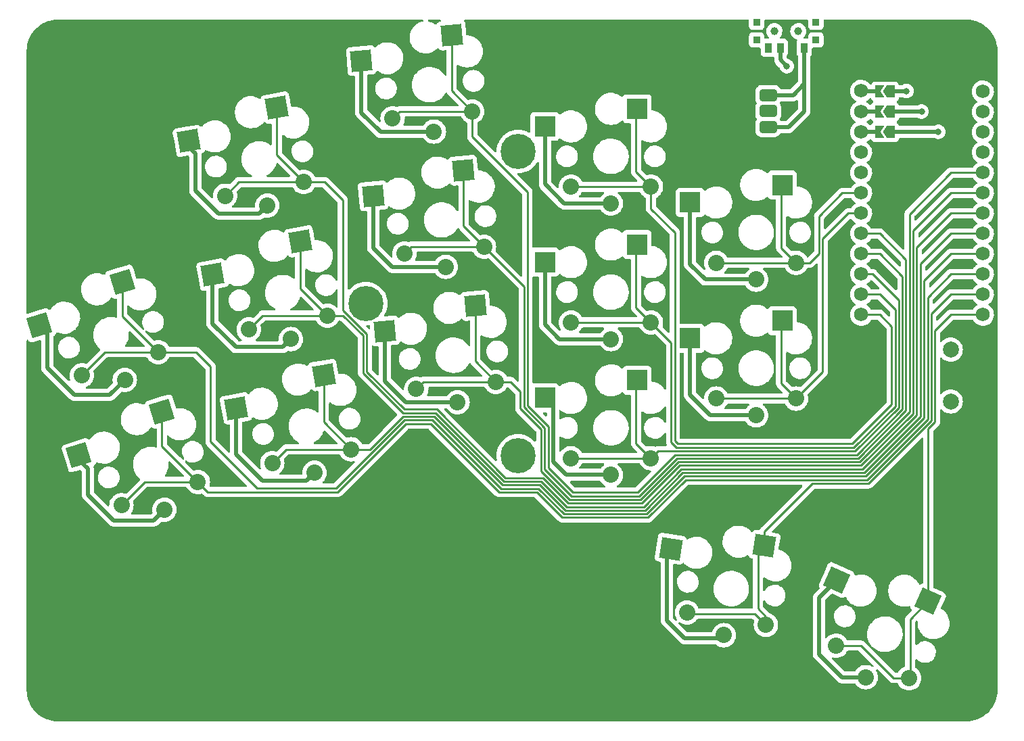
<source format=gtl>
%TF.GenerationSoftware,KiCad,Pcbnew,(6.0.4-0)*%
%TF.CreationDate,2022-06-14T09:38:00+02:00*%
%TF.ProjectId,battoota,62617474-6f6f-4746-912e-6b696361645f,v1.0.0*%
%TF.SameCoordinates,Original*%
%TF.FileFunction,Copper,L1,Top*%
%TF.FilePolarity,Positive*%
%FSLAX46Y46*%
G04 Gerber Fmt 4.6, Leading zero omitted, Abs format (unit mm)*
G04 Created by KiCad (PCBNEW (6.0.4-0)) date 2022-06-14 09:38:00*
%MOMM*%
%LPD*%
G01*
G04 APERTURE LIST*
G04 Aperture macros list*
%AMRoundRect*
0 Rectangle with rounded corners*
0 $1 Rounding radius*
0 $2 $3 $4 $5 $6 $7 $8 $9 X,Y pos of 4 corners*
0 Add a 4 corners polygon primitive as box body*
4,1,4,$2,$3,$4,$5,$6,$7,$8,$9,$2,$3,0*
0 Add four circle primitives for the rounded corners*
1,1,$1+$1,$2,$3*
1,1,$1+$1,$4,$5*
1,1,$1+$1,$6,$7*
1,1,$1+$1,$8,$9*
0 Add four rect primitives between the rounded corners*
20,1,$1+$1,$2,$3,$4,$5,0*
20,1,$1+$1,$4,$5,$6,$7,0*
20,1,$1+$1,$6,$7,$8,$9,0*
20,1,$1+$1,$8,$9,$2,$3,0*%
%AMRotRect*
0 Rectangle, with rotation*
0 The origin of the aperture is its center*
0 $1 length*
0 $2 width*
0 $3 Rotation angle, in degrees counterclockwise*
0 Add horizontal line*
21,1,$1,$2,0,0,$3*%
%AMFreePoly0*
4,1,6,0.500000,-0.750000,-0.650000,-0.750000,-0.150000,0.000000,-0.650000,0.750000,0.500000,0.750000,0.500000,-0.750000,0.500000,-0.750000,$1*%
%AMFreePoly1*
4,1,6,1.000000,0.000000,0.500000,-0.750000,-0.500000,-0.750000,-0.500000,0.750000,0.500000,0.750000,1.000000,0.000000,1.000000,0.000000,$1*%
G04 Aperture macros list end*
%TA.AperFunction,ComponentPad*%
%ADD10C,2.000000*%
%TD*%
%TA.AperFunction,SMDPad,CuDef*%
%ADD11RotRect,2.600000X2.600000X10.000000*%
%TD*%
%TA.AperFunction,ComponentPad*%
%ADD12C,2.032000*%
%TD*%
%TA.AperFunction,SMDPad,CuDef*%
%ADD13RotRect,2.600000X2.600000X5.000000*%
%TD*%
%TA.AperFunction,SMDPad,CuDef*%
%ADD14R,2.600000X2.600000*%
%TD*%
%TA.AperFunction,SMDPad,CuDef*%
%ADD15R,0.900000X0.900000*%
%TD*%
%TA.AperFunction,SMDPad,CuDef*%
%ADD16R,0.900000X1.250000*%
%TD*%
%TA.AperFunction,WasherPad*%
%ADD17C,1.000000*%
%TD*%
%TA.AperFunction,SMDPad,CuDef*%
%ADD18RotRect,2.600000X2.600000X336.000000*%
%TD*%
%TA.AperFunction,ComponentPad*%
%ADD19RoundRect,0.375000X-0.750000X0.375000X-0.750000X-0.375000X0.750000X-0.375000X0.750000X0.375000X0*%
%TD*%
%TA.AperFunction,SMDPad,CuDef*%
%ADD20RotRect,2.600000X2.600000X17.000000*%
%TD*%
%TA.AperFunction,SMDPad,CuDef*%
%ADD21RotRect,2.600000X2.600000X351.000000*%
%TD*%
%TA.AperFunction,ComponentPad*%
%ADD22C,1.752600*%
%TD*%
%TA.AperFunction,SMDPad,CuDef*%
%ADD23FreePoly0,180.000000*%
%TD*%
%TA.AperFunction,SMDPad,CuDef*%
%ADD24R,1.524000X0.500000*%
%TD*%
%TA.AperFunction,SMDPad,CuDef*%
%ADD25FreePoly1,180.000000*%
%TD*%
%TA.AperFunction,ComponentPad*%
%ADD26C,4.400000*%
%TD*%
%TA.AperFunction,ViaPad*%
%ADD27C,0.800000*%
%TD*%
%TA.AperFunction,Conductor*%
%ADD28C,0.250000*%
%TD*%
%TA.AperFunction,Conductor*%
%ADD29C,0.500000*%
%TD*%
G04 APERTURE END LIST*
D10*
%TO.P,B1,1*%
%TO.N,RST*%
X157969791Y80873254D03*
%TO.P,B1,2*%
%TO.N,GND*%
X157969791Y74373254D03*
%TD*%
D11*
%TO.P,S11,1*%
%TO.N,P3*%
X73579148Y111173370D03*
D12*
X67122934Y100134557D03*
X76971012Y101871038D03*
D11*
%TO.P,S11,2*%
%TO.N,GND*%
X62586644Y107001157D03*
D12*
X72411634Y98934701D03*
%TD*%
%TO.P,S15,1*%
%TO.N,P18*%
X89571861Y92892848D03*
D13*
X96965603Y103326959D03*
D12*
X99533808Y93764406D03*
%TO.P,S15,2*%
%TO.N,GND*%
X94735862Y91236618D03*
D13*
X85651297Y100128683D03*
%TD*%
D14*
%TO.P,S21,1*%
%TO.N,P16*%
X118699790Y94027253D03*
D12*
X120424791Y84277254D03*
X110424791Y84277254D03*
D14*
%TO.P,S21,2*%
%TO.N,GND*%
X107149790Y91827254D03*
D12*
X115424791Y82177254D03*
%TD*%
D15*
%TO.P,T1,*%
%TO.N,*%
X141068406Y119651838D03*
X133668406Y121851838D03*
X141068406Y121851838D03*
X133668406Y119651838D03*
D16*
%TO.P,T1,1*%
%TO.N,Braw*%
X139618406Y118676838D03*
%TO.P,T1,2*%
%TO.N,RAW*%
X136618406Y118676838D03*
%TO.P,T1,3*%
%TO.N,N/C*%
X135118406Y118676838D03*
%TD*%
D17*
%TO.P,T2,*%
%TO.N,*%
X135868406Y120751838D03*
X138868406Y120751838D03*
%TD*%
D12*
%TO.P,S29,1*%
%TO.N,P20*%
X128599495Y91744491D03*
X138599495Y91744491D03*
D14*
X136874494Y101494490D03*
D12*
%TO.P,S29,2*%
%TO.N,GND*%
X133599495Y89644491D03*
D14*
X125324494Y99294491D03*
%TD*%
D18*
%TO.P,S33,1*%
%TO.N,P9*%
X155126734Y49341786D03*
D12*
X152736919Y39733098D03*
X143601464Y43800464D03*
%TO.P,S33,2*%
%TO.N,GND*%
X147315045Y39848336D03*
D18*
X143680464Y52029796D03*
%TD*%
D12*
%TO.P,S7,1*%
%TO.N,P5*%
X82875050Y68387574D03*
D11*
X79483186Y77689906D03*
D12*
X73026972Y66651093D03*
D11*
%TO.P,S7,2*%
%TO.N,GND*%
X68490682Y73517693D03*
D12*
X78315672Y65451237D03*
%TD*%
D19*
%TO.P,PAD1,1*%
%TO.N,Braw*%
X135109791Y108738254D03*
%TO.P,PAD1,2*%
%TO.N,GND*%
X135109791Y110738254D03*
%TO.P,PAD1,3*%
%TO.N,Braw*%
X135109791Y112738254D03*
%TD*%
D12*
%TO.P,S5,1*%
%TO.N,P6*%
X58734795Y80557863D03*
D20*
X54234545Y89377492D03*
D12*
X49171748Y77634146D03*
D20*
%TO.P,S5,2*%
%TO.N,GND*%
X43832442Y83896730D03*
D12*
X54567252Y77087765D03*
%TD*%
D14*
%TO.P,S27,1*%
%TO.N,P19*%
X136874494Y84494490D03*
D12*
X138599495Y74744491D03*
X128599495Y74744491D03*
%TO.P,S27,2*%
%TO.N,GND*%
X133599495Y72644491D03*
D14*
X125324494Y82294491D03*
%TD*%
D11*
%TO.P,S9,1*%
%TO.N,P4*%
X76531167Y94431638D03*
D12*
X79923031Y85129306D03*
X70074953Y83392825D03*
D11*
%TO.P,S9,2*%
%TO.N,GND*%
X65538663Y90259425D03*
D12*
X75363653Y82192969D03*
%TD*%
%TO.P,S13,1*%
%TO.N,P2*%
X91053509Y75957538D03*
D13*
X98447251Y86391649D03*
D12*
X101015456Y76829096D03*
%TO.P,S13,2*%
%TO.N,GND*%
X96217510Y74301308D03*
D13*
X87132945Y83193373D03*
%TD*%
%TO.P,S17,1*%
%TO.N,P15*%
X95483956Y120262269D03*
D12*
X98052161Y110699716D03*
X88090214Y109828158D03*
D13*
%TO.P,S17,2*%
%TO.N,GND*%
X84169650Y117063993D03*
D12*
X93254215Y108171928D03*
%TD*%
%TO.P,S31,1*%
%TO.N,P8*%
X134820109Y46401621D03*
X124943225Y47965966D03*
D21*
X134641581Y56301431D03*
%TO.P,S31,2*%
%TO.N,GND*%
X122889625Y55935336D03*
D12*
X129553155Y45109648D03*
%TD*%
D22*
%TO.P,MCU1,*%
%TO.N,*%
X161977213Y110643254D03*
D23*
X148993690Y110643254D03*
X148993690Y113183254D03*
D24*
X148068690Y108103254D03*
D22*
X161977213Y108103254D03*
X146737213Y108103254D03*
D24*
X148068690Y113183254D03*
D23*
X148993690Y108103254D03*
D24*
X148068690Y110643254D03*
D22*
X146737213Y113267000D03*
X161977213Y113183254D03*
X146737213Y110643254D03*
D25*
%TO.P,MCU1,1*%
%TO.N,RAW*%
X150443690Y113183254D03*
%TO.P,MCU1,2*%
%TO.N,GND*%
X150443690Y110643254D03*
%TO.P,MCU1,3*%
%TO.N,RST*%
X150443690Y108103254D03*
D22*
%TO.P,MCU1,4*%
%TO.N,N/C*%
X146737213Y105563254D03*
%TO.P,MCU1,5*%
%TO.N,P21*%
X146737213Y103023254D03*
%TO.P,MCU1,6*%
%TO.N,P20*%
X146737213Y100483254D03*
%TO.P,MCU1,7*%
%TO.N,P19*%
X146737213Y97943254D03*
%TO.P,MCU1,8*%
%TO.N,P18*%
X146737213Y95403254D03*
%TO.P,MCU1,9*%
%TO.N,P15*%
X146737213Y92863254D03*
%TO.P,MCU1,10*%
%TO.N,P14*%
X146737213Y90323254D03*
%TO.P,MCU1,11*%
%TO.N,P16*%
X146737213Y87783254D03*
%TO.P,MCU1,12*%
%TO.N,P10*%
X146737213Y85243254D03*
%TO.P,MCU1,16*%
%TO.N,N/C*%
X161977213Y105563254D03*
%TO.P,MCU1,17*%
%TO.N,P2*%
X161977213Y103023254D03*
%TO.P,MCU1,18*%
%TO.N,P3*%
X161977213Y100483254D03*
%TO.P,MCU1,19*%
%TO.N,P4*%
X161977213Y97943254D03*
%TO.P,MCU1,20*%
%TO.N,P5*%
X161977213Y95403254D03*
%TO.P,MCU1,21*%
%TO.N,P6*%
X161977213Y92863254D03*
%TO.P,MCU1,22*%
%TO.N,P7*%
X161977213Y90323254D03*
%TO.P,MCU1,23*%
%TO.N,P8*%
X161977213Y87783254D03*
%TO.P,MCU1,24*%
%TO.N,P9*%
X161977213Y85243254D03*
%TD*%
D12*
%TO.P,S3,1*%
%TO.N,P7*%
X54142067Y61376965D03*
D20*
X59204864Y73120311D03*
D12*
X63705114Y64300682D03*
%TO.P,S3,2*%
%TO.N,GND*%
X59537571Y60830584D03*
D20*
X48802761Y67639549D03*
%TD*%
D26*
%TO.P,REF\u002A\u002A,1*%
%TO.N,N/C*%
X84760924Y86640254D03*
X103810924Y67590254D03*
X103810924Y105690254D03*
%TD*%
D14*
%TO.P,S23,1*%
%TO.N,P10*%
X118699790Y111027253D03*
D12*
X120424791Y101277254D03*
X110424791Y101277254D03*
%TO.P,S23,2*%
%TO.N,GND*%
X115424791Y99177254D03*
D14*
X107149790Y108827254D03*
%TD*%
%TO.P,S19,1*%
%TO.N,P14*%
X118699790Y77027253D03*
D12*
X110424791Y67277254D03*
X120424791Y67277254D03*
D14*
%TO.P,S19,2*%
%TO.N,GND*%
X107149790Y74827254D03*
D12*
X115424791Y65177254D03*
%TD*%
D27*
%TO.N,GND*%
X154304587Y110691138D03*
%TO.N,RAW*%
X152400000Y113253855D03*
X137420433Y116364539D03*
%TO.N,RST*%
X156389782Y108147058D03*
%TD*%
D28*
%TO.N,P6*%
X65297412Y69322588D02*
X65297412Y78740000D01*
X119874808Y60292774D02*
X109514989Y60292774D01*
X58734795Y80557863D02*
X52095465Y80557863D01*
X106339988Y63467774D02*
X101640989Y63467774D01*
X89562066Y72037521D02*
X81024544Y63500000D01*
X54234545Y89377494D02*
X54234545Y85058113D01*
X52095465Y80557863D02*
X49171748Y77634146D01*
X65297412Y78740000D02*
X63479549Y80557863D01*
X54234545Y85058113D02*
X58734795Y80557863D01*
X157969791Y92863254D02*
X154628374Y89521837D01*
X161977213Y92863254D02*
X157969791Y92863254D01*
X109514989Y60292774D02*
X106339988Y63467774D01*
X124592825Y65010791D02*
X119874808Y60292774D01*
X71120000Y63500000D02*
X65297412Y69322588D01*
X154628374Y89521837D02*
X154628374Y72346106D01*
X147293059Y65010791D02*
X124592825Y65010791D01*
X81024544Y63500000D02*
X71120000Y63500000D01*
X63479549Y80557863D02*
X58734795Y80557863D01*
X154628374Y72346106D02*
X147293059Y65010791D01*
X101640989Y63467774D02*
X93071241Y72037521D01*
X93071241Y72037521D02*
X89562066Y72037521D01*
D29*
%TO.N,GND*%
X122409791Y55455499D02*
X122889627Y55935335D01*
X141459791Y49809121D02*
X143680465Y52029795D01*
X108167264Y73809781D02*
X107149791Y74827254D01*
X63384822Y105421809D02*
X62586645Y106219986D01*
X96217510Y74301308D02*
X89760656Y74301308D01*
X133599495Y89644491D02*
X127233116Y89644491D01*
X63384822Y100802250D02*
X63384822Y105421809D01*
X127872013Y72644491D02*
X125324495Y75192009D01*
X75363653Y82192969D02*
X74347654Y81176970D01*
X115424791Y65177254D02*
X109829464Y65177254D01*
X125324495Y91553112D02*
X125324495Y99294491D01*
X108167264Y66839454D02*
X108167264Y73809781D01*
X62586645Y106219986D02*
X62586645Y107001157D01*
X66268370Y97918702D02*
X63384822Y100802250D01*
X74347654Y81176970D02*
X68485407Y81176970D01*
X71813295Y64435238D02*
X68490683Y67757850D01*
X141459791Y42698254D02*
X141459791Y49809121D01*
X89760656Y74301308D02*
X87132946Y76929018D01*
X109829464Y65177254D02*
X108167264Y66839454D01*
X49917361Y65987885D02*
X48802762Y67102484D01*
X59537571Y60830584D02*
X58196209Y59489222D01*
X77299673Y64435238D02*
X71813295Y64435238D01*
X115424791Y82177254D02*
X108987449Y82177254D01*
X124609447Y44744455D02*
X122409791Y46944111D01*
X78315672Y65451237D02*
X77299673Y64435238D01*
X58196209Y59489222D02*
X53137791Y59489222D01*
X71395635Y97918702D02*
X66268370Y97918702D01*
X53137791Y59489222D02*
X49917361Y62709652D01*
X115424791Y99177254D02*
X109579975Y99177254D01*
X133599495Y72644491D02*
X127872013Y72644491D01*
X86601289Y108171928D02*
X86570217Y108140856D01*
X93254215Y108171928D02*
X86601289Y108171928D01*
X68485407Y81176970D02*
X65538664Y84123713D01*
X85651298Y93599163D02*
X85651298Y100128683D01*
X65538664Y84123713D02*
X65538664Y90259425D01*
X48802762Y67102484D02*
X48802762Y67639549D01*
X147315045Y39848335D02*
X144309710Y39848335D01*
X154256703Y110643254D02*
X150443690Y110643254D01*
X122409791Y46944111D02*
X122409791Y55455499D01*
X108167264Y74406264D02*
X107149791Y75423737D01*
X109579975Y99177254D02*
X107149790Y101607439D01*
X94735862Y91236618D02*
X88013843Y91236618D01*
X48232895Y75218284D02*
X44864298Y78586881D01*
X87132946Y76929018D02*
X87132946Y83193373D01*
X129187964Y44744455D02*
X124609447Y44744455D01*
X88013843Y91236618D02*
X85651298Y93599163D01*
X108987449Y82177254D02*
X107149791Y84014912D01*
X154304587Y110691138D02*
X154256703Y110643254D01*
X127233116Y89644491D02*
X125324495Y91553112D01*
X44864298Y78586881D02*
X44864298Y82864875D01*
X86570217Y108140856D02*
X84169651Y110541422D01*
X144309710Y39848335D02*
X141459791Y42698254D01*
X54567252Y77087765D02*
X52697771Y75218284D01*
X72411634Y98934701D02*
X71395635Y97918702D01*
X107149791Y84014912D02*
X107149790Y91827254D01*
X68490683Y67757850D02*
X68490683Y73517693D01*
X52697771Y75218284D02*
X48232895Y75218284D01*
X44864298Y82864875D02*
X43832443Y83896730D01*
X49917361Y62709652D02*
X49917361Y65987885D01*
X129553156Y45109647D02*
X129187964Y44744455D01*
X125324495Y75192009D02*
X125324495Y82294491D01*
X107149790Y101607439D02*
X107149790Y108827254D01*
X84169651Y110541422D02*
X84169651Y117063993D01*
D28*
%TO.N,P5*%
X154178854Y80140845D02*
X154159791Y80159908D01*
X85276400Y68387574D02*
X89375869Y72487041D01*
X109701187Y60742294D02*
X119688611Y60742294D01*
X154159791Y80159908D02*
X154159791Y91593254D01*
X101827187Y63917294D02*
X106526186Y63917294D01*
X93257440Y72487041D02*
X101827187Y63917294D01*
X124406628Y65460311D02*
X147106862Y65460311D01*
X79483187Y71779437D02*
X82875050Y68387574D01*
X119688611Y60742294D02*
X124406628Y65460311D01*
X82875050Y68387574D02*
X74763453Y68387574D01*
X147106862Y65460311D02*
X154178854Y72532303D01*
X79483187Y77689907D02*
X79483187Y71779437D01*
X74763453Y68387574D02*
X73026972Y66651093D01*
X157969791Y95403254D02*
X161977213Y95403254D01*
X106526186Y63917294D02*
X109701187Y60742294D01*
X82875050Y68387574D02*
X85276400Y68387574D01*
X154178854Y72532303D02*
X154178854Y80140845D01*
X154159791Y91593254D02*
X157969791Y95403254D01*
X89375869Y72487041D02*
X93257440Y72487041D01*
%TO.N,P4*%
X84386480Y82617802D02*
X84386480Y77933067D01*
X84386480Y77933067D02*
X89382986Y72936561D01*
X76531168Y88521169D02*
X79923031Y85129306D01*
X76531168Y94431639D02*
X76531168Y88521169D01*
X119502410Y61191814D02*
X124220427Y65909831D01*
X81874976Y85129306D02*
X84386480Y82617802D01*
X102013385Y64366814D02*
X106712384Y64366814D01*
X93443638Y72936561D02*
X102013385Y64366814D01*
X79923031Y85129306D02*
X81874976Y85129306D01*
X157969791Y97943254D02*
X161977213Y97943254D01*
X153698572Y72687741D02*
X153698572Y93672035D01*
X79923031Y85129306D02*
X71811434Y85129306D01*
X153698572Y93672035D02*
X157969791Y97943254D01*
X106712384Y64366814D02*
X109887385Y61191814D01*
X71811434Y85129306D02*
X70074953Y83392825D01*
X124220427Y65909831D02*
X146920664Y65909831D01*
X109887385Y61191814D02*
X119502410Y61191814D01*
X89382986Y72936561D02*
X93443638Y72936561D01*
X146920664Y65909831D02*
X153698572Y72687741D01*
%TO.N,P3*%
X68859415Y101871038D02*
X67122934Y100134557D01*
X153249052Y95762515D02*
X157969791Y100483254D01*
X110073583Y61641334D02*
X119316213Y61641334D01*
X73579149Y111173371D02*
X73579149Y105262901D01*
X153249052Y72873938D02*
X153249052Y95762515D01*
X89569184Y73386081D02*
X93629836Y73386081D01*
X119316213Y61641334D02*
X124034230Y66359351D01*
X124034230Y66359351D02*
X146734466Y66359351D01*
X84836000Y82804000D02*
X84836000Y78119265D01*
X76971012Y101871038D02*
X68859415Y101871038D01*
X81858703Y85781297D02*
X84836000Y82804000D01*
X81858703Y99573497D02*
X81858703Y85781297D01*
X84836000Y78119265D02*
X89569184Y73386081D01*
X76971012Y101871038D02*
X79561162Y101871038D01*
X93629836Y73386081D02*
X102199583Y64816334D01*
X73579149Y105262901D02*
X76971012Y101871038D01*
X157969791Y100483254D02*
X161977213Y100483254D01*
X102199583Y64816334D02*
X106898581Y64816334D01*
X106898581Y64816334D02*
X110073583Y61641334D01*
X146734466Y66359351D02*
X153249052Y72873938D01*
X79561162Y101871038D02*
X81858703Y99573497D01*
%TO.N,P2*%
X123848033Y66808871D02*
X146548268Y66808871D01*
X104079160Y75594064D02*
X104079160Y73484347D01*
X91925067Y76829096D02*
X91053509Y75957538D01*
X152799532Y73060135D02*
X152799532Y97852995D01*
X101015456Y76829096D02*
X98447252Y79397300D01*
X98447252Y79397300D02*
X98447252Y86391651D01*
X106680000Y65670633D02*
X110259781Y62090854D01*
X101015456Y76829096D02*
X102844128Y76829096D01*
X157969791Y103023254D02*
X161977213Y103023254D01*
X106680000Y70883507D02*
X106680000Y65670633D01*
X152799532Y97852995D02*
X157969791Y103023254D01*
X104079160Y73484347D02*
X106680000Y70883507D01*
X119130016Y62090854D02*
X123848033Y66808871D01*
X146548268Y66808871D02*
X152799532Y73060135D01*
X101015456Y76829096D02*
X91925067Y76829096D01*
X110259781Y62090854D02*
X119130016Y62090854D01*
X102844128Y76829096D02*
X104079160Y75594064D01*
%TO.N,P18*%
X149079791Y95403254D02*
X146737213Y95403254D01*
X152350012Y73246333D02*
X152350012Y92133033D01*
X107129520Y65856833D02*
X110445979Y62540374D01*
X123661836Y67258391D02*
X146362070Y67258391D01*
X152350012Y92133033D02*
X149079791Y95403254D01*
X146362070Y67258391D02*
X152350012Y73246333D01*
X118943819Y62540374D02*
X123661836Y67258391D01*
X99533808Y93764406D02*
X90443419Y93764406D01*
X104528680Y88769534D02*
X104528680Y73670546D01*
X96965604Y96332610D02*
X99533808Y93764406D01*
X99533808Y93764406D02*
X104528680Y88769534D01*
X104528680Y73670546D02*
X107129520Y71069704D01*
X110445979Y62540374D02*
X118943819Y62540374D01*
X96965604Y103326961D02*
X96965604Y96332610D01*
X107129520Y71069704D02*
X107129520Y65856833D01*
X90443419Y93764406D02*
X89571861Y92892848D01*
%TO.N,P15*%
X104978200Y100615750D02*
X104978200Y73856744D01*
X149079791Y92863254D02*
X146737213Y92863254D01*
X107579040Y66043031D02*
X110632177Y62989894D01*
X95483957Y120262271D02*
X95483957Y113267920D01*
X110632177Y62989894D02*
X118757622Y62989894D01*
X88961772Y110699716D02*
X88090214Y109828158D01*
X104978200Y73856744D02*
X107579040Y71255902D01*
X98052161Y110699716D02*
X98052161Y107541789D01*
X98052161Y110699716D02*
X88961772Y110699716D01*
X123475639Y67707911D02*
X146175872Y67707911D01*
X98052161Y107541789D02*
X104978200Y100615750D01*
X146175872Y67707911D02*
X151900492Y73432531D01*
X95483957Y113267920D02*
X98052161Y110699716D01*
X107579040Y71255902D02*
X107579040Y66043031D01*
X151900492Y90042553D02*
X149079791Y92863254D01*
X151900492Y73432531D02*
X151900492Y90042553D01*
X118757622Y62989894D02*
X123475639Y67707911D01*
%TO.N,P14*%
X148190791Y90323254D02*
X151450972Y87063073D01*
X120424791Y67277254D02*
X110424791Y67277254D01*
X146737213Y90323254D02*
X148190791Y90323254D01*
X118550270Y76877733D02*
X118550270Y69151775D01*
X145989674Y68157431D02*
X121304968Y68157431D01*
X151450972Y87063073D02*
X151450972Y73618729D01*
X118550270Y69151775D02*
X120424791Y67277254D01*
X121304968Y68157431D02*
X120424791Y67277254D01*
X151450972Y73618729D02*
X145989674Y68157431D01*
X118699791Y77027254D02*
X118550270Y76877733D01*
%TO.N,P16*%
X118550270Y86151775D02*
X120424791Y84277254D01*
X149079791Y87783254D02*
X146737213Y87783254D01*
X110424791Y84277254D02*
X120424791Y84277254D01*
X122966194Y81735851D02*
X122966194Y69259780D01*
X145814835Y68618310D02*
X151001452Y73804926D01*
X118550270Y93877733D02*
X118550270Y86151775D01*
X120424791Y84277254D02*
X122966194Y81735851D01*
X151001452Y85861593D02*
X149079791Y87783254D01*
X123607665Y68618310D02*
X145814835Y68618310D01*
X118699791Y94027254D02*
X118550270Y93877733D01*
X151001452Y73804926D02*
X151001452Y85861593D01*
X122966194Y69259780D02*
X123607665Y68618310D01*
%TO.N,P10*%
X123793862Y69067830D02*
X123415714Y69445978D01*
X118550270Y110877733D02*
X118550270Y103151775D01*
X150551932Y83771113D02*
X150551932Y73991124D01*
X123415714Y95540331D02*
X120424791Y98531254D01*
X149079791Y85243254D02*
X150551932Y83771113D01*
X120424791Y101277254D02*
X110424791Y101277254D01*
X145628638Y69067830D02*
X123793862Y69067830D01*
X118699791Y111027254D02*
X118550270Y110877733D01*
X150551932Y73991124D02*
X145628638Y69067830D01*
X123415714Y69445978D02*
X123415714Y95540331D01*
X146737213Y85243254D02*
X149079791Y85243254D01*
X120424791Y98531254D02*
X120424791Y101277254D01*
X118550270Y103151775D02*
X120424791Y101277254D01*
%TO.N,P19*%
X141922106Y94722569D02*
X145142791Y97943254D01*
X136724974Y76619012D02*
X136724974Y84344970D01*
X138599495Y74744491D02*
X141922106Y78067102D01*
X141922106Y78067102D02*
X141922106Y94722569D01*
X138599495Y74744491D02*
X136724974Y76619012D01*
X136724974Y84344970D02*
X136874495Y84494491D01*
X145142791Y97943254D02*
X146737213Y97943254D01*
X128599495Y74744491D02*
X138599495Y74744491D01*
%TO.N,P20*%
X141472586Y97575049D02*
X144380791Y100483254D01*
X144380791Y100483254D02*
X146737213Y100483254D01*
X136724974Y93619012D02*
X136724974Y101344970D01*
X136724974Y101344970D02*
X136874495Y101494491D01*
X138599495Y91744491D02*
X136724974Y93619012D01*
X138599495Y91744491D02*
X140309764Y91744491D01*
X140309764Y91744491D02*
X141472586Y92907313D01*
X128599495Y91744491D02*
X138599495Y91744491D01*
X141472586Y92907313D02*
X141472586Y97575049D01*
%TO.N,P7*%
X89748263Y71588001D02*
X81210741Y63050480D01*
X92885044Y71588001D02*
X89748263Y71588001D01*
X59204864Y68800932D02*
X63705114Y64300682D01*
X147479256Y64561271D02*
X124779023Y64561271D01*
X155077894Y87431357D02*
X155077894Y72159908D01*
X109328791Y59843254D02*
X106153791Y63018254D01*
X157969791Y90323254D02*
X155077894Y87431357D01*
X120061006Y59843254D02*
X109328791Y59843254D01*
X101454791Y63018254D02*
X92885044Y71588001D01*
X63705114Y64300682D02*
X57065784Y64300682D01*
X64955316Y63050480D02*
X63705114Y64300682D01*
X57065784Y64300682D02*
X54142067Y61376965D01*
X124779023Y64561271D02*
X120061006Y59843254D01*
X81210741Y63050480D02*
X64955316Y63050480D01*
X59204864Y73120313D02*
X59204864Y68800932D01*
X106153791Y63018254D02*
X101454791Y63018254D01*
X161977213Y90323254D02*
X157969791Y90323254D01*
X155077894Y72159908D02*
X147479256Y64561271D01*
%TO.N,P8*%
X134820109Y47432936D02*
X134820109Y46401621D01*
X133839791Y48413254D02*
X134820109Y47432936D01*
X161977213Y87783254D02*
X157969791Y87783254D01*
X125130937Y47778254D02*
X124943226Y47965965D01*
X155527414Y71973710D02*
X147665453Y64111751D01*
X147665453Y64111751D02*
X140648288Y64111751D01*
X134820109Y46401621D02*
X133443476Y47778254D01*
X140648288Y64111751D02*
X134641582Y58105045D01*
X133443476Y47778254D02*
X125130937Y47778254D01*
X134641583Y56301431D02*
X133839791Y55499639D01*
X133839791Y55499639D02*
X133839791Y48413254D01*
X134641582Y58105045D02*
X134641582Y56301432D01*
X155527414Y85340877D02*
X155527414Y71973710D01*
X157969791Y87783254D02*
X155527414Y85340877D01*
%TO.N,P9*%
X157969791Y85243254D02*
X155976934Y83250397D01*
X155976934Y83250397D02*
X155976934Y71787512D01*
X155126735Y49341787D02*
X152889791Y47104843D01*
X161977213Y85243254D02*
X157969791Y85243254D01*
X152889791Y39885970D02*
X152736919Y39733098D01*
X155126735Y70937314D02*
X155126735Y49341787D01*
X150774947Y39733098D02*
X146707581Y43800464D01*
X152736919Y39733098D02*
X150774947Y39733098D01*
X146707581Y43800464D02*
X143601465Y43800464D01*
X152889791Y47104843D02*
X152889791Y39885970D01*
X155976934Y71787512D02*
X155126735Y70937314D01*
D29*
%TO.N,RAW*%
X152372041Y113225896D02*
X150419502Y113225896D01*
X136618406Y117166566D02*
X137420433Y116364539D01*
X152400000Y113253855D02*
X152372041Y113225896D01*
X136618406Y118676838D02*
X136618406Y117166566D01*
%TO.N,RST*%
X150466332Y108125896D02*
X150443690Y108103254D01*
X156389782Y108147058D02*
X156368620Y108125896D01*
X156368620Y108125896D02*
X150466332Y108125896D01*
%TO.N,Braw*%
X138231091Y112738254D02*
X135109791Y112738254D01*
X137649791Y108738254D02*
X135109791Y108738254D01*
X139618406Y110706869D02*
X137649791Y108738254D01*
X139618406Y114125569D02*
X138231091Y112738254D01*
X139618406Y118676838D02*
X139618406Y114125569D01*
X139618406Y118676838D02*
X139618406Y110706869D01*
%TD*%
%TA.AperFunction,NonConductor*%
G36*
X94012393Y122201413D02*
G01*
X94080513Y122181409D01*
X94127005Y122127752D01*
X94137107Y122057478D01*
X94107612Y121992898D01*
X94047885Y121954516D01*
X94023372Y121949892D01*
X94018903Y121949501D01*
X93986721Y121946686D01*
X93986713Y121946685D01*
X93983331Y121946389D01*
X93921974Y121934241D01*
X93914846Y121930833D01*
X93914845Y121930833D01*
X93872815Y121910740D01*
X93790561Y121871418D01*
X93783877Y121865431D01*
X93783875Y121865430D01*
X93688748Y121780228D01*
X93688746Y121780225D01*
X93682061Y121774238D01*
X93677323Y121766611D01*
X93677322Y121766610D01*
X93665306Y121747268D01*
X93605198Y121650512D01*
X93604014Y121646257D01*
X93559797Y121593680D01*
X93491979Y121572675D01*
X93423570Y121591669D01*
X93409138Y121602132D01*
X93404869Y121605714D01*
X93166655Y121754566D01*
X92986795Y121834645D01*
X92914058Y121867030D01*
X92914056Y121867031D01*
X92910044Y121868817D01*
X92640029Y121946242D01*
X92635676Y121946854D01*
X92635675Y121946854D01*
X92608494Y121950674D01*
X92543819Y121979962D01*
X92505246Y122039566D01*
X92505021Y122110562D01*
X92543215Y122170410D01*
X92607701Y122200108D01*
X92626032Y122201448D01*
X94012393Y122201413D01*
G37*
%TD.AperFunction*%
%TA.AperFunction,NonConductor*%
G36*
X147923860Y112390427D02*
G01*
X147980621Y112347781D01*
X148000516Y112307948D01*
X148007119Y112285460D01*
X148023832Y112228542D01*
X148026386Y112219843D01*
X148037421Y112202672D01*
X148100568Y112104413D01*
X148100570Y112104410D01*
X148105440Y112096833D01*
X148112251Y112090931D01*
X148112253Y112090929D01*
X148209248Y112006882D01*
X148247632Y111947156D01*
X148247632Y111876160D01*
X148209248Y111816434D01*
X148194856Y111805660D01*
X148164852Y111786378D01*
X148164849Y111786375D01*
X148157269Y111781504D01*
X148151368Y111774694D01*
X148067416Y111677809D01*
X148067414Y111677806D01*
X148061514Y111670997D01*
X148026506Y111594340D01*
X148011472Y111561420D01*
X147964978Y111507765D01*
X147896858Y111487763D01*
X147828737Y111507765D01*
X147803664Y111528963D01*
X147775485Y111559932D01*
X147684881Y111659504D01*
X147506176Y111800636D01*
X147429235Y111843110D01*
X147379268Y111893540D01*
X147364496Y111962983D01*
X147389612Y112029388D01*
X147434697Y112066566D01*
X147448720Y112073436D01*
X147452924Y112076434D01*
X147452928Y112076437D01*
X147546325Y112143057D01*
X147634106Y112205670D01*
X147742928Y112314113D01*
X147790681Y112361699D01*
X147853053Y112395615D01*
X147923860Y112390427D01*
G37*
%TD.AperFunction*%
%TA.AperFunction,NonConductor*%
G36*
X147985406Y109760434D02*
G01*
X148018967Y109705110D01*
X148026386Y109679843D01*
X148045269Y109650461D01*
X148100568Y109564413D01*
X148100570Y109564410D01*
X148105440Y109556833D01*
X148112251Y109550931D01*
X148112253Y109550929D01*
X148209248Y109466882D01*
X148247632Y109407156D01*
X148247632Y109336160D01*
X148209248Y109276434D01*
X148194856Y109265660D01*
X148164852Y109246378D01*
X148164849Y109246375D01*
X148157269Y109241504D01*
X148151368Y109234694D01*
X148067416Y109137809D01*
X148067414Y109137806D01*
X148061514Y109130997D01*
X148026436Y109054186D01*
X148011472Y109021420D01*
X147964978Y108967765D01*
X147896858Y108947763D01*
X147828737Y108967765D01*
X147803664Y108988963D01*
X147780051Y109014914D01*
X147684881Y109119504D01*
X147506176Y109260636D01*
X147499548Y109264295D01*
X147498864Y109264985D01*
X147497344Y109265995D01*
X147497552Y109266309D01*
X147449576Y109314721D01*
X147434798Y109384163D01*
X147459909Y109450570D01*
X147487267Y109477185D01*
X147629902Y109578925D01*
X147629904Y109578927D01*
X147634106Y109581924D01*
X147795406Y109742662D01*
X147798422Y109746860D01*
X147801775Y109750799D01*
X147803593Y109749251D01*
X147851736Y109786783D01*
X147922439Y109793233D01*
X147985406Y109760434D01*
G37*
%TD.AperFunction*%
%TA.AperFunction,NonConductor*%
G36*
X73707431Y104228990D02*
G01*
X73741327Y104204819D01*
X75226513Y102719633D01*
X75260539Y102657321D01*
X75255474Y102586506D01*
X75212927Y102529670D01*
X75146407Y102504859D01*
X75137418Y102504538D01*
X72410791Y102504538D01*
X72342670Y102524540D01*
X72296177Y102578196D01*
X72286073Y102648470D01*
X72315567Y102713050D01*
X72354373Y102743201D01*
X72510794Y102821530D01*
X72510813Y102821541D01*
X72514541Y102823408D01*
X72758788Y102989399D01*
X72796273Y103022914D01*
X72900253Y103115883D01*
X72978937Y103186235D01*
X72981655Y103189406D01*
X73168399Y103407283D01*
X73168402Y103407287D01*
X73171119Y103410457D01*
X73173393Y103413959D01*
X73173397Y103413964D01*
X73329680Y103654618D01*
X73329683Y103654623D01*
X73331959Y103658128D01*
X73458629Y103924895D01*
X73532264Y104154241D01*
X73572132Y104212987D01*
X73637432Y104240852D01*
X73707431Y104228990D01*
G37*
%TD.AperFunction*%
%TA.AperFunction,NonConductor*%
G36*
X114522596Y100623752D02*
G01*
X114569089Y100570096D01*
X114579193Y100499822D01*
X114549699Y100435242D01*
X114529145Y100416377D01*
X114525942Y100414414D01*
X114343473Y100258572D01*
X114340260Y100254810D01*
X114226122Y100121170D01*
X114187631Y100076103D01*
X114138492Y99995916D01*
X114085847Y99948288D01*
X114031062Y99935754D01*
X111543012Y99935754D01*
X111474891Y99955756D01*
X111428398Y100009412D01*
X111418294Y100079686D01*
X111447788Y100144266D01*
X111461182Y100157565D01*
X111502347Y100192723D01*
X111506109Y100195936D01*
X111558044Y100256744D01*
X111658733Y100374637D01*
X111658734Y100374638D01*
X111661951Y100378405D01*
X111787331Y100583005D01*
X111789259Y100581824D01*
X111831607Y100626610D01*
X111895061Y100643754D01*
X114454475Y100643754D01*
X114522596Y100623752D01*
G37*
%TD.AperFunction*%
%TA.AperFunction,NonConductor*%
G36*
X160738761Y102369752D02*
G01*
X160778072Y102329589D01*
X160853202Y102206990D01*
X160853205Y102206986D01*
X160855905Y102202580D01*
X161004999Y102030461D01*
X161180202Y101885005D01*
X161184653Y101882404D01*
X161184663Y101882397D01*
X161217479Y101863221D01*
X161266202Y101811582D01*
X161279272Y101741799D01*
X161252539Y101676027D01*
X161229566Y101653679D01*
X161054657Y101522354D01*
X160897333Y101357724D01*
X160894419Y101353452D01*
X160894418Y101353451D01*
X160770470Y101171750D01*
X160715559Y101126747D01*
X160666382Y101116754D01*
X158048558Y101116754D01*
X158037375Y101117281D01*
X158029882Y101118956D01*
X158021956Y101118707D01*
X158021955Y101118707D01*
X157961805Y101116816D01*
X157957846Y101116754D01*
X157929935Y101116754D01*
X157926001Y101116257D01*
X157926000Y101116257D01*
X157925935Y101116249D01*
X157914098Y101115316D01*
X157882281Y101114316D01*
X157877820Y101114176D01*
X157869901Y101113927D01*
X157852245Y101108798D01*
X157850449Y101108276D01*
X157831097Y101104268D01*
X157824026Y101103374D01*
X157810994Y101101728D01*
X157803625Y101098811D01*
X157803623Y101098810D01*
X157769888Y101085454D01*
X157758660Y101081609D01*
X157716198Y101069272D01*
X157709375Y101065237D01*
X157709373Y101065236D01*
X157698763Y101058961D01*
X157681015Y101050266D01*
X157662174Y101042806D01*
X157655758Y101038144D01*
X157655757Y101038144D01*
X157626404Y101016818D01*
X157616484Y101010302D01*
X157585256Y100991834D01*
X157585253Y100991832D01*
X157578429Y100987796D01*
X157564108Y100973475D01*
X157549075Y100960635D01*
X157532684Y100948726D01*
X157513636Y100925701D01*
X157504493Y100914649D01*
X157496503Y100905870D01*
X153648127Y97057495D01*
X153585815Y97023469D01*
X153514999Y97028534D01*
X153458164Y97071081D01*
X153433353Y97137601D01*
X153433032Y97146590D01*
X153433032Y97538401D01*
X153453034Y97606522D01*
X153469937Y97627496D01*
X158195290Y102352849D01*
X158257602Y102386875D01*
X158284385Y102389754D01*
X160670640Y102389754D01*
X160738761Y102369752D01*
G37*
%TD.AperFunction*%
%TA.AperFunction,NonConductor*%
G36*
X145498761Y99829752D02*
G01*
X145538072Y99789589D01*
X145613202Y99666990D01*
X145613205Y99666986D01*
X145615905Y99662580D01*
X145764999Y99490461D01*
X145940202Y99345005D01*
X145944653Y99342404D01*
X145944663Y99342397D01*
X145977479Y99323221D01*
X146026202Y99271582D01*
X146039272Y99201799D01*
X146012539Y99136027D01*
X145989566Y99113679D01*
X145814657Y98982354D01*
X145657333Y98817724D01*
X145654419Y98813452D01*
X145654418Y98813451D01*
X145530470Y98631750D01*
X145475559Y98586747D01*
X145426382Y98576754D01*
X145221554Y98576754D01*
X145210370Y98577281D01*
X145202882Y98578955D01*
X145194959Y98578706D01*
X145134824Y98576816D01*
X145130866Y98576754D01*
X145102935Y98576754D01*
X145099020Y98576259D01*
X145099016Y98576259D01*
X145098958Y98576251D01*
X145098929Y98576248D01*
X145087087Y98575315D01*
X145042901Y98573927D01*
X145025535Y98568882D01*
X145023449Y98568276D01*
X145004097Y98564268D01*
X144991859Y98562722D01*
X144991857Y98562721D01*
X144983994Y98561728D01*
X144942877Y98545448D01*
X144931676Y98541613D01*
X144889197Y98529272D01*
X144882378Y98525239D01*
X144882373Y98525237D01*
X144871762Y98518961D01*
X144854012Y98510264D01*
X144835174Y98502806D01*
X144828758Y98498145D01*
X144828757Y98498144D01*
X144799416Y98476826D01*
X144789492Y98470307D01*
X144758251Y98451832D01*
X144758246Y98451828D01*
X144751428Y98447796D01*
X144737104Y98433472D01*
X144722074Y98420634D01*
X144705684Y98408726D01*
X144677503Y98374661D01*
X144669513Y98365881D01*
X142321181Y96017549D01*
X142258869Y95983523D01*
X142188054Y95988588D01*
X142131218Y96031135D01*
X142106407Y96097655D01*
X142106086Y96106644D01*
X142106086Y97260455D01*
X142126088Y97328576D01*
X142142991Y97349550D01*
X144606291Y99812849D01*
X144668603Y99846875D01*
X144695386Y99849754D01*
X145430640Y99849754D01*
X145498761Y99829752D01*
G37*
%TD.AperFunction*%
%TA.AperFunction,NonConductor*%
G36*
X160738761Y99829752D02*
G01*
X160778072Y99789589D01*
X160853202Y99666990D01*
X160853205Y99666986D01*
X160855905Y99662580D01*
X161004999Y99490461D01*
X161180202Y99345005D01*
X161184653Y99342404D01*
X161184663Y99342397D01*
X161217479Y99323221D01*
X161266202Y99271582D01*
X161279272Y99201799D01*
X161252539Y99136027D01*
X161229566Y99113679D01*
X161054657Y98982354D01*
X160897333Y98817724D01*
X160894419Y98813452D01*
X160894418Y98813451D01*
X160770470Y98631750D01*
X160715559Y98586747D01*
X160666382Y98576754D01*
X158048558Y98576754D01*
X158037375Y98577281D01*
X158029882Y98578956D01*
X158021956Y98578707D01*
X158021955Y98578707D01*
X157961792Y98576816D01*
X157957834Y98576754D01*
X157929935Y98576754D01*
X157925945Y98576250D01*
X157914111Y98575318D01*
X157869902Y98573928D01*
X157862288Y98571716D01*
X157862283Y98571715D01*
X157850450Y98568277D01*
X157831087Y98564266D01*
X157810994Y98561728D01*
X157803627Y98558811D01*
X157803622Y98558810D01*
X157769883Y98545452D01*
X157758656Y98541608D01*
X157751352Y98539486D01*
X157716198Y98529272D01*
X157709372Y98525235D01*
X157698763Y98518961D01*
X157681015Y98510266D01*
X157662174Y98502806D01*
X157655758Y98498144D01*
X157655757Y98498144D01*
X157626404Y98476818D01*
X157616484Y98470302D01*
X157585256Y98451834D01*
X157585253Y98451832D01*
X157578429Y98447796D01*
X157564108Y98433475D01*
X157549075Y98420635D01*
X157532684Y98408726D01*
X157509188Y98380324D01*
X157504493Y98374649D01*
X157496503Y98365870D01*
X154097647Y94967015D01*
X154035335Y94932989D01*
X153964519Y94938054D01*
X153907684Y94980601D01*
X153882873Y95047121D01*
X153882552Y95056110D01*
X153882552Y95447921D01*
X153902554Y95516042D01*
X153919457Y95537016D01*
X158195291Y99812849D01*
X158257603Y99846875D01*
X158284386Y99849754D01*
X160670640Y99849754D01*
X160738761Y99829752D01*
G37*
%TD.AperFunction*%
%TA.AperFunction,NonConductor*%
G36*
X160738761Y97289752D02*
G01*
X160778072Y97249589D01*
X160853202Y97126990D01*
X160853205Y97126986D01*
X160855905Y97122580D01*
X161004999Y96950461D01*
X161180202Y96805005D01*
X161184653Y96802404D01*
X161184663Y96802397D01*
X161217479Y96783221D01*
X161266202Y96731582D01*
X161279272Y96661799D01*
X161252539Y96596027D01*
X161229566Y96573679D01*
X161054657Y96442354D01*
X161051085Y96438616D01*
X160902232Y96282850D01*
X160897333Y96277724D01*
X160894419Y96273452D01*
X160894418Y96273451D01*
X160770470Y96091750D01*
X160715559Y96046747D01*
X160666382Y96036754D01*
X158048559Y96036754D01*
X158037376Y96037281D01*
X158029883Y96038956D01*
X158021957Y96038707D01*
X158021956Y96038707D01*
X157961793Y96036816D01*
X157957835Y96036754D01*
X157929935Y96036754D01*
X157925945Y96036250D01*
X157914111Y96035318D01*
X157869902Y96033928D01*
X157862286Y96031715D01*
X157862284Y96031715D01*
X157850443Y96028275D01*
X157831084Y96024266D01*
X157829774Y96024100D01*
X157810994Y96021728D01*
X157803628Y96018812D01*
X157803622Y96018810D01*
X157769889Y96005454D01*
X157758659Y96001609D01*
X157742619Y95996949D01*
X157716198Y95989273D01*
X157709375Y95985238D01*
X157698757Y95978959D01*
X157681004Y95970262D01*
X157673359Y95967235D01*
X157662174Y95962806D01*
X157648716Y95953028D01*
X157626403Y95936817D01*
X157616486Y95930303D01*
X157578429Y95907796D01*
X157564108Y95893475D01*
X157549075Y95880635D01*
X157532684Y95868726D01*
X157511038Y95842561D01*
X157504493Y95834649D01*
X157496503Y95825870D01*
X154547167Y92876535D01*
X154484855Y92842509D01*
X154414039Y92847574D01*
X154357204Y92890121D01*
X154332393Y92956641D01*
X154332072Y92965630D01*
X154332072Y93357441D01*
X154352074Y93425562D01*
X154368977Y93446536D01*
X158195291Y97272849D01*
X158257603Y97306875D01*
X158284386Y97309754D01*
X160670640Y97309754D01*
X160738761Y97289752D01*
G37*
%TD.AperFunction*%
%TA.AperFunction,NonConductor*%
G36*
X148833318Y94749752D02*
G01*
X148854292Y94732849D01*
X151679607Y91907533D01*
X151713633Y91845221D01*
X151716512Y91818438D01*
X151716512Y91426627D01*
X151696510Y91358506D01*
X151642854Y91312013D01*
X151572580Y91301909D01*
X151508000Y91331403D01*
X151501417Y91337532D01*
X150646101Y92192849D01*
X149583443Y93255507D01*
X149575903Y93263793D01*
X149571791Y93270272D01*
X149522139Y93316898D01*
X149519298Y93319652D01*
X149499561Y93339389D01*
X149496364Y93341869D01*
X149487342Y93349574D01*
X149455112Y93379840D01*
X149448166Y93383659D01*
X149448163Y93383661D01*
X149437357Y93389602D01*
X149420838Y93400453D01*
X149418208Y93402493D01*
X149404832Y93412868D01*
X149397563Y93416013D01*
X149397559Y93416016D01*
X149364254Y93430428D01*
X149353604Y93435645D01*
X149314851Y93456949D01*
X149295228Y93461987D01*
X149276525Y93468391D01*
X149265211Y93473287D01*
X149265210Y93473287D01*
X149257936Y93476435D01*
X149250113Y93477674D01*
X149250103Y93477677D01*
X149214267Y93483353D01*
X149202647Y93485759D01*
X149167502Y93494782D01*
X149167501Y93494782D01*
X149159821Y93496754D01*
X149139567Y93496754D01*
X149119856Y93498305D01*
X149107677Y93500234D01*
X149099848Y93501474D01*
X149070577Y93498707D01*
X149055830Y93497313D01*
X149043972Y93496754D01*
X148045344Y93496754D01*
X147977223Y93516756D01*
X147939552Y93554314D01*
X147840944Y93706739D01*
X147840942Y93706742D01*
X147838136Y93711079D01*
X147684881Y93879504D01*
X147506176Y94020636D01*
X147499548Y94024295D01*
X147498864Y94024985D01*
X147497344Y94025995D01*
X147497552Y94026309D01*
X147449576Y94074721D01*
X147434798Y94144163D01*
X147459909Y94210570D01*
X147487267Y94237185D01*
X147629902Y94338925D01*
X147629904Y94338927D01*
X147634106Y94341924D01*
X147795406Y94502662D01*
X147817933Y94534011D01*
X147891784Y94636787D01*
X147928286Y94687585D01*
X147930574Y94692214D01*
X147930578Y94692221D01*
X147934214Y94699579D01*
X147982327Y94751787D01*
X148047172Y94769754D01*
X148765197Y94769754D01*
X148833318Y94749752D01*
G37*
%TD.AperFunction*%
%TA.AperFunction,NonConductor*%
G36*
X160738761Y94749752D02*
G01*
X160778072Y94709589D01*
X160853202Y94586990D01*
X160853205Y94586986D01*
X160855905Y94582580D01*
X161004999Y94410461D01*
X161180202Y94265005D01*
X161184653Y94262404D01*
X161184663Y94262397D01*
X161217479Y94243221D01*
X161266202Y94191582D01*
X161279272Y94121799D01*
X161252539Y94056027D01*
X161229566Y94033679D01*
X161054657Y93902354D01*
X161051085Y93898616D01*
X160943921Y93786475D01*
X160897333Y93737724D01*
X160894419Y93733452D01*
X160894418Y93733451D01*
X160770470Y93551750D01*
X160715559Y93506747D01*
X160666382Y93496754D01*
X158048558Y93496754D01*
X158037375Y93497281D01*
X158029882Y93498956D01*
X158021956Y93498707D01*
X158021955Y93498707D01*
X157961805Y93496816D01*
X157957846Y93496754D01*
X157929935Y93496754D01*
X157926001Y93496257D01*
X157926000Y93496257D01*
X157925935Y93496249D01*
X157914098Y93495316D01*
X157882281Y93494316D01*
X157877820Y93494176D01*
X157869901Y93493927D01*
X157853781Y93489244D01*
X157850449Y93488276D01*
X157831097Y93484268D01*
X157824026Y93483374D01*
X157810994Y93481728D01*
X157803625Y93478811D01*
X157803623Y93478810D01*
X157769888Y93465454D01*
X157758660Y93461609D01*
X157716198Y93449272D01*
X157709376Y93445238D01*
X157709370Y93445235D01*
X157698759Y93438960D01*
X157681009Y93430264D01*
X157669547Y93425726D01*
X157669542Y93425723D01*
X157662174Y93422806D01*
X157644761Y93410155D01*
X157626416Y93396827D01*
X157616498Y93390311D01*
X157605254Y93383661D01*
X157578428Y93367796D01*
X157564104Y93353472D01*
X157549072Y93340633D01*
X157532684Y93328726D01*
X157513038Y93304978D01*
X157504503Y93294661D01*
X157496513Y93285881D01*
X155008386Y90797754D01*
X154946074Y90763728D01*
X154875259Y90768793D01*
X154818423Y90811340D01*
X154793612Y90877860D01*
X154793291Y90886849D01*
X154793291Y91278660D01*
X154813293Y91346781D01*
X154830196Y91367755D01*
X158195290Y94732849D01*
X158257602Y94766875D01*
X158284385Y94769754D01*
X160670640Y94769754D01*
X160738761Y94749752D01*
G37*
%TD.AperFunction*%
%TA.AperFunction,NonConductor*%
G36*
X132697300Y91090989D02*
G01*
X132743793Y91037333D01*
X132753897Y90967059D01*
X132724403Y90902479D01*
X132703849Y90883614D01*
X132700646Y90881651D01*
X132518177Y90725809D01*
X132514964Y90722047D01*
X132368197Y90550203D01*
X132362335Y90543340D01*
X132313196Y90463153D01*
X132260551Y90415525D01*
X132205766Y90402991D01*
X129717716Y90402991D01*
X129649595Y90422993D01*
X129603102Y90476649D01*
X129592998Y90546923D01*
X129622492Y90611503D01*
X129635886Y90624802D01*
X129677051Y90659960D01*
X129680813Y90663173D01*
X129782830Y90782620D01*
X129833437Y90841874D01*
X129833438Y90841875D01*
X129836655Y90845642D01*
X129962035Y91050242D01*
X129963963Y91049061D01*
X130006311Y91093847D01*
X130069765Y91110991D01*
X132629179Y91110991D01*
X132697300Y91090989D01*
G37*
%TD.AperFunction*%
%TA.AperFunction,NonConductor*%
G36*
X160738761Y92209752D02*
G01*
X160778072Y92169589D01*
X160853202Y92046990D01*
X160853205Y92046986D01*
X160855905Y92042580D01*
X161004999Y91870461D01*
X161180202Y91725005D01*
X161184653Y91722404D01*
X161184663Y91722397D01*
X161217479Y91703221D01*
X161266202Y91651582D01*
X161279272Y91581799D01*
X161252539Y91516027D01*
X161229566Y91493679D01*
X161054657Y91362354D01*
X160996894Y91301909D01*
X160913190Y91214317D01*
X160897333Y91197724D01*
X160894419Y91193452D01*
X160894418Y91193451D01*
X160770470Y91011750D01*
X160715559Y90966747D01*
X160666382Y90956754D01*
X158048558Y90956754D01*
X158037375Y90957281D01*
X158029882Y90958956D01*
X158021956Y90958707D01*
X158021955Y90958707D01*
X157961792Y90956816D01*
X157957834Y90956754D01*
X157929935Y90956754D01*
X157925945Y90956250D01*
X157914111Y90955318D01*
X157869902Y90953928D01*
X157862288Y90951716D01*
X157862283Y90951715D01*
X157850450Y90948277D01*
X157831087Y90944266D01*
X157810994Y90941728D01*
X157803627Y90938811D01*
X157803622Y90938810D01*
X157769883Y90925452D01*
X157758656Y90921608D01*
X157716198Y90909272D01*
X157709372Y90905235D01*
X157698763Y90898961D01*
X157681015Y90890266D01*
X157662174Y90882806D01*
X157655758Y90878144D01*
X157655757Y90878144D01*
X157626404Y90856818D01*
X157616484Y90850302D01*
X157585256Y90831834D01*
X157585253Y90831832D01*
X157578429Y90827796D01*
X157564108Y90813475D01*
X157549075Y90800635D01*
X157532684Y90788726D01*
X157507145Y90757855D01*
X157504493Y90754649D01*
X157496503Y90745870D01*
X155476969Y88726337D01*
X155414657Y88692311D01*
X155343841Y88697376D01*
X155287006Y88739923D01*
X155262195Y88806443D01*
X155261874Y88815432D01*
X155261874Y89207243D01*
X155281876Y89275364D01*
X155298779Y89296338D01*
X158195290Y92192849D01*
X158257602Y92226875D01*
X158284385Y92229754D01*
X160670640Y92229754D01*
X160738761Y92209752D01*
G37*
%TD.AperFunction*%
%TA.AperFunction,NonConductor*%
G36*
X148067557Y89550584D02*
G01*
X148986292Y88631849D01*
X149020318Y88569537D01*
X149015253Y88498722D01*
X148972706Y88441886D01*
X148906186Y88417075D01*
X148897197Y88416754D01*
X148045344Y88416754D01*
X147977223Y88436756D01*
X147939552Y88474314D01*
X147840944Y88626739D01*
X147840942Y88626742D01*
X147838136Y88631079D01*
X147684881Y88799504D01*
X147506176Y88940636D01*
X147499548Y88944295D01*
X147498864Y88944985D01*
X147497344Y88945995D01*
X147497552Y88946309D01*
X147449576Y88994721D01*
X147434798Y89064163D01*
X147459909Y89130570D01*
X147487267Y89157185D01*
X147629902Y89258925D01*
X147629904Y89258927D01*
X147634106Y89261924D01*
X147795406Y89422662D01*
X147876140Y89535016D01*
X147932134Y89578663D01*
X148002837Y89585109D01*
X148067557Y89550584D01*
G37*
%TD.AperFunction*%
%TA.AperFunction,NonConductor*%
G36*
X148833318Y92209752D02*
G01*
X148854292Y92192849D01*
X151230087Y89817054D01*
X151264113Y89754742D01*
X151266992Y89727959D01*
X151266992Y88447148D01*
X151246990Y88379027D01*
X151193334Y88332534D01*
X151123060Y88322430D01*
X151058480Y88351924D01*
X151051897Y88358053D01*
X148694443Y90715507D01*
X148686903Y90723793D01*
X148682791Y90730272D01*
X148664225Y90747707D01*
X148633140Y90776897D01*
X148630298Y90779652D01*
X148610561Y90799389D01*
X148607364Y90801869D01*
X148598342Y90809574D01*
X148566112Y90839840D01*
X148559166Y90843659D01*
X148559163Y90843661D01*
X148548357Y90849602D01*
X148531838Y90860453D01*
X148531374Y90860813D01*
X148515832Y90872868D01*
X148508563Y90876013D01*
X148508559Y90876016D01*
X148475254Y90890428D01*
X148464604Y90895645D01*
X148425851Y90916949D01*
X148406228Y90921987D01*
X148387525Y90928391D01*
X148376211Y90933287D01*
X148376210Y90933287D01*
X148368936Y90936435D01*
X148361113Y90937674D01*
X148361103Y90937677D01*
X148325267Y90943353D01*
X148313647Y90945759D01*
X148278502Y90954782D01*
X148278501Y90954782D01*
X148270821Y90956754D01*
X148250567Y90956754D01*
X148230856Y90958305D01*
X148218677Y90960234D01*
X148210848Y90961474D01*
X148181577Y90958707D01*
X148166830Y90957313D01*
X148154972Y90956754D01*
X148045344Y90956754D01*
X147977223Y90976756D01*
X147939552Y91014314D01*
X147840944Y91166739D01*
X147840942Y91166742D01*
X147838136Y91171079D01*
X147684881Y91339504D01*
X147506176Y91480636D01*
X147499548Y91484295D01*
X147498864Y91484985D01*
X147497344Y91485995D01*
X147497552Y91486309D01*
X147449576Y91534721D01*
X147434798Y91604163D01*
X147459909Y91670570D01*
X147487267Y91697185D01*
X147629902Y91798925D01*
X147629904Y91798927D01*
X147634106Y91801924D01*
X147795406Y91962662D01*
X147827735Y92007652D01*
X147925270Y92143388D01*
X147928286Y92147585D01*
X147930574Y92152214D01*
X147930578Y92152221D01*
X147934214Y92159579D01*
X147982327Y92211787D01*
X148047172Y92229754D01*
X148765197Y92229754D01*
X148833318Y92209752D01*
G37*
%TD.AperFunction*%
%TA.AperFunction,NonConductor*%
G36*
X160738761Y89669752D02*
G01*
X160778072Y89629589D01*
X160853202Y89506990D01*
X160853205Y89506986D01*
X160855905Y89502580D01*
X161004999Y89330461D01*
X161180202Y89185005D01*
X161184653Y89182404D01*
X161184663Y89182397D01*
X161217479Y89163221D01*
X161266202Y89111582D01*
X161279272Y89041799D01*
X161252539Y88976027D01*
X161229566Y88953679D01*
X161054657Y88822354D01*
X161030871Y88797463D01*
X160917584Y88678915D01*
X160897333Y88657724D01*
X160894419Y88653452D01*
X160894418Y88653451D01*
X160770470Y88471750D01*
X160715559Y88426747D01*
X160666382Y88416754D01*
X158048559Y88416754D01*
X158037376Y88417281D01*
X158029883Y88418956D01*
X158021957Y88418707D01*
X158021956Y88418707D01*
X157961793Y88416816D01*
X157957835Y88416754D01*
X157929935Y88416754D01*
X157925945Y88416250D01*
X157914111Y88415318D01*
X157869902Y88413928D01*
X157862286Y88411715D01*
X157862284Y88411715D01*
X157850443Y88408275D01*
X157831084Y88404266D01*
X157829774Y88404100D01*
X157810994Y88401728D01*
X157803628Y88398812D01*
X157803622Y88398810D01*
X157769889Y88385454D01*
X157758659Y88381609D01*
X157755434Y88380672D01*
X157716198Y88369273D01*
X157709375Y88365238D01*
X157698757Y88358959D01*
X157681004Y88350262D01*
X157673359Y88347235D01*
X157662174Y88342806D01*
X157648036Y88332534D01*
X157626403Y88316817D01*
X157616486Y88310303D01*
X157578429Y88287796D01*
X157564108Y88273475D01*
X157549075Y88260635D01*
X157532684Y88248726D01*
X157504493Y88214649D01*
X157496503Y88205870D01*
X155926489Y86635857D01*
X155864177Y86601831D01*
X155793361Y86606896D01*
X155736526Y86649443D01*
X155711715Y86715963D01*
X155711394Y86724952D01*
X155711394Y87116763D01*
X155731396Y87184884D01*
X155748299Y87205858D01*
X158195291Y89652849D01*
X158257603Y89686875D01*
X158284386Y89689754D01*
X160670640Y89689754D01*
X160738761Y89669752D01*
G37*
%TD.AperFunction*%
%TA.AperFunction,NonConductor*%
G36*
X76659450Y87487258D02*
G01*
X76693346Y87463087D01*
X78178532Y85977901D01*
X78212558Y85915589D01*
X78207493Y85844774D01*
X78164946Y85787938D01*
X78098426Y85763127D01*
X78089437Y85762806D01*
X75362810Y85762806D01*
X75294689Y85782808D01*
X75248196Y85836464D01*
X75238092Y85906738D01*
X75267586Y85971318D01*
X75306392Y86001469D01*
X75462813Y86079798D01*
X75462832Y86079809D01*
X75466560Y86081676D01*
X75710807Y86247667D01*
X75930956Y86444503D01*
X75967714Y86487389D01*
X76120418Y86665551D01*
X76120421Y86665555D01*
X76123138Y86668725D01*
X76125412Y86672227D01*
X76125416Y86672232D01*
X76281699Y86912886D01*
X76281702Y86912891D01*
X76283978Y86916396D01*
X76307998Y86966981D01*
X76372676Y87103195D01*
X76410648Y87183163D01*
X76484283Y87412509D01*
X76524151Y87471255D01*
X76589451Y87499120D01*
X76659450Y87487258D01*
G37*
%TD.AperFunction*%
%TA.AperFunction,NonConductor*%
G36*
X148833318Y87129752D02*
G01*
X148854292Y87112849D01*
X150331047Y85636093D01*
X150365073Y85573781D01*
X150367952Y85546998D01*
X150367952Y85155188D01*
X150347950Y85087067D01*
X150294294Y85040574D01*
X150224020Y85030470D01*
X150159440Y85059964D01*
X150152856Y85066093D01*
X149972343Y85246607D01*
X149583438Y85635512D01*
X149575904Y85643791D01*
X149571791Y85650272D01*
X149565315Y85656354D01*
X149522133Y85696904D01*
X149519291Y85699659D01*
X149499561Y85719389D01*
X149496364Y85721869D01*
X149487342Y85729574D01*
X149485762Y85731058D01*
X149455112Y85759840D01*
X149448166Y85763659D01*
X149448163Y85763661D01*
X149437357Y85769602D01*
X149420838Y85780453D01*
X149413060Y85786486D01*
X149404832Y85792868D01*
X149397563Y85796013D01*
X149397559Y85796016D01*
X149364254Y85810428D01*
X149353604Y85815645D01*
X149314851Y85836949D01*
X149295228Y85841987D01*
X149276525Y85848391D01*
X149265211Y85853287D01*
X149265210Y85853287D01*
X149257936Y85856435D01*
X149250113Y85857674D01*
X149250103Y85857677D01*
X149214267Y85863353D01*
X149202647Y85865759D01*
X149167502Y85874782D01*
X149167501Y85874782D01*
X149159821Y85876754D01*
X149139567Y85876754D01*
X149119856Y85878305D01*
X149117325Y85878706D01*
X149099848Y85881474D01*
X149091956Y85880728D01*
X149055830Y85877313D01*
X149043972Y85876754D01*
X148045344Y85876754D01*
X147977223Y85896756D01*
X147939552Y85934314D01*
X147840944Y86086739D01*
X147840942Y86086742D01*
X147838136Y86091079D01*
X147684881Y86259504D01*
X147506176Y86400636D01*
X147499548Y86404295D01*
X147498864Y86404985D01*
X147497344Y86405995D01*
X147497552Y86406309D01*
X147449576Y86454721D01*
X147434798Y86524163D01*
X147459909Y86590570D01*
X147487267Y86617185D01*
X147629902Y86718925D01*
X147629904Y86718927D01*
X147634106Y86721924D01*
X147795406Y86882662D01*
X147798763Y86887333D01*
X147871698Y86988834D01*
X147928286Y87067585D01*
X147930574Y87072214D01*
X147930578Y87072221D01*
X147934214Y87079579D01*
X147982327Y87131787D01*
X148047172Y87149754D01*
X148765197Y87149754D01*
X148833318Y87129752D01*
G37*
%TD.AperFunction*%
%TA.AperFunction,NonConductor*%
G36*
X160738761Y87129752D02*
G01*
X160778072Y87089589D01*
X160853202Y86966990D01*
X160853205Y86966986D01*
X160855905Y86962580D01*
X161004999Y86790461D01*
X161124183Y86691513D01*
X161175853Y86648616D01*
X161180202Y86645005D01*
X161184653Y86642404D01*
X161184663Y86642397D01*
X161217479Y86623221D01*
X161266202Y86571582D01*
X161279272Y86501799D01*
X161252539Y86436027D01*
X161229566Y86413679D01*
X161054657Y86282354D01*
X161044975Y86272222D01*
X160957659Y86180851D01*
X160897333Y86117724D01*
X160894419Y86113452D01*
X160894418Y86113451D01*
X160770470Y85931750D01*
X160715559Y85886747D01*
X160666382Y85876754D01*
X158048554Y85876754D01*
X158037370Y85877281D01*
X158029882Y85878955D01*
X158021959Y85878706D01*
X157961824Y85876816D01*
X157957866Y85876754D01*
X157929935Y85876754D01*
X157926020Y85876259D01*
X157926016Y85876259D01*
X157925958Y85876251D01*
X157925929Y85876248D01*
X157914087Y85875315D01*
X157869901Y85873927D01*
X157855275Y85869678D01*
X157850449Y85868276D01*
X157831097Y85864268D01*
X157818859Y85862722D01*
X157818857Y85862721D01*
X157810994Y85861728D01*
X157769877Y85845448D01*
X157758676Y85841613D01*
X157716197Y85829272D01*
X157709378Y85825239D01*
X157709373Y85825237D01*
X157698762Y85818961D01*
X157681012Y85810264D01*
X157662174Y85802806D01*
X157655758Y85798145D01*
X157655757Y85798144D01*
X157641835Y85788029D01*
X157631246Y85780335D01*
X157626416Y85776826D01*
X157616492Y85770307D01*
X157585251Y85751832D01*
X157585246Y85751828D01*
X157578428Y85747796D01*
X157564104Y85733472D01*
X157549072Y85720633D01*
X157532684Y85708726D01*
X157507668Y85678487D01*
X157504503Y85674661D01*
X157496513Y85665881D01*
X156376009Y84545377D01*
X156313697Y84511351D01*
X156242882Y84516416D01*
X156186046Y84558963D01*
X156161235Y84625483D01*
X156160914Y84634472D01*
X156160914Y85026283D01*
X156180916Y85094404D01*
X156197819Y85115378D01*
X158195290Y87112849D01*
X158257602Y87146875D01*
X158284385Y87149754D01*
X160670640Y87149754D01*
X160738761Y87129752D01*
G37*
%TD.AperFunction*%
%TA.AperFunction,NonConductor*%
G36*
X85185233Y83944805D02*
G01*
X85239904Y83899510D01*
X85260960Y83840043D01*
X85284968Y83565629D01*
X85270979Y83496024D01*
X85221579Y83445031D01*
X85152453Y83428841D01*
X85085548Y83452594D01*
X85070352Y83465552D01*
X84815681Y83720223D01*
X84781655Y83782535D01*
X84786720Y83853350D01*
X84829267Y83910186D01*
X84899170Y83935193D01*
X84962870Y83938030D01*
X85044557Y83941668D01*
X85048301Y83942291D01*
X85048309Y83942292D01*
X85114753Y83953351D01*
X85185233Y83944805D01*
G37*
%TD.AperFunction*%
%TA.AperFunction,NonConductor*%
G36*
X106347006Y104364147D02*
G01*
X106385886Y104304743D01*
X106391290Y104268239D01*
X106391290Y101674509D01*
X106389857Y101655559D01*
X106386591Y101634090D01*
X106387184Y101626798D01*
X106387184Y101626795D01*
X106390875Y101581421D01*
X106391290Y101571206D01*
X106391290Y101563146D01*
X106391715Y101559502D01*
X106394579Y101534932D01*
X106395012Y101530557D01*
X106397849Y101495685D01*
X106400930Y101457802D01*
X106403186Y101450838D01*
X106404377Y101444879D01*
X106405761Y101439024D01*
X106406608Y101431758D01*
X106431525Y101363112D01*
X106432942Y101358984D01*
X106447494Y101314066D01*
X106455439Y101289540D01*
X106459235Y101283285D01*
X106461741Y101277811D01*
X106464460Y101272381D01*
X106466957Y101265502D01*
X106470970Y101259382D01*
X106470970Y101259381D01*
X106506976Y101204463D01*
X106509313Y101200759D01*
X106547195Y101138332D01*
X106550911Y101134124D01*
X106550912Y101134123D01*
X106554593Y101129955D01*
X106554566Y101129931D01*
X106557219Y101126939D01*
X106559922Y101123706D01*
X106563934Y101117587D01*
X106614936Y101069272D01*
X106620173Y101064311D01*
X106622615Y101061933D01*
X108996205Y98688343D01*
X109008591Y98673931D01*
X109017124Y98662336D01*
X109017129Y98662331D01*
X109021467Y98656436D01*
X109027045Y98651697D01*
X109027048Y98651694D01*
X109061743Y98622219D01*
X109069259Y98615289D01*
X109074955Y98609593D01*
X109077816Y98607330D01*
X109077821Y98607325D01*
X109097231Y98591969D01*
X109100633Y98589180D01*
X109136381Y98558810D01*
X109156260Y98541921D01*
X109162777Y98538593D01*
X109167825Y98535227D01*
X109172947Y98532064D01*
X109178691Y98527519D01*
X109244870Y98496590D01*
X109248754Y98494691D01*
X109313783Y98461485D01*
X109320898Y98459744D01*
X109326553Y98457641D01*
X109332292Y98455732D01*
X109338925Y98452632D01*
X109410410Y98437763D01*
X109414676Y98436797D01*
X109485585Y98419446D01*
X109491187Y98419098D01*
X109491190Y98419098D01*
X109496739Y98418754D01*
X109496737Y98418719D01*
X109500709Y98418479D01*
X109504930Y98418102D01*
X109512090Y98416613D01*
X109589517Y98418708D01*
X109592925Y98418754D01*
X114031062Y98418754D01*
X114099183Y98398752D01*
X114138491Y98358593D01*
X114187631Y98278405D01*
X114190848Y98274638D01*
X114190849Y98274637D01*
X114275764Y98175214D01*
X114343473Y98095936D01*
X114347235Y98092723D01*
X114522047Y97943421D01*
X114525942Y97940094D01*
X114730542Y97814714D01*
X114735112Y97812821D01*
X114735114Y97812820D01*
X114909470Y97740600D01*
X114952238Y97722885D01*
X115032316Y97703660D01*
X115180756Y97668022D01*
X115180762Y97668021D01*
X115185569Y97666867D01*
X115424791Y97648040D01*
X115664013Y97666867D01*
X115668820Y97668021D01*
X115668826Y97668022D01*
X115817266Y97703660D01*
X115897344Y97722885D01*
X115940112Y97740600D01*
X116114468Y97812820D01*
X116114470Y97812821D01*
X116119040Y97814714D01*
X116323640Y97940094D01*
X116327536Y97943421D01*
X116502347Y98092723D01*
X116506109Y98095936D01*
X116573818Y98175214D01*
X116658733Y98274637D01*
X116658734Y98274638D01*
X116661951Y98278405D01*
X116787331Y98483005D01*
X116790808Y98491398D01*
X116877266Y98700128D01*
X116877267Y98700130D01*
X116879160Y98704701D01*
X116918646Y98869170D01*
X116934023Y98933219D01*
X116934024Y98933225D01*
X116935178Y98938032D01*
X116954005Y99177254D01*
X116935178Y99416476D01*
X116934024Y99421283D01*
X116934023Y99421289D01*
X116894610Y99585453D01*
X116879160Y99649807D01*
X116872043Y99666990D01*
X116789225Y99866931D01*
X116789224Y99866933D01*
X116787331Y99871503D01*
X116661951Y100076103D01*
X116623461Y100121170D01*
X116509322Y100254810D01*
X116506109Y100258572D01*
X116323640Y100414414D01*
X116320775Y100416170D01*
X116277693Y100472039D01*
X116271616Y100542775D01*
X116304748Y100605567D01*
X116366567Y100640479D01*
X116395107Y100643754D01*
X118954521Y100643754D01*
X119022642Y100623752D01*
X119060500Y100581932D01*
X119062251Y100583005D01*
X119187631Y100378405D01*
X119190848Y100374638D01*
X119190849Y100374637D01*
X119291538Y100256744D01*
X119343473Y100195936D01*
X119347235Y100192723D01*
X119502373Y100060224D01*
X119525942Y100040094D01*
X119645079Y99967086D01*
X119730542Y99914714D01*
X119729361Y99912786D01*
X119774147Y99870438D01*
X119791291Y99806984D01*
X119791291Y98610021D01*
X119790764Y98598838D01*
X119789089Y98591345D01*
X119789338Y98583419D01*
X119789338Y98583418D01*
X119791229Y98523268D01*
X119791291Y98519309D01*
X119791291Y98491398D01*
X119791788Y98487464D01*
X119791788Y98487463D01*
X119791796Y98487398D01*
X119792729Y98475561D01*
X119794118Y98431365D01*
X119799342Y98413385D01*
X119799769Y98411915D01*
X119803778Y98392554D01*
X119806317Y98372457D01*
X119809236Y98365086D01*
X119809236Y98365084D01*
X119822595Y98331342D01*
X119826440Y98320112D01*
X119834461Y98292502D01*
X119838773Y98277661D01*
X119842806Y98270842D01*
X119842808Y98270837D01*
X119849084Y98260226D01*
X119857779Y98242478D01*
X119865239Y98223637D01*
X119869901Y98217221D01*
X119869901Y98217220D01*
X119891227Y98187867D01*
X119897743Y98177947D01*
X119901532Y98171541D01*
X119920249Y98139892D01*
X119934570Y98125571D01*
X119947410Y98110538D01*
X119959319Y98094147D01*
X119965425Y98089096D01*
X119993396Y98065956D01*
X120002175Y98057966D01*
X122745309Y95314831D01*
X122779335Y95252519D01*
X122782214Y95225736D01*
X122782214Y83119925D01*
X122762212Y83051804D01*
X122708556Y83005311D01*
X122638282Y82995207D01*
X122573702Y83024701D01*
X122567119Y83030830D01*
X121912381Y83685568D01*
X121878355Y83747880D01*
X121881184Y83804215D01*
X121879160Y83804701D01*
X121934023Y84033219D01*
X121934024Y84033225D01*
X121935178Y84038032D01*
X121954005Y84277254D01*
X121935178Y84516476D01*
X121934024Y84521283D01*
X121934023Y84521289D01*
X121898748Y84668217D01*
X121879160Y84749807D01*
X121876858Y84755365D01*
X121789225Y84966931D01*
X121789224Y84966933D01*
X121787331Y84971503D01*
X121661951Y85176103D01*
X121540638Y85318144D01*
X121509322Y85354810D01*
X121506109Y85358572D01*
X121369538Y85475214D01*
X121327408Y85511196D01*
X121327407Y85511197D01*
X121323640Y85514414D01*
X121119040Y85639794D01*
X121114470Y85641687D01*
X121114468Y85641688D01*
X120901917Y85729729D01*
X120901915Y85729730D01*
X120897344Y85731623D01*
X120788447Y85757767D01*
X120668826Y85786486D01*
X120668820Y85786487D01*
X120664013Y85787641D01*
X120424791Y85806468D01*
X120185569Y85787641D01*
X120180762Y85786487D01*
X120180756Y85786486D01*
X119952238Y85731623D01*
X119951701Y85733858D01*
X119890271Y85732052D01*
X119833105Y85764844D01*
X119531159Y86066791D01*
X119220674Y86377276D01*
X119186649Y86439588D01*
X119183770Y86466371D01*
X119183770Y88141522D01*
X119561991Y88141522D01*
X119562191Y88136192D01*
X119562191Y88136191D01*
X119566155Y88030595D01*
X119570645Y87910986D01*
X119618019Y87685204D01*
X119619977Y87680245D01*
X119619978Y87680243D01*
X119645772Y87614929D01*
X119702758Y87470632D01*
X119822438Y87273405D01*
X119825935Y87269375D01*
X119958365Y87116763D01*
X119973638Y87099162D01*
X120005856Y87072745D01*
X120147906Y86956270D01*
X120147912Y86956266D01*
X120152034Y86952886D01*
X120352526Y86838760D01*
X120357542Y86836939D01*
X120357547Y86836937D01*
X120564366Y86761865D01*
X120564370Y86761864D01*
X120569381Y86760045D01*
X120574630Y86759096D01*
X120574633Y86759095D01*
X120792314Y86719732D01*
X120792321Y86719731D01*
X120796398Y86718994D01*
X120814135Y86718158D01*
X120819083Y86717924D01*
X120819090Y86717924D01*
X120820571Y86717854D01*
X120982716Y86717854D01*
X121056516Y86724116D01*
X121149353Y86731993D01*
X121149357Y86731994D01*
X121154664Y86732444D01*
X121159819Y86733782D01*
X121159825Y86733783D01*
X121372794Y86789059D01*
X121372798Y86789060D01*
X121377963Y86790401D01*
X121382829Y86792593D01*
X121382832Y86792594D01*
X121583440Y86882961D01*
X121588306Y86885153D01*
X121592726Y86888129D01*
X121592730Y86888131D01*
X121703135Y86962461D01*
X121779676Y87013992D01*
X121946603Y87173232D01*
X122004168Y87250602D01*
X122081128Y87354040D01*
X122081130Y87354043D01*
X122084312Y87358320D01*
X122139096Y87466071D01*
X122186449Y87559208D01*
X122186449Y87559209D01*
X122188868Y87563966D01*
X122238110Y87722549D01*
X122255696Y87779184D01*
X122255697Y87779190D01*
X122257280Y87784287D01*
X122274779Y87916317D01*
X122286891Y88007701D01*
X122286891Y88007706D01*
X122287591Y88012986D01*
X122286774Y88034765D01*
X122280985Y88188967D01*
X122278937Y88243522D01*
X122231563Y88469304D01*
X122229585Y88474314D01*
X122183684Y88590542D01*
X122146824Y88683876D01*
X122027144Y88881103D01*
X122022302Y88886683D01*
X121879444Y89051313D01*
X121879442Y89051315D01*
X121875944Y89055346D01*
X121815623Y89104806D01*
X121701676Y89198238D01*
X121701670Y89198242D01*
X121697548Y89201622D01*
X121497056Y89315748D01*
X121492040Y89317569D01*
X121492035Y89317571D01*
X121285216Y89392643D01*
X121285212Y89392644D01*
X121280201Y89394463D01*
X121274952Y89395412D01*
X121274949Y89395413D01*
X121057268Y89434776D01*
X121057261Y89434777D01*
X121053184Y89435514D01*
X121035447Y89436350D01*
X121030499Y89436584D01*
X121030492Y89436584D01*
X121029011Y89436654D01*
X120866866Y89436654D01*
X120799910Y89430973D01*
X120700229Y89422515D01*
X120700225Y89422514D01*
X120694918Y89422064D01*
X120689763Y89420726D01*
X120689757Y89420725D01*
X120476788Y89365449D01*
X120476784Y89365448D01*
X120471619Y89364107D01*
X120466753Y89361915D01*
X120466750Y89361914D01*
X120268602Y89272655D01*
X120261276Y89269355D01*
X120256856Y89266379D01*
X120256852Y89266377D01*
X120169018Y89207243D01*
X120069906Y89140516D01*
X119902979Y88981276D01*
X119899791Y88976991D01*
X119770120Y88802706D01*
X119765270Y88796188D01*
X119762855Y88791438D01*
X119679118Y88626739D01*
X119660714Y88590542D01*
X119632499Y88499676D01*
X119593886Y88375324D01*
X119593885Y88375318D01*
X119592302Y88370221D01*
X119581913Y88291832D01*
X119563184Y88150521D01*
X119561991Y88141522D01*
X119183770Y88141522D01*
X119183770Y90007039D01*
X119203772Y90075160D01*
X119257428Y90121653D01*
X119327702Y90131757D01*
X119376539Y90113894D01*
X119479555Y90049522D01*
X119593586Y89998752D01*
X119713185Y89945503D01*
X119736166Y89935271D01*
X120006181Y89857846D01*
X120010531Y89857235D01*
X120010534Y89857234D01*
X120113481Y89842766D01*
X120284343Y89818753D01*
X120494937Y89818753D01*
X120497123Y89818906D01*
X120497127Y89818906D01*
X120700618Y89833135D01*
X120700623Y89833136D01*
X120705003Y89833442D01*
X120979761Y89891844D01*
X120983890Y89893347D01*
X120983894Y89893348D01*
X121239572Y89986407D01*
X121239576Y89986409D01*
X121243717Y89987916D01*
X121491733Y90119789D01*
X121502264Y90127440D01*
X121715420Y90282306D01*
X121715423Y90282309D01*
X121718983Y90284895D01*
X121730711Y90296220D01*
X121825928Y90388171D01*
X121921043Y90480022D01*
X122093979Y90701371D01*
X122096175Y90705175D01*
X122096180Y90705182D01*
X122223352Y90925452D01*
X122234427Y90944634D01*
X122339653Y91205077D01*
X122341112Y91210927D01*
X122406544Y91473360D01*
X122406545Y91473365D01*
X122407608Y91477629D01*
X122408187Y91483130D01*
X122436510Y91752617D01*
X122436510Y91752620D01*
X122436969Y91756986D01*
X122435778Y91791104D01*
X122427320Y92033314D01*
X122427319Y92033320D01*
X122427166Y92037711D01*
X122426308Y92042580D01*
X122389376Y92252027D01*
X122378389Y92314340D01*
X122291588Y92581488D01*
X122285932Y92593086D01*
X122219213Y92729878D01*
X122168451Y92833955D01*
X122165996Y92837594D01*
X122165993Y92837600D01*
X122092901Y92945963D01*
X122011376Y93066829D01*
X122008380Y93070157D01*
X121898250Y93192468D01*
X121823420Y93275575D01*
X121804604Y93291364D01*
X121714997Y93366553D01*
X121608241Y93456132D01*
X121370027Y93604984D01*
X121161607Y93697779D01*
X121117430Y93717448D01*
X121117428Y93717449D01*
X121113416Y93719235D01*
X120843401Y93796660D01*
X120839051Y93797271D01*
X120839048Y93797272D01*
X120616754Y93828513D01*
X120552080Y93857801D01*
X120513507Y93917405D01*
X120508290Y93953287D01*
X120508290Y95375387D01*
X120501535Y95437569D01*
X120450405Y95573958D01*
X120363051Y95690514D01*
X120246495Y95777868D01*
X120110106Y95828998D01*
X120047924Y95835753D01*
X117351656Y95835753D01*
X117289474Y95828998D01*
X117153085Y95777868D01*
X117036529Y95690514D01*
X117031148Y95683334D01*
X116954561Y95581145D01*
X116954560Y95581143D01*
X116949175Y95573958D01*
X116946742Y95567467D01*
X116897214Y95518050D01*
X116827823Y95503035D01*
X116755960Y95532182D01*
X116627205Y95640220D01*
X116608241Y95656133D01*
X116370027Y95804985D01*
X116113416Y95919236D01*
X115869166Y95989273D01*
X115847628Y95995449D01*
X115847627Y95995449D01*
X115843401Y95996661D01*
X115839051Y95997272D01*
X115839048Y95997273D01*
X115736101Y96011741D01*
X115565239Y96035754D01*
X115354645Y96035754D01*
X115352459Y96035601D01*
X115352455Y96035601D01*
X115148964Y96021372D01*
X115148959Y96021371D01*
X115144579Y96021065D01*
X114869821Y95962663D01*
X114865692Y95961160D01*
X114865688Y95961159D01*
X114610010Y95868100D01*
X114610006Y95868098D01*
X114605865Y95866591D01*
X114357849Y95734718D01*
X114354290Y95732132D01*
X114354288Y95732131D01*
X114136581Y95573958D01*
X114130599Y95569612D01*
X114127435Y95566556D01*
X114127432Y95566554D01*
X114072831Y95513826D01*
X113928539Y95374485D01*
X113795986Y95204824D01*
X113759138Y95157660D01*
X113755603Y95153136D01*
X113753407Y95149332D01*
X113753402Y95149325D01*
X113657336Y94982932D01*
X113615155Y94909873D01*
X113509929Y94649430D01*
X113508864Y94645157D01*
X113508863Y94645155D01*
X113444104Y94385420D01*
X113441974Y94376878D01*
X113441515Y94372510D01*
X113441514Y94372505D01*
X113413072Y94101890D01*
X113412613Y94097521D01*
X113412766Y94093133D01*
X113412766Y94093127D01*
X113422007Y93828513D01*
X113422416Y93816796D01*
X113423178Y93812473D01*
X113423179Y93812466D01*
X113441822Y93706739D01*
X113471193Y93540167D01*
X113557994Y93273019D01*
X113559922Y93269066D01*
X113559924Y93269061D01*
X113599306Y93188318D01*
X113681131Y93020552D01*
X113683586Y93016913D01*
X113683589Y93016907D01*
X113718176Y92965630D01*
X113838206Y92787678D01*
X113841151Y92784407D01*
X113841152Y92784406D01*
X113857876Y92765832D01*
X114026162Y92578932D01*
X114241341Y92398375D01*
X114479555Y92249523D01*
X114635481Y92180100D01*
X114727681Y92139050D01*
X114736166Y92135272D01*
X115006181Y92057847D01*
X115010531Y92057236D01*
X115010534Y92057235D01*
X115113481Y92042767D01*
X115284343Y92018754D01*
X115494937Y92018754D01*
X115497123Y92018907D01*
X115497127Y92018907D01*
X115700618Y92033136D01*
X115700623Y92033137D01*
X115705003Y92033443D01*
X115979761Y92091845D01*
X115983890Y92093348D01*
X115983894Y92093349D01*
X116239572Y92186408D01*
X116239576Y92186410D01*
X116243717Y92187917D01*
X116491733Y92319790D01*
X116495294Y92322377D01*
X116715420Y92482307D01*
X116715423Y92482310D01*
X116718983Y92484896D01*
X116750193Y92515035D01*
X116813087Y92547967D01*
X116883804Y92541668D01*
X116939889Y92498136D01*
X116946519Y92487632D01*
X116949175Y92480548D01*
X116954559Y92473365D01*
X116954559Y92473364D01*
X116977248Y92443090D01*
X117036529Y92363992D01*
X117153085Y92276638D01*
X117289474Y92225508D01*
X117351656Y92218753D01*
X117790770Y92218753D01*
X117858891Y92198751D01*
X117905384Y92145095D01*
X117916770Y92092753D01*
X117916770Y86230542D01*
X117916243Y86219359D01*
X117914568Y86211866D01*
X117914817Y86203940D01*
X117914817Y86203939D01*
X117916708Y86143789D01*
X117916770Y86139830D01*
X117916770Y86111919D01*
X117917266Y86107994D01*
X117917275Y86107924D01*
X117918207Y86096084D01*
X117919597Y86051886D01*
X117924854Y86033791D01*
X117925248Y86032436D01*
X117929257Y86013075D01*
X117930586Y86002559D01*
X117931796Y85992978D01*
X117934715Y85985607D01*
X117934715Y85985605D01*
X117948074Y85951863D01*
X117951919Y85940633D01*
X117961766Y85906738D01*
X117964252Y85898182D01*
X117968285Y85891363D01*
X117968287Y85891358D01*
X117974563Y85880747D01*
X117983258Y85862999D01*
X117990718Y85844158D01*
X117995380Y85837742D01*
X117995380Y85837741D01*
X118016706Y85808388D01*
X118023222Y85798468D01*
X118040376Y85769463D01*
X118045728Y85760413D01*
X118060049Y85746092D01*
X118072889Y85731059D01*
X118084798Y85714668D01*
X118099365Y85702617D01*
X118118875Y85686477D01*
X118127654Y85678487D01*
X118680292Y85125849D01*
X118714318Y85063537D01*
X118709253Y84992722D01*
X118666706Y84935886D01*
X118600186Y84911075D01*
X118591197Y84910754D01*
X111895061Y84910754D01*
X111826940Y84930756D01*
X111789082Y84972576D01*
X111787331Y84971503D01*
X111784743Y84975726D01*
X111661951Y85176103D01*
X111540638Y85318144D01*
X111509322Y85354810D01*
X111506109Y85358572D01*
X111369538Y85475214D01*
X111327408Y85511196D01*
X111327407Y85511197D01*
X111323640Y85514414D01*
X111119040Y85639794D01*
X111114470Y85641687D01*
X111114468Y85641688D01*
X110901917Y85729729D01*
X110901915Y85729730D01*
X110897344Y85731623D01*
X110788447Y85757767D01*
X110668826Y85786486D01*
X110668820Y85786487D01*
X110664013Y85787641D01*
X110424791Y85806468D01*
X110185569Y85787641D01*
X110180762Y85786487D01*
X110180756Y85786486D01*
X110061135Y85757767D01*
X109952238Y85731623D01*
X109947667Y85729730D01*
X109947665Y85729729D01*
X109735114Y85641688D01*
X109735112Y85641687D01*
X109730542Y85639794D01*
X109525942Y85514414D01*
X109522175Y85511197D01*
X109522174Y85511196D01*
X109480044Y85475214D01*
X109343473Y85358572D01*
X109340260Y85354810D01*
X109308945Y85318144D01*
X109187631Y85176103D01*
X109062251Y84971503D01*
X109060358Y84966933D01*
X109060357Y84966931D01*
X108972724Y84755365D01*
X108970422Y84749807D01*
X108950834Y84668217D01*
X108915559Y84521289D01*
X108915558Y84521283D01*
X108914404Y84516476D01*
X108895577Y84277254D01*
X108914404Y84038032D01*
X108915558Y84033225D01*
X108915559Y84033219D01*
X108940978Y83927345D01*
X108970422Y83804701D01*
X108972315Y83800130D01*
X108972316Y83800128D01*
X109055013Y83600480D01*
X109062251Y83583005D01*
X109107781Y83508708D01*
X109151538Y83437303D01*
X109170077Y83368770D01*
X109148621Y83301093D01*
X109093982Y83255760D01*
X109023508Y83247163D01*
X108955011Y83282373D01*
X107945196Y84292188D01*
X107911170Y84354500D01*
X107908291Y84381283D01*
X107908291Y87131787D01*
X107908291Y88141522D01*
X108561991Y88141522D01*
X108562191Y88136192D01*
X108562191Y88136191D01*
X108566155Y88030595D01*
X108570645Y87910986D01*
X108618019Y87685204D01*
X108619977Y87680245D01*
X108619978Y87680243D01*
X108645772Y87614929D01*
X108702758Y87470632D01*
X108822438Y87273405D01*
X108825935Y87269375D01*
X108958365Y87116763D01*
X108973638Y87099162D01*
X109005856Y87072745D01*
X109147906Y86956270D01*
X109147912Y86956266D01*
X109152034Y86952886D01*
X109352526Y86838760D01*
X109357542Y86836939D01*
X109357547Y86836937D01*
X109564366Y86761865D01*
X109564370Y86761864D01*
X109569381Y86760045D01*
X109574630Y86759096D01*
X109574633Y86759095D01*
X109792314Y86719732D01*
X109792321Y86719731D01*
X109796398Y86718994D01*
X109814135Y86718158D01*
X109819083Y86717924D01*
X109819090Y86717924D01*
X109820571Y86717854D01*
X109982716Y86717854D01*
X110056516Y86724116D01*
X110149353Y86731993D01*
X110149357Y86731994D01*
X110154664Y86732444D01*
X110159819Y86733782D01*
X110159825Y86733783D01*
X110372794Y86789059D01*
X110372798Y86789060D01*
X110377963Y86790401D01*
X110382829Y86792593D01*
X110382832Y86792594D01*
X110583440Y86882961D01*
X110588306Y86885153D01*
X110592726Y86888129D01*
X110592730Y86888131D01*
X110703135Y86962461D01*
X110779676Y87013992D01*
X110946603Y87173232D01*
X111004168Y87250602D01*
X111081128Y87354040D01*
X111081130Y87354043D01*
X111084312Y87358320D01*
X111139096Y87466071D01*
X111186449Y87559208D01*
X111186449Y87559209D01*
X111188868Y87563966D01*
X111238110Y87722549D01*
X111255696Y87779184D01*
X111255697Y87779190D01*
X111257280Y87784287D01*
X111274779Y87916317D01*
X111286891Y88007701D01*
X111286891Y88007706D01*
X111287591Y88012986D01*
X111286930Y88030595D01*
X113197305Y88030595D01*
X113197668Y88026447D01*
X113197668Y88026443D01*
X113212567Y87856149D01*
X113223043Y87736405D01*
X113223953Y87732333D01*
X113223954Y87732328D01*
X113282450Y87470632D01*
X113287463Y87448204D01*
X113389435Y87171055D01*
X113391382Y87167362D01*
X113391383Y87167360D01*
X113426341Y87101056D01*
X113527165Y86909827D01*
X113549063Y86879014D01*
X113695810Y86672519D01*
X113695815Y86672513D01*
X113698234Y86669109D01*
X113701078Y86666059D01*
X113701083Y86666053D01*
X113861768Y86493740D01*
X113899637Y86453130D01*
X114127836Y86265686D01*
X114378820Y86110069D01*
X114382637Y86108353D01*
X114382640Y86108352D01*
X114423095Y86090171D01*
X114648181Y85989013D01*
X114711047Y85970272D01*
X114913307Y85909976D01*
X114931186Y85904646D01*
X114935306Y85903993D01*
X114935308Y85903993D01*
X115219383Y85858999D01*
X115219389Y85858998D01*
X115222864Y85858448D01*
X115247423Y85857333D01*
X115313808Y85854318D01*
X115313829Y85854318D01*
X115315228Y85854254D01*
X115499692Y85854254D01*
X115719455Y85868851D01*
X115723554Y85869677D01*
X115723558Y85869678D01*
X115897774Y85904806D01*
X116008942Y85927221D01*
X116288166Y86023366D01*
X116457880Y86108352D01*
X116548486Y86153724D01*
X116548488Y86153725D01*
X116552222Y86155595D01*
X116796469Y86321586D01*
X116810450Y86334086D01*
X116966804Y86473883D01*
X117016618Y86518422D01*
X117021539Y86524163D01*
X117206080Y86739470D01*
X117206083Y86739474D01*
X117208800Y86742644D01*
X117211074Y86746146D01*
X117211078Y86746151D01*
X117367361Y86986805D01*
X117367364Y86986810D01*
X117369640Y86990315D01*
X117379471Y87011018D01*
X117484446Y87232097D01*
X117496310Y87257082D01*
X117501013Y87271728D01*
X117585306Y87534271D01*
X117585306Y87534272D01*
X117586586Y87538258D01*
X117604814Y87639566D01*
X117638142Y87824795D01*
X117638143Y87824800D01*
X117638881Y87828904D01*
X117639936Y87852119D01*
X117652088Y88119743D01*
X117652088Y88119748D01*
X117652277Y88123913D01*
X117651420Y88133716D01*
X117626903Y88413942D01*
X117626539Y88418103D01*
X117622229Y88437386D01*
X117563031Y88702226D01*
X117563029Y88702233D01*
X117562119Y88706304D01*
X117549750Y88739923D01*
X117520369Y88819775D01*
X117460147Y88983453D01*
X117458132Y88987276D01*
X117368548Y89157185D01*
X117322417Y89244681D01*
X117263803Y89327159D01*
X117153772Y89481989D01*
X117153767Y89481995D01*
X117151348Y89485399D01*
X117148504Y89488449D01*
X117148499Y89488455D01*
X116952791Y89698326D01*
X116949945Y89701378D01*
X116721746Y89888822D01*
X116470762Y90044439D01*
X116442317Y90057223D01*
X116316220Y90113893D01*
X116201401Y90165495D01*
X115998688Y90225926D01*
X115922395Y90248670D01*
X115922393Y90248670D01*
X115918396Y90249862D01*
X115914276Y90250515D01*
X115914274Y90250515D01*
X115630199Y90295509D01*
X115630193Y90295510D01*
X115626718Y90296060D01*
X115602159Y90297175D01*
X115535774Y90300190D01*
X115535753Y90300190D01*
X115534354Y90300254D01*
X115349890Y90300254D01*
X115130127Y90285657D01*
X115126028Y90284831D01*
X115126024Y90284830D01*
X115006957Y90260822D01*
X114840640Y90227287D01*
X114561416Y90131142D01*
X114484789Y90092770D01*
X114304875Y90002676D01*
X114297360Y89998913D01*
X114053113Y89832922D01*
X114049999Y89830138D01*
X114049998Y89830137D01*
X113994090Y89780149D01*
X113832964Y89636086D01*
X113830247Y89632916D01*
X113830246Y89632915D01*
X113648377Y89420725D01*
X113640782Y89411864D01*
X113638508Y89408362D01*
X113638504Y89408357D01*
X113482221Y89167703D01*
X113479942Y89164193D01*
X113478148Y89160415D01*
X113478147Y89160413D01*
X113451743Y89104806D01*
X113353272Y88897426D01*
X113351993Y88893443D01*
X113351992Y88893440D01*
X113268004Y88631849D01*
X113262996Y88616250D01*
X113257452Y88585439D01*
X113211962Y88332610D01*
X113210701Y88325604D01*
X113210512Y88321437D01*
X113210511Y88321430D01*
X113197494Y88034765D01*
X113197305Y88030595D01*
X111286930Y88030595D01*
X111286774Y88034765D01*
X111280985Y88188967D01*
X111278937Y88243522D01*
X111231563Y88469304D01*
X111229585Y88474314D01*
X111183684Y88590542D01*
X111146824Y88683876D01*
X111027144Y88881103D01*
X111022302Y88886683D01*
X110879444Y89051313D01*
X110879442Y89051315D01*
X110875944Y89055346D01*
X110815623Y89104806D01*
X110701676Y89198238D01*
X110701670Y89198242D01*
X110697548Y89201622D01*
X110497056Y89315748D01*
X110492040Y89317569D01*
X110492035Y89317571D01*
X110285216Y89392643D01*
X110285212Y89392644D01*
X110280201Y89394463D01*
X110274952Y89395412D01*
X110274949Y89395413D01*
X110057268Y89434776D01*
X110057261Y89434777D01*
X110053184Y89435514D01*
X110035447Y89436350D01*
X110030499Y89436584D01*
X110030492Y89436584D01*
X110029011Y89436654D01*
X109866866Y89436654D01*
X109799910Y89430973D01*
X109700229Y89422515D01*
X109700225Y89422514D01*
X109694918Y89422064D01*
X109689763Y89420726D01*
X109689757Y89420725D01*
X109476788Y89365449D01*
X109476784Y89365448D01*
X109471619Y89364107D01*
X109466753Y89361915D01*
X109466750Y89361914D01*
X109268602Y89272655D01*
X109261276Y89269355D01*
X109256856Y89266379D01*
X109256852Y89266377D01*
X109169018Y89207243D01*
X109069906Y89140516D01*
X108902979Y88981276D01*
X108899791Y88976991D01*
X108770120Y88802706D01*
X108765270Y88796188D01*
X108762855Y88791438D01*
X108679118Y88626739D01*
X108660714Y88590542D01*
X108632499Y88499676D01*
X108593886Y88375324D01*
X108593885Y88375318D01*
X108592302Y88370221D01*
X108581913Y88291832D01*
X108563184Y88150521D01*
X108561991Y88141522D01*
X107908291Y88141522D01*
X107908290Y89892754D01*
X107928292Y89960875D01*
X107981948Y90007368D01*
X108034290Y90018754D01*
X108497924Y90018754D01*
X108560106Y90025509D01*
X108696495Y90076639D01*
X108813051Y90163993D01*
X108900405Y90280549D01*
X108902839Y90287041D01*
X108952369Y90336459D01*
X109021760Y90351473D01*
X109093621Y90322326D01*
X109101253Y90315922D01*
X109241341Y90198374D01*
X109479555Y90049522D01*
X109593586Y89998752D01*
X109713185Y89945503D01*
X109736166Y89935271D01*
X110006181Y89857846D01*
X110010531Y89857235D01*
X110010534Y89857234D01*
X110113481Y89842766D01*
X110284343Y89818753D01*
X110494937Y89818753D01*
X110497123Y89818906D01*
X110497127Y89818906D01*
X110700618Y89833135D01*
X110700623Y89833136D01*
X110705003Y89833442D01*
X110979761Y89891844D01*
X110983890Y89893347D01*
X110983894Y89893348D01*
X111239572Y89986407D01*
X111239576Y89986409D01*
X111243717Y89987916D01*
X111491733Y90119789D01*
X111502264Y90127440D01*
X111715420Y90282306D01*
X111715423Y90282309D01*
X111718983Y90284895D01*
X111730711Y90296220D01*
X111825928Y90388171D01*
X111921043Y90480022D01*
X112093979Y90701371D01*
X112096175Y90705175D01*
X112096180Y90705182D01*
X112223352Y90925452D01*
X112234427Y90944634D01*
X112339653Y91205077D01*
X112341112Y91210927D01*
X112406544Y91473360D01*
X112406545Y91473365D01*
X112407608Y91477629D01*
X112408187Y91483130D01*
X112436510Y91752617D01*
X112436510Y91752620D01*
X112436969Y91756986D01*
X112435778Y91791104D01*
X112427320Y92033314D01*
X112427319Y92033320D01*
X112427166Y92037711D01*
X112426308Y92042580D01*
X112389376Y92252027D01*
X112378389Y92314340D01*
X112291588Y92581488D01*
X112285932Y92593086D01*
X112219213Y92729878D01*
X112168451Y92833955D01*
X112165996Y92837594D01*
X112165993Y92837600D01*
X112092901Y92945963D01*
X112011376Y93066829D01*
X112008380Y93070157D01*
X111898250Y93192468D01*
X111823420Y93275575D01*
X111804604Y93291364D01*
X111714997Y93366553D01*
X111608241Y93456132D01*
X111370027Y93604984D01*
X111161607Y93697779D01*
X111117430Y93717448D01*
X111117428Y93717449D01*
X111113416Y93719235D01*
X110843401Y93796660D01*
X110839051Y93797271D01*
X110839048Y93797272D01*
X110700125Y93816796D01*
X110565239Y93835753D01*
X110354645Y93835753D01*
X110352459Y93835600D01*
X110352455Y93835600D01*
X110148964Y93821371D01*
X110148959Y93821370D01*
X110144579Y93821064D01*
X109869821Y93762662D01*
X109865692Y93761159D01*
X109865688Y93761158D01*
X109610010Y93668099D01*
X109610006Y93668097D01*
X109605865Y93666590D01*
X109357849Y93534717D01*
X109354290Y93532131D01*
X109354288Y93532130D01*
X109135367Y93373075D01*
X109130599Y93369611D01*
X109127435Y93366555D01*
X109127432Y93366553D01*
X109099388Y93339471D01*
X109036491Y93306539D01*
X108965775Y93312839D01*
X108909690Y93356371D01*
X108903061Y93366875D01*
X108900405Y93373959D01*
X108895025Y93381138D01*
X108895023Y93381141D01*
X108823603Y93476435D01*
X108813051Y93490515D01*
X108696495Y93577869D01*
X108560106Y93628999D01*
X108497924Y93635754D01*
X105801656Y93635754D01*
X105798261Y93635385D01*
X105798257Y93635385D01*
X105751307Y93630285D01*
X105681424Y93642814D01*
X105629409Y93691135D01*
X105611700Y93755548D01*
X105611700Y100536983D01*
X105612227Y100548166D01*
X105613902Y100555659D01*
X105613080Y100581824D01*
X105611762Y100623736D01*
X105611700Y100627695D01*
X105611700Y100655606D01*
X105611195Y100659606D01*
X105610262Y100671449D01*
X105609461Y100696951D01*
X105608873Y100715640D01*
X105603222Y100735092D01*
X105599214Y100754444D01*
X105597667Y100766687D01*
X105596674Y100774547D01*
X105590667Y100789720D01*
X105580400Y100815653D01*
X105576555Y100826880D01*
X105572907Y100839437D01*
X105564218Y100869343D01*
X105560184Y100876165D01*
X105560181Y100876171D01*
X105553906Y100886782D01*
X105545210Y100904532D01*
X105540672Y100915994D01*
X105540669Y100915999D01*
X105537752Y100923367D01*
X105511773Y100959125D01*
X105505257Y100969043D01*
X105486775Y101000293D01*
X105482742Y101007113D01*
X105468418Y101021437D01*
X105455576Y101036472D01*
X105454443Y101038032D01*
X105443672Y101052857D01*
X105409606Y101081039D01*
X105400827Y101089028D01*
X103725859Y102763996D01*
X103691833Y102826308D01*
X103696898Y102897123D01*
X103739445Y102953959D01*
X103809348Y102978966D01*
X104094557Y102991668D01*
X104102428Y102992978D01*
X104412961Y103044664D01*
X104412966Y103044665D01*
X104416702Y103045287D01*
X104730073Y103137220D01*
X104733540Y103138710D01*
X104733544Y103138711D01*
X105026645Y103264638D01*
X105026647Y103264639D01*
X105030129Y103266135D01*
X105312525Y103430163D01*
X105568314Y103623265D01*
X105570145Y103624647D01*
X105570146Y103624648D01*
X105573169Y103626930D01*
X105696842Y103746151D01*
X105805556Y103850951D01*
X105805559Y103850954D01*
X105808287Y103853584D01*
X105922681Y103994095D01*
X106012079Y104103903D01*
X106012082Y104103907D01*
X106014473Y104106844D01*
X106158729Y104335476D01*
X106211995Y104382413D01*
X106282182Y104393102D01*
X106347006Y104364147D01*
G37*
%TD.AperFunction*%
%TA.AperFunction,NonConductor*%
G36*
X114522596Y83623752D02*
G01*
X114569089Y83570096D01*
X114579193Y83499822D01*
X114549699Y83435242D01*
X114529145Y83416377D01*
X114525942Y83414414D01*
X114343473Y83258572D01*
X114340260Y83254810D01*
X114196641Y83086652D01*
X114187631Y83076103D01*
X114138492Y82995916D01*
X114085847Y82948288D01*
X114031062Y82935754D01*
X111543012Y82935754D01*
X111474891Y82955756D01*
X111428398Y83009412D01*
X111418294Y83079686D01*
X111447788Y83144266D01*
X111461182Y83157565D01*
X111502347Y83192723D01*
X111506109Y83195936D01*
X111596005Y83301192D01*
X111658733Y83374637D01*
X111658734Y83374638D01*
X111661951Y83378405D01*
X111787331Y83583005D01*
X111789259Y83581824D01*
X111831607Y83626610D01*
X111895061Y83643754D01*
X114454475Y83643754D01*
X114522596Y83623752D01*
G37*
%TD.AperFunction*%
%TA.AperFunction,NonConductor*%
G36*
X55246568Y83147948D02*
G01*
X55261764Y83134990D01*
X56990296Y81406458D01*
X57024322Y81344146D01*
X57019257Y81273331D01*
X56976710Y81216495D01*
X56910190Y81191684D01*
X56901201Y81191363D01*
X54724934Y81191363D01*
X54656813Y81211365D01*
X54610320Y81265021D01*
X54600216Y81335295D01*
X54623974Y81392676D01*
X54626268Y81395353D01*
X54628545Y81398860D01*
X54628550Y81398866D01*
X54784829Y81639514D01*
X54784832Y81639519D01*
X54787108Y81643024D01*
X54793477Y81656436D01*
X54891067Y81861962D01*
X54913778Y81909791D01*
X54922902Y81938207D01*
X55002774Y82186980D01*
X55002774Y82186981D01*
X55004054Y82190967D01*
X55025896Y82312359D01*
X55055610Y82477504D01*
X55055611Y82477509D01*
X55056349Y82481613D01*
X55056740Y82490208D01*
X55069556Y82772452D01*
X55069556Y82772457D01*
X55069745Y82776622D01*
X55069312Y82781577D01*
X55047148Y83034914D01*
X55061137Y83104518D01*
X55110537Y83155511D01*
X55179663Y83171701D01*
X55246568Y83147948D01*
G37*
%TD.AperFunction*%
%TA.AperFunction,NonConductor*%
G36*
X85661989Y81366000D02*
G01*
X85744702Y81314615D01*
X85885028Y81275567D01*
X85892929Y81275401D01*
X85892932Y81275401D01*
X85944150Y81274328D01*
X85944159Y81274328D01*
X85947562Y81274257D01*
X86046223Y81282889D01*
X86237464Y81299620D01*
X86307069Y81285631D01*
X86358062Y81236231D01*
X86374446Y81174099D01*
X86374446Y77780914D01*
X86354444Y77712793D01*
X86300788Y77666300D01*
X86230514Y77656196D01*
X86165934Y77685690D01*
X86159351Y77691819D01*
X85506405Y78344765D01*
X85472379Y78407077D01*
X85469500Y78433860D01*
X85469500Y81258971D01*
X85489502Y81327092D01*
X85543158Y81373585D01*
X85613432Y81383689D01*
X85661989Y81366000D01*
G37*
%TD.AperFunction*%
%TA.AperFunction,NonConductor*%
G36*
X132697300Y74090989D02*
G01*
X132743793Y74037333D01*
X132753897Y73967059D01*
X132724403Y73902479D01*
X132703849Y73883614D01*
X132700646Y73881651D01*
X132518177Y73725809D01*
X132514964Y73722047D01*
X132376683Y73560139D01*
X132362335Y73543340D01*
X132313196Y73463153D01*
X132260551Y73415525D01*
X132205766Y73402991D01*
X129717716Y73402991D01*
X129649595Y73422993D01*
X129603102Y73476649D01*
X129592998Y73546923D01*
X129622492Y73611503D01*
X129635886Y73624802D01*
X129677051Y73659960D01*
X129680813Y73663173D01*
X129818327Y73824182D01*
X129833437Y73841874D01*
X129833438Y73841875D01*
X129836655Y73845642D01*
X129962035Y74050242D01*
X129963963Y74049061D01*
X130006311Y74093847D01*
X130069765Y74110991D01*
X132629179Y74110991D01*
X132697300Y74090989D01*
G37*
%TD.AperFunction*%
%TA.AperFunction,NonConductor*%
G36*
X107350885Y72998752D02*
G01*
X107397378Y72945096D01*
X107408764Y72892754D01*
X107408764Y72626273D01*
X107388762Y72558152D01*
X107335106Y72511659D01*
X107264832Y72501555D01*
X107200252Y72531049D01*
X107193669Y72537178D01*
X106927188Y72803659D01*
X106893162Y72865971D01*
X106898227Y72936786D01*
X106940774Y72993622D01*
X107007294Y73018433D01*
X107016283Y73018754D01*
X107282764Y73018754D01*
X107350885Y72998752D01*
G37*
%TD.AperFunction*%
%TA.AperFunction,NonConductor*%
G36*
X145484834Y97285227D02*
G01*
X145541670Y97242680D01*
X145548234Y97233006D01*
X145613202Y97126990D01*
X145613205Y97126986D01*
X145615905Y97122580D01*
X145764999Y96950461D01*
X145940202Y96805005D01*
X145944653Y96802404D01*
X145944663Y96802397D01*
X145977479Y96783221D01*
X146026202Y96731582D01*
X146039272Y96661799D01*
X146012539Y96596027D01*
X145989566Y96573679D01*
X145814657Y96442354D01*
X145811085Y96438616D01*
X145662232Y96282850D01*
X145657333Y96277724D01*
X145654419Y96273452D01*
X145654418Y96273451D01*
X145633482Y96242760D01*
X145529010Y96089609D01*
X145433134Y95883062D01*
X145431752Y95878080D01*
X145431752Y95878079D01*
X145417371Y95826224D01*
X145372280Y95663629D01*
X145348082Y95437204D01*
X145348379Y95432052D01*
X145348379Y95432048D01*
X145350545Y95394493D01*
X145361190Y95209867D01*
X145362325Y95204830D01*
X145362326Y95204824D01*
X145410114Y94992772D01*
X145411252Y94987723D01*
X145413196Y94982937D01*
X145413197Y94982932D01*
X145475172Y94830307D01*
X145496924Y94776739D01*
X145529047Y94724319D01*
X145613203Y94586990D01*
X145615905Y94582580D01*
X145764999Y94410461D01*
X145940202Y94265005D01*
X145944653Y94262404D01*
X145944663Y94262397D01*
X145977479Y94243221D01*
X146026202Y94191582D01*
X146039272Y94121799D01*
X146012539Y94056027D01*
X145989566Y94033679D01*
X145814657Y93902354D01*
X145811085Y93898616D01*
X145703921Y93786475D01*
X145657333Y93737724D01*
X145654419Y93733452D01*
X145654418Y93733451D01*
X145592590Y93642814D01*
X145529010Y93549609D01*
X145433134Y93343062D01*
X145431752Y93338080D01*
X145431752Y93338079D01*
X145418797Y93291364D01*
X145372280Y93123629D01*
X145348082Y92897204D01*
X145348379Y92892052D01*
X145348379Y92892048D01*
X145352404Y92822240D01*
X145361190Y92669867D01*
X145362325Y92664830D01*
X145362326Y92664824D01*
X145409057Y92457461D01*
X145411252Y92447723D01*
X145413196Y92442937D01*
X145413197Y92442932D01*
X145482126Y92273182D01*
X145496924Y92236739D01*
X145538074Y92169589D01*
X145613203Y92046990D01*
X145615905Y92042580D01*
X145764999Y91870461D01*
X145940202Y91725005D01*
X145944653Y91722404D01*
X145944663Y91722397D01*
X145977479Y91703221D01*
X146026202Y91651582D01*
X146039272Y91581799D01*
X146012539Y91516027D01*
X145989566Y91493679D01*
X145814657Y91362354D01*
X145756894Y91301909D01*
X145673190Y91214317D01*
X145657333Y91197724D01*
X145654419Y91193452D01*
X145654418Y91193451D01*
X145599149Y91112429D01*
X145529010Y91009609D01*
X145433134Y90803062D01*
X145372280Y90583629D01*
X145348082Y90357204D01*
X145348379Y90352052D01*
X145348379Y90352048D01*
X145352502Y90280549D01*
X145361190Y90129867D01*
X145362325Y90124830D01*
X145362326Y90124824D01*
X145410114Y89912772D01*
X145411252Y89907723D01*
X145413196Y89902937D01*
X145413197Y89902932D01*
X145494690Y89702240D01*
X145496924Y89696739D01*
X145538074Y89629589D01*
X145613203Y89506990D01*
X145615905Y89502580D01*
X145764999Y89330461D01*
X145940202Y89185005D01*
X145944653Y89182404D01*
X145944663Y89182397D01*
X145977479Y89163221D01*
X146026202Y89111582D01*
X146039272Y89041799D01*
X146012539Y88976027D01*
X145989566Y88953679D01*
X145814657Y88822354D01*
X145790871Y88797463D01*
X145677584Y88678915D01*
X145657333Y88657724D01*
X145654419Y88653452D01*
X145654418Y88653451D01*
X145626232Y88612131D01*
X145529010Y88469609D01*
X145433134Y88263062D01*
X145431752Y88258080D01*
X145431752Y88258079D01*
X145427868Y88244073D01*
X145372280Y88043629D01*
X145348082Y87817204D01*
X145348379Y87812052D01*
X145348379Y87812048D01*
X145351239Y87762454D01*
X145361190Y87589867D01*
X145362325Y87584830D01*
X145362326Y87584824D01*
X145400995Y87413237D01*
X145411252Y87367723D01*
X145413196Y87362937D01*
X145413197Y87362932D01*
X145486194Y87183163D01*
X145496924Y87156739D01*
X145527277Y87107207D01*
X145613203Y86966990D01*
X145615905Y86962580D01*
X145764999Y86790461D01*
X145884183Y86691513D01*
X145935853Y86648616D01*
X145940202Y86645005D01*
X145944653Y86642404D01*
X145944663Y86642397D01*
X145977479Y86623221D01*
X146026202Y86571582D01*
X146039272Y86501799D01*
X146012539Y86436027D01*
X145989566Y86413679D01*
X145814657Y86282354D01*
X145804975Y86272222D01*
X145717659Y86180851D01*
X145657333Y86117724D01*
X145654419Y86113452D01*
X145654418Y86113451D01*
X145592658Y86022914D01*
X145529010Y85929609D01*
X145433134Y85723062D01*
X145431752Y85718080D01*
X145431752Y85718079D01*
X145422098Y85683268D01*
X145372280Y85503629D01*
X145348082Y85277204D01*
X145348379Y85272052D01*
X145348379Y85272048D01*
X145350357Y85237744D01*
X145361190Y85049867D01*
X145362325Y85044830D01*
X145362326Y85044824D01*
X145405627Y84852682D01*
X145411252Y84827723D01*
X145413196Y84822937D01*
X145413197Y84822932D01*
X145493373Y84625483D01*
X145496924Y84616739D01*
X145572796Y84492927D01*
X145613203Y84426990D01*
X145615905Y84422580D01*
X145764999Y84250461D01*
X145940202Y84105005D01*
X145944654Y84102403D01*
X145944659Y84102400D01*
X146120979Y83999367D01*
X146136810Y83990116D01*
X146349542Y83908882D01*
X146354608Y83907851D01*
X146354609Y83907851D01*
X146395607Y83899510D01*
X146572685Y83863483D01*
X146700501Y83858796D01*
X146795083Y83855327D01*
X146795088Y83855327D01*
X146800247Y83855138D01*
X146805367Y83855794D01*
X146805369Y83855794D01*
X146884373Y83865915D01*
X147026116Y83884073D01*
X147031065Y83885558D01*
X147031071Y83885559D01*
X147164870Y83925701D01*
X147244226Y83949509D01*
X147252069Y83953351D01*
X147371228Y84011727D01*
X147448720Y84049690D01*
X147452924Y84052688D01*
X147452928Y84052691D01*
X147566676Y84133827D01*
X147634106Y84181924D01*
X147795406Y84342662D01*
X147803913Y84354500D01*
X147878932Y84458901D01*
X147928286Y84527585D01*
X147930574Y84532214D01*
X147930578Y84532221D01*
X147934214Y84539579D01*
X147982327Y84591787D01*
X148047172Y84609754D01*
X148765197Y84609754D01*
X148833318Y84589752D01*
X148854292Y84572849D01*
X149881527Y83545613D01*
X149915553Y83483301D01*
X149918432Y83456518D01*
X149918432Y74305718D01*
X149898430Y74237597D01*
X149881527Y74216623D01*
X145403138Y69738235D01*
X145340826Y69704209D01*
X145314043Y69701330D01*
X124175214Y69701330D01*
X124107093Y69721332D01*
X124060600Y69774988D01*
X124049214Y69827330D01*
X124049214Y80359991D01*
X124069216Y80428112D01*
X124122872Y80474605D01*
X124175214Y80485991D01*
X124439995Y80485991D01*
X124508116Y80465989D01*
X124554609Y80412333D01*
X124565995Y80359991D01*
X124565995Y75259079D01*
X124564562Y75240129D01*
X124562760Y75228282D01*
X124561296Y75218660D01*
X124561889Y75211368D01*
X124561889Y75211365D01*
X124565580Y75165991D01*
X124565995Y75155776D01*
X124565995Y75147716D01*
X124566420Y75144072D01*
X124569284Y75119502D01*
X124569717Y75115127D01*
X124574556Y75055643D01*
X124575635Y75042372D01*
X124577891Y75035408D01*
X124579082Y75029449D01*
X124580466Y75023594D01*
X124581313Y75016328D01*
X124606230Y74947682D01*
X124607647Y74943554D01*
X124630144Y74874110D01*
X124633940Y74867855D01*
X124636446Y74862381D01*
X124639165Y74856951D01*
X124641662Y74850072D01*
X124645675Y74843952D01*
X124645675Y74843951D01*
X124681681Y74789033D01*
X124684018Y74785329D01*
X124721900Y74722902D01*
X124725616Y74718694D01*
X124725617Y74718693D01*
X124729298Y74714525D01*
X124729271Y74714501D01*
X124731924Y74711509D01*
X124734627Y74708276D01*
X124738639Y74702157D01*
X124751597Y74689882D01*
X124794878Y74648881D01*
X124797320Y74646503D01*
X127288243Y72155580D01*
X127300629Y72141168D01*
X127309162Y72129573D01*
X127309167Y72129568D01*
X127313505Y72123673D01*
X127319083Y72118934D01*
X127319086Y72118931D01*
X127353781Y72089456D01*
X127361297Y72082526D01*
X127366993Y72076830D01*
X127369854Y72074567D01*
X127369859Y72074562D01*
X127389279Y72059198D01*
X127392680Y72056409D01*
X127448298Y72009158D01*
X127454818Y72005829D01*
X127459865Y72002463D01*
X127464989Y71999298D01*
X127470730Y71994756D01*
X127477361Y71991657D01*
X127477364Y71991655D01*
X127536843Y71963857D01*
X127540795Y71961926D01*
X127568054Y71948007D01*
X127605821Y71928722D01*
X127612927Y71926983D01*
X127618577Y71924882D01*
X127624334Y71922967D01*
X127630963Y71919869D01*
X127702448Y71905000D01*
X127706714Y71904034D01*
X127777623Y71886683D01*
X127783225Y71886335D01*
X127783228Y71886335D01*
X127788777Y71885991D01*
X127788775Y71885956D01*
X127792747Y71885716D01*
X127796968Y71885339D01*
X127804128Y71883850D01*
X127881555Y71885945D01*
X127884963Y71885991D01*
X132205766Y71885991D01*
X132273887Y71865989D01*
X132313195Y71825830D01*
X132362335Y71745642D01*
X132365552Y71741875D01*
X132365553Y71741874D01*
X132402834Y71698223D01*
X132518177Y71563173D01*
X132521939Y71559960D01*
X132694956Y71412191D01*
X132700646Y71407331D01*
X132905246Y71281951D01*
X132909816Y71280058D01*
X132909818Y71280057D01*
X133077600Y71210560D01*
X133126942Y71190122D01*
X133208532Y71170534D01*
X133355460Y71135259D01*
X133355466Y71135258D01*
X133360273Y71134104D01*
X133599495Y71115277D01*
X133838717Y71134104D01*
X133843524Y71135258D01*
X133843530Y71135259D01*
X133990458Y71170534D01*
X134072048Y71190122D01*
X134121390Y71210560D01*
X134289172Y71280057D01*
X134289174Y71280058D01*
X134293744Y71281951D01*
X134498344Y71407331D01*
X134504035Y71412191D01*
X134677051Y71559960D01*
X134680813Y71563173D01*
X134796156Y71698223D01*
X134833437Y71741874D01*
X134833438Y71741875D01*
X134836655Y71745642D01*
X134962035Y71950242D01*
X134967675Y71963857D01*
X135051970Y72167365D01*
X135051971Y72167367D01*
X135053864Y72171938D01*
X135077252Y72269355D01*
X135108727Y72400456D01*
X135108728Y72400462D01*
X135109882Y72405269D01*
X135128709Y72644491D01*
X135109882Y72883713D01*
X135108728Y72888520D01*
X135108727Y72888526D01*
X135070883Y73046156D01*
X135053864Y73117044D01*
X135051955Y73121653D01*
X134963929Y73334168D01*
X134963928Y73334170D01*
X134962035Y73338740D01*
X134836655Y73543340D01*
X134822308Y73560139D01*
X134684026Y73722047D01*
X134680813Y73725809D01*
X134498344Y73881651D01*
X134495479Y73883407D01*
X134452397Y73939276D01*
X134446320Y74010012D01*
X134479452Y74072804D01*
X134541271Y74107716D01*
X134569811Y74110991D01*
X137129225Y74110991D01*
X137197346Y74090989D01*
X137235204Y74049169D01*
X137236955Y74050242D01*
X137362335Y73845642D01*
X137365552Y73841875D01*
X137365553Y73841874D01*
X137380663Y73824182D01*
X137518177Y73663173D01*
X137521939Y73659960D01*
X137693215Y73513678D01*
X137700646Y73507331D01*
X137905246Y73381951D01*
X137909816Y73380058D01*
X137909818Y73380057D01*
X138122065Y73292142D01*
X138126942Y73290122D01*
X138197406Y73273205D01*
X138355460Y73235259D01*
X138355466Y73235258D01*
X138360273Y73234104D01*
X138599495Y73215277D01*
X138838717Y73234104D01*
X138843524Y73235258D01*
X138843530Y73235259D01*
X139001584Y73273205D01*
X139072048Y73290122D01*
X139076925Y73292142D01*
X139289172Y73380057D01*
X139289174Y73380058D01*
X139293744Y73381951D01*
X139498344Y73507331D01*
X139505776Y73513678D01*
X139677051Y73659960D01*
X139680813Y73663173D01*
X139818327Y73824182D01*
X139833437Y73841874D01*
X139833438Y73841875D01*
X139836655Y73845642D01*
X139962035Y74050242D01*
X139964416Y74055989D01*
X140051970Y74267365D01*
X140051971Y74267367D01*
X140053864Y74271938D01*
X140078499Y74374550D01*
X140108727Y74500456D01*
X140108728Y74500462D01*
X140109882Y74505269D01*
X140128709Y74744491D01*
X140109882Y74983713D01*
X140108728Y74988521D01*
X140108727Y74988526D01*
X140053864Y75217044D01*
X140056087Y75217578D01*
X140054308Y75279069D01*
X140087085Y75336177D01*
X142314353Y77563445D01*
X142322643Y77570989D01*
X142329124Y77575102D01*
X142375765Y77624770D01*
X142378519Y77627611D01*
X142398241Y77647333D01*
X142400718Y77650526D01*
X142408423Y77659547D01*
X142433265Y77686002D01*
X142438692Y77691781D01*
X142442513Y77698731D01*
X142448452Y77709534D01*
X142459308Y77726061D01*
X142466863Y77735800D01*
X142466864Y77735802D01*
X142471720Y77742062D01*
X142489280Y77782642D01*
X142494497Y77793290D01*
X142511981Y77825093D01*
X142511982Y77825095D01*
X142515801Y77832042D01*
X142520839Y77851665D01*
X142527243Y77870368D01*
X142532139Y77881682D01*
X142532139Y77881683D01*
X142535287Y77888957D01*
X142536526Y77896780D01*
X142536529Y77896790D01*
X142542205Y77932626D01*
X142544611Y77944246D01*
X142553634Y77979391D01*
X142553634Y77979392D01*
X142555606Y77987072D01*
X142555606Y78007326D01*
X142557157Y78027037D01*
X142559086Y78039216D01*
X142560326Y78047045D01*
X142556165Y78091064D01*
X142555606Y78102921D01*
X142555606Y94407975D01*
X142575608Y94476096D01*
X142592511Y94497070D01*
X145351707Y97256266D01*
X145414019Y97290292D01*
X145484834Y97285227D01*
G37*
%TD.AperFunction*%
%TA.AperFunction,NonConductor*%
G36*
X79611469Y70745526D02*
G01*
X79645365Y70721355D01*
X81130551Y69236169D01*
X81164577Y69173857D01*
X81159512Y69103042D01*
X81116965Y69046206D01*
X81050445Y69021395D01*
X81041456Y69021074D01*
X78314829Y69021074D01*
X78246708Y69041076D01*
X78200215Y69094732D01*
X78190111Y69165006D01*
X78219605Y69229586D01*
X78258411Y69259737D01*
X78414832Y69338066D01*
X78414851Y69338077D01*
X78418579Y69339944D01*
X78662826Y69505935D01*
X78686354Y69526971D01*
X78786768Y69616752D01*
X78882975Y69702771D01*
X78897290Y69719472D01*
X79072437Y69923819D01*
X79072440Y69923823D01*
X79075157Y69926993D01*
X79077431Y69930495D01*
X79077435Y69930500D01*
X79233718Y70171154D01*
X79233721Y70171159D01*
X79235997Y70174664D01*
X79260347Y70225944D01*
X79298642Y70306595D01*
X79362667Y70441431D01*
X79436302Y70670777D01*
X79476170Y70729523D01*
X79541470Y70757388D01*
X79611469Y70745526D01*
G37*
%TD.AperFunction*%
%TA.AperFunction,NonConductor*%
G36*
X122284585Y73743639D02*
G01*
X122325765Y73685806D01*
X122332694Y73644599D01*
X122332694Y71828094D01*
X122312692Y71759973D01*
X122259036Y71713480D01*
X122188762Y71703376D01*
X122124182Y71732870D01*
X122098975Y71762729D01*
X122029913Y71876540D01*
X122029912Y71876541D01*
X122027144Y71881103D01*
X122022302Y71886683D01*
X121879444Y72051313D01*
X121879442Y72051315D01*
X121875944Y72055346D01*
X121801519Y72116371D01*
X121701676Y72198238D01*
X121701670Y72198242D01*
X121697548Y72201622D01*
X121497056Y72315748D01*
X121492040Y72317569D01*
X121492035Y72317571D01*
X121285216Y72392643D01*
X121285212Y72392644D01*
X121280201Y72394463D01*
X121274952Y72395412D01*
X121274949Y72395413D01*
X121057268Y72434776D01*
X121057261Y72434777D01*
X121053184Y72435514D01*
X121035447Y72436350D01*
X121030499Y72436584D01*
X121030492Y72436584D01*
X121029011Y72436654D01*
X120866866Y72436654D01*
X120799910Y72430973D01*
X120700229Y72422515D01*
X120700225Y72422514D01*
X120694918Y72422064D01*
X120689763Y72420726D01*
X120689757Y72420725D01*
X120476788Y72365449D01*
X120476784Y72365448D01*
X120471619Y72364107D01*
X120466753Y72361915D01*
X120466750Y72361914D01*
X120273845Y72275017D01*
X120261276Y72269355D01*
X120256856Y72266379D01*
X120256852Y72266377D01*
X120219141Y72240988D01*
X120069906Y72140516D01*
X119902979Y71981276D01*
X119899791Y71976991D01*
X119768552Y71800599D01*
X119765270Y71796188D01*
X119762855Y71791438D01*
X119664007Y71597018D01*
X119660714Y71590542D01*
X119630567Y71493454D01*
X119593886Y71375324D01*
X119593885Y71375318D01*
X119592302Y71370221D01*
X119581407Y71288017D01*
X119563172Y71150432D01*
X119561991Y71141522D01*
X119562191Y71136192D01*
X119562191Y71136191D01*
X119566048Y71033448D01*
X119570645Y70910986D01*
X119618019Y70685204D01*
X119619977Y70680245D01*
X119619978Y70680243D01*
X119649712Y70604953D01*
X119702758Y70470632D01*
X119772680Y70355404D01*
X119803552Y70304529D01*
X119822438Y70273405D01*
X119825935Y70269375D01*
X119936455Y70142012D01*
X119973638Y70099162D01*
X119977769Y70095775D01*
X120147906Y69956270D01*
X120147912Y69956266D01*
X120152034Y69952886D01*
X120352526Y69838760D01*
X120357542Y69836939D01*
X120357547Y69836937D01*
X120564366Y69761865D01*
X120564370Y69761864D01*
X120569381Y69760045D01*
X120574630Y69759096D01*
X120574633Y69759095D01*
X120792314Y69719732D01*
X120792321Y69719731D01*
X120796398Y69718994D01*
X120814135Y69718158D01*
X120819083Y69717924D01*
X120819090Y69717924D01*
X120820571Y69717854D01*
X120982716Y69717854D01*
X121049672Y69723535D01*
X121149353Y69731993D01*
X121149357Y69731994D01*
X121154664Y69732444D01*
X121159819Y69733782D01*
X121159825Y69733783D01*
X121372794Y69789059D01*
X121372798Y69789060D01*
X121377963Y69790401D01*
X121382829Y69792593D01*
X121382832Y69792594D01*
X121583440Y69882961D01*
X121588306Y69885153D01*
X121592726Y69888129D01*
X121592730Y69888131D01*
X121726845Y69978424D01*
X121779676Y70013992D01*
X121946603Y70173232D01*
X121988388Y70229393D01*
X122081128Y70354040D01*
X122081130Y70354043D01*
X122084312Y70358320D01*
X122086725Y70363066D01*
X122086730Y70363074D01*
X122094378Y70378117D01*
X122143081Y70429774D01*
X122211981Y70446900D01*
X122279203Y70424057D01*
X122323403Y70368498D01*
X122332694Y70321011D01*
X122332694Y69338547D01*
X122332167Y69327364D01*
X122330492Y69319871D01*
X122330741Y69311945D01*
X122330741Y69311944D01*
X122332632Y69251794D01*
X122332694Y69247835D01*
X122332694Y69219924D01*
X122333191Y69215990D01*
X122333191Y69215989D01*
X122333199Y69215924D01*
X122334132Y69204087D01*
X122335521Y69159890D01*
X122339186Y69147273D01*
X122341172Y69140438D01*
X122345180Y69121086D01*
X122345677Y69117157D01*
X122347720Y69100983D01*
X122364000Y69059866D01*
X122367835Y69048665D01*
X122380176Y69006186D01*
X122384209Y68999367D01*
X122384211Y68999362D01*
X122390487Y68988751D01*
X122399186Y68970996D01*
X122399865Y68969281D01*
X122402229Y68963310D01*
X122408705Y68892610D01*
X122375930Y68829631D01*
X122314310Y68794369D01*
X122285075Y68790931D01*
X121383735Y68790931D01*
X121372552Y68791458D01*
X121365059Y68793133D01*
X121357133Y68792884D01*
X121357132Y68792884D01*
X121296982Y68790993D01*
X121293023Y68790931D01*
X121265112Y68790931D01*
X121261178Y68790434D01*
X121261177Y68790434D01*
X121261112Y68790426D01*
X121249275Y68789493D01*
X121217458Y68788493D01*
X121212997Y68788353D01*
X121205078Y68788104D01*
X121187422Y68782975D01*
X121185626Y68782453D01*
X121166274Y68778445D01*
X121159203Y68777551D01*
X121146171Y68775905D01*
X121138802Y68772988D01*
X121138800Y68772987D01*
X121105065Y68759631D01*
X121093837Y68755786D01*
X121051375Y68743449D01*
X121044553Y68739415D01*
X121044547Y68739412D01*
X121033936Y68733137D01*
X121016181Y68724439D01*
X121011738Y68722680D01*
X120941038Y68716202D01*
X120917141Y68723423D01*
X120905873Y68728090D01*
X120897344Y68731623D01*
X120791325Y68757076D01*
X120668826Y68786486D01*
X120668820Y68786487D01*
X120664013Y68787641D01*
X120424791Y68806468D01*
X120185569Y68787641D01*
X120180762Y68786487D01*
X120180756Y68786486D01*
X119952238Y68731623D01*
X119951701Y68733858D01*
X119890271Y68732052D01*
X119833105Y68764844D01*
X119535779Y69062171D01*
X119220674Y69377276D01*
X119186649Y69439588D01*
X119183770Y69466371D01*
X119183770Y73007039D01*
X119203772Y73075160D01*
X119257428Y73121653D01*
X119327702Y73131757D01*
X119376539Y73113894D01*
X119479555Y73049522D01*
X119593586Y72998752D01*
X119728312Y72938768D01*
X119736166Y72935271D01*
X119740394Y72934059D01*
X119740393Y72934059D01*
X119998359Y72860089D01*
X120006181Y72857846D01*
X120010531Y72857235D01*
X120010534Y72857234D01*
X120092007Y72845784D01*
X120284343Y72818753D01*
X120494937Y72818753D01*
X120497123Y72818906D01*
X120497127Y72818906D01*
X120700618Y72833135D01*
X120700623Y72833136D01*
X120705003Y72833442D01*
X120979761Y72891844D01*
X120983890Y72893347D01*
X120983894Y72893348D01*
X121239572Y72986407D01*
X121239576Y72986409D01*
X121243717Y72987916D01*
X121491733Y73119789D01*
X121498041Y73124372D01*
X121715420Y73282306D01*
X121715423Y73282309D01*
X121718983Y73284895D01*
X121722900Y73288677D01*
X121830284Y73392377D01*
X121921043Y73480022D01*
X122093979Y73701371D01*
X122096520Y73705772D01*
X122097577Y73707602D01*
X122098234Y73708228D01*
X122098637Y73708826D01*
X122098768Y73708738D01*
X122148961Y73756594D01*
X122218675Y73770028D01*
X122284585Y73743639D01*
G37*
%TD.AperFunction*%
%TA.AperFunction,NonConductor*%
G36*
X105798257Y90019123D02*
G01*
X105798261Y90019123D01*
X105801656Y90018754D01*
X106265290Y90018754D01*
X106333411Y89998752D01*
X106379904Y89945096D01*
X106391290Y89892754D01*
X106391291Y84081981D01*
X106389858Y84063030D01*
X106387727Y84049021D01*
X106386592Y84041563D01*
X106387185Y84034271D01*
X106387185Y84034268D01*
X106390876Y83988894D01*
X106391291Y83978679D01*
X106391291Y83970619D01*
X106391716Y83966975D01*
X106394580Y83942405D01*
X106395013Y83938030D01*
X106399949Y83877351D01*
X106400931Y83865275D01*
X106403187Y83858311D01*
X106404378Y83852352D01*
X106405762Y83846497D01*
X106406609Y83839231D01*
X106431526Y83770585D01*
X106432943Y83766457D01*
X106447412Y83721795D01*
X106455440Y83697013D01*
X106459236Y83690758D01*
X106461742Y83685284D01*
X106464461Y83679854D01*
X106466958Y83672975D01*
X106470971Y83666855D01*
X106470971Y83666854D01*
X106506977Y83611936D01*
X106509314Y83608232D01*
X106547196Y83545805D01*
X106550912Y83541597D01*
X106550913Y83541596D01*
X106554594Y83537428D01*
X106554567Y83537404D01*
X106557220Y83534412D01*
X106559923Y83531179D01*
X106563935Y83525060D01*
X106610394Y83481049D01*
X106620174Y83471784D01*
X106622616Y83469406D01*
X108403679Y81688343D01*
X108416065Y81673931D01*
X108424598Y81662336D01*
X108424603Y81662331D01*
X108428941Y81656436D01*
X108434519Y81651697D01*
X108434522Y81651694D01*
X108469217Y81622219D01*
X108476733Y81615289D01*
X108482428Y81609594D01*
X108485310Y81607314D01*
X108504700Y81591973D01*
X108508104Y81589182D01*
X108547582Y81555643D01*
X108563734Y81541921D01*
X108570250Y81538593D01*
X108575299Y81535226D01*
X108580428Y81532059D01*
X108586165Y81527520D01*
X108652324Y81496599D01*
X108656218Y81494696D01*
X108721257Y81461485D01*
X108728366Y81459746D01*
X108734000Y81457650D01*
X108739770Y81455731D01*
X108746399Y81452632D01*
X108753562Y81451142D01*
X108753565Y81451141D01*
X108799407Y81441606D01*
X108817884Y81437763D01*
X108822150Y81436797D01*
X108893059Y81419446D01*
X108898661Y81419098D01*
X108898664Y81419098D01*
X108904213Y81418754D01*
X108904211Y81418719D01*
X108908183Y81418479D01*
X108912404Y81418102D01*
X108919564Y81416613D01*
X108996991Y81418708D01*
X109000399Y81418754D01*
X114031062Y81418754D01*
X114099183Y81398752D01*
X114138491Y81358593D01*
X114187631Y81278405D01*
X114190848Y81274638D01*
X114190849Y81274637D01*
X114266392Y81186187D01*
X114343473Y81095936D01*
X114347235Y81092723D01*
X114514208Y80950116D01*
X114525942Y80940094D01*
X114730542Y80814714D01*
X114735112Y80812821D01*
X114735114Y80812820D01*
X114947354Y80724908D01*
X114952238Y80722885D01*
X114990355Y80713734D01*
X115180756Y80668022D01*
X115180762Y80668021D01*
X115185569Y80666867D01*
X115424791Y80648040D01*
X115664013Y80666867D01*
X115668820Y80668021D01*
X115668826Y80668022D01*
X115859227Y80713734D01*
X115897344Y80722885D01*
X115902228Y80724908D01*
X116114468Y80812820D01*
X116114470Y80812821D01*
X116119040Y80814714D01*
X116323640Y80940094D01*
X116335375Y80950116D01*
X116502347Y81092723D01*
X116506109Y81095936D01*
X116583190Y81186187D01*
X116658733Y81274637D01*
X116658734Y81274638D01*
X116661951Y81278405D01*
X116787331Y81483005D01*
X116792173Y81494693D01*
X116877266Y81700128D01*
X116877267Y81700130D01*
X116879160Y81704701D01*
X116906806Y81819855D01*
X116934023Y81933219D01*
X116934024Y81933225D01*
X116935178Y81938032D01*
X116954005Y82177254D01*
X116935178Y82416476D01*
X116934024Y82421283D01*
X116934023Y82421289D01*
X116880315Y82644995D01*
X116879160Y82649807D01*
X116872458Y82665988D01*
X116789225Y82866931D01*
X116789224Y82866933D01*
X116787331Y82871503D01*
X116661951Y83076103D01*
X116652942Y83086652D01*
X116509322Y83254810D01*
X116506109Y83258572D01*
X116323640Y83414414D01*
X116320775Y83416170D01*
X116277693Y83472039D01*
X116271616Y83542775D01*
X116304748Y83605567D01*
X116366567Y83640479D01*
X116395107Y83643754D01*
X118954521Y83643754D01*
X119022642Y83623752D01*
X119060500Y83581932D01*
X119062251Y83583005D01*
X119187631Y83378405D01*
X119190848Y83374638D01*
X119190849Y83374637D01*
X119253577Y83301192D01*
X119343473Y83195936D01*
X119347235Y83192723D01*
X119514564Y83049812D01*
X119525942Y83040094D01*
X119730542Y82914714D01*
X119735112Y82912821D01*
X119735114Y82912820D01*
X119947665Y82824779D01*
X119952238Y82822885D01*
X120001472Y82811065D01*
X120180756Y82768022D01*
X120180762Y82768021D01*
X120185569Y82766867D01*
X120424791Y82748040D01*
X120664013Y82766867D01*
X120668820Y82768021D01*
X120668826Y82768022D01*
X120897344Y82822885D01*
X120897878Y82820662D01*
X120959369Y82822441D01*
X121016477Y82789664D01*
X122295789Y81510352D01*
X122329815Y81448040D01*
X122332694Y81421257D01*
X122332694Y76002583D01*
X122312692Y75934462D01*
X122259036Y75887969D01*
X122188762Y75877865D01*
X122124182Y75907359D01*
X122102235Y75932125D01*
X122064448Y75988146D01*
X122011376Y76066829D01*
X121986248Y76094737D01*
X121897644Y76193141D01*
X121823420Y76275575D01*
X121780732Y76311395D01*
X121706171Y76373959D01*
X121608241Y76456132D01*
X121370027Y76604984D01*
X121113416Y76719235D01*
X120843401Y76796660D01*
X120839051Y76797271D01*
X120839048Y76797272D01*
X120616754Y76828513D01*
X120552080Y76857801D01*
X120513507Y76917405D01*
X120508290Y76953287D01*
X120508290Y78375387D01*
X120501535Y78437569D01*
X120450405Y78573958D01*
X120363051Y78690514D01*
X120246495Y78777868D01*
X120110106Y78828998D01*
X120047924Y78835753D01*
X117351656Y78835753D01*
X117289474Y78828998D01*
X117153085Y78777868D01*
X117036529Y78690514D01*
X117031148Y78683334D01*
X116954561Y78581145D01*
X116954560Y78581143D01*
X116949175Y78573958D01*
X116946742Y78567467D01*
X116897214Y78518050D01*
X116827823Y78503035D01*
X116755960Y78532182D01*
X116677340Y78598152D01*
X116608241Y78656133D01*
X116429766Y78767656D01*
X116373751Y78802658D01*
X116370027Y78804985D01*
X116159323Y78898797D01*
X116117430Y78917449D01*
X116117428Y78917450D01*
X116113416Y78919236D01*
X115860992Y78991617D01*
X115847628Y78995449D01*
X115847627Y78995449D01*
X115843401Y78996661D01*
X115839051Y78997272D01*
X115839048Y78997273D01*
X115728815Y79012765D01*
X115565239Y79035754D01*
X115354645Y79035754D01*
X115352459Y79035601D01*
X115352455Y79035601D01*
X115148964Y79021372D01*
X115148959Y79021371D01*
X115144579Y79021065D01*
X114869821Y78962663D01*
X114865692Y78961160D01*
X114865688Y78961159D01*
X114610010Y78868100D01*
X114610006Y78868098D01*
X114605865Y78866591D01*
X114357849Y78734718D01*
X114354290Y78732132D01*
X114354288Y78732131D01*
X114136581Y78573958D01*
X114130599Y78569612D01*
X114127435Y78566556D01*
X114127432Y78566554D01*
X114063906Y78505207D01*
X113928539Y78374485D01*
X113828485Y78246421D01*
X113759138Y78157660D01*
X113755603Y78153136D01*
X113753407Y78149332D01*
X113753402Y78149325D01*
X113644443Y77960602D01*
X113615155Y77909873D01*
X113509929Y77649430D01*
X113508864Y77645157D01*
X113508863Y77645155D01*
X113443216Y77381858D01*
X113441974Y77376878D01*
X113441515Y77372510D01*
X113441514Y77372505D01*
X113416372Y77133290D01*
X113412613Y77097521D01*
X113412766Y77093133D01*
X113412766Y77093127D01*
X113422108Y76825622D01*
X113422416Y76816796D01*
X113423178Y76812473D01*
X113423179Y76812466D01*
X113443402Y76697779D01*
X113471193Y76540167D01*
X113557994Y76273019D01*
X113559922Y76269066D01*
X113559924Y76269061D01*
X113604118Y76178452D01*
X113681131Y76020552D01*
X113683586Y76016913D01*
X113683589Y76016907D01*
X113742042Y75930247D01*
X113838206Y75787678D01*
X113841151Y75784407D01*
X113841152Y75784406D01*
X113865980Y75756832D01*
X114026162Y75578932D01*
X114241341Y75398375D01*
X114479555Y75249523D01*
X114736166Y75135272D01*
X114812719Y75113321D01*
X114985895Y75063664D01*
X115006181Y75057847D01*
X115010531Y75057236D01*
X115010534Y75057235D01*
X115082173Y75047167D01*
X115284343Y75018754D01*
X115494937Y75018754D01*
X115497123Y75018907D01*
X115497127Y75018907D01*
X115700618Y75033136D01*
X115700623Y75033137D01*
X115705003Y75033443D01*
X115979761Y75091845D01*
X115983890Y75093348D01*
X115983894Y75093349D01*
X116239572Y75186408D01*
X116239576Y75186410D01*
X116243717Y75187917D01*
X116491733Y75319790D01*
X116495294Y75322377D01*
X116715420Y75482307D01*
X116715423Y75482310D01*
X116718983Y75484896D01*
X116750193Y75515035D01*
X116813087Y75547967D01*
X116883804Y75541668D01*
X116939889Y75498136D01*
X116946519Y75487632D01*
X116949175Y75480548D01*
X116954559Y75473365D01*
X116954559Y75473364D01*
X116989224Y75427111D01*
X117036529Y75363992D01*
X117153085Y75276638D01*
X117289474Y75225508D01*
X117351656Y75218753D01*
X117790770Y75218753D01*
X117858891Y75198751D01*
X117905384Y75145095D01*
X117916770Y75092753D01*
X117916770Y69230542D01*
X117916243Y69219359D01*
X117914568Y69211866D01*
X117914817Y69203940D01*
X117914817Y69203939D01*
X117916708Y69143789D01*
X117916770Y69139830D01*
X117916770Y69111919D01*
X117917267Y69107985D01*
X117917267Y69107984D01*
X117917275Y69107919D01*
X117918208Y69096082D01*
X117919597Y69051886D01*
X117925248Y69032436D01*
X117929257Y69013075D01*
X117931796Y68992978D01*
X117934715Y68985607D01*
X117934715Y68985605D01*
X117948074Y68951863D01*
X117951919Y68940633D01*
X117959476Y68914622D01*
X117964252Y68898182D01*
X117968285Y68891363D01*
X117968287Y68891358D01*
X117974563Y68880747D01*
X117983258Y68862999D01*
X117990718Y68844158D01*
X117995380Y68837742D01*
X117995380Y68837741D01*
X118016706Y68808388D01*
X118023222Y68798468D01*
X118038292Y68772987D01*
X118045728Y68760413D01*
X118060049Y68746092D01*
X118072889Y68731059D01*
X118084798Y68714668D01*
X118112697Y68691588D01*
X118118875Y68686477D01*
X118127654Y68678487D01*
X118680292Y68125849D01*
X118714318Y68063537D01*
X118709253Y67992722D01*
X118666706Y67935886D01*
X118600186Y67911075D01*
X118591197Y67910754D01*
X111895061Y67910754D01*
X111826940Y67930756D01*
X111789082Y67972576D01*
X111787331Y67971503D01*
X111762960Y68011273D01*
X111661951Y68176103D01*
X111658361Y68180307D01*
X111509322Y68354810D01*
X111506109Y68358572D01*
X111323640Y68514414D01*
X111119040Y68639794D01*
X111114470Y68641687D01*
X111114468Y68641688D01*
X110901917Y68729729D01*
X110901915Y68729730D01*
X110897344Y68731623D01*
X110791325Y68757076D01*
X110668826Y68786486D01*
X110668820Y68786487D01*
X110664013Y68787641D01*
X110424791Y68806468D01*
X110185569Y68787641D01*
X110180762Y68786487D01*
X110180756Y68786486D01*
X110058257Y68757076D01*
X109952238Y68731623D01*
X109947667Y68729730D01*
X109947665Y68729729D01*
X109735114Y68641688D01*
X109735112Y68641687D01*
X109730542Y68639794D01*
X109525942Y68514414D01*
X109343473Y68358572D01*
X109340260Y68354810D01*
X109191222Y68180307D01*
X109187631Y68176103D01*
X109168629Y68145094D01*
X109159196Y68129701D01*
X109106548Y68082070D01*
X109036507Y68070464D01*
X108971309Y68098568D01*
X108931656Y68157458D01*
X108925764Y68195537D01*
X108925764Y69872162D01*
X108945766Y69940283D01*
X108999422Y69986776D01*
X109069696Y69996880D01*
X109131653Y69969597D01*
X109152034Y69952886D01*
X109352526Y69838760D01*
X109357542Y69836939D01*
X109357547Y69836937D01*
X109564366Y69761865D01*
X109564370Y69761864D01*
X109569381Y69760045D01*
X109574630Y69759096D01*
X109574633Y69759095D01*
X109792314Y69719732D01*
X109792321Y69719731D01*
X109796398Y69718994D01*
X109814135Y69718158D01*
X109819083Y69717924D01*
X109819090Y69717924D01*
X109820571Y69717854D01*
X109982716Y69717854D01*
X110049672Y69723535D01*
X110149353Y69731993D01*
X110149357Y69731994D01*
X110154664Y69732444D01*
X110159819Y69733782D01*
X110159825Y69733783D01*
X110372794Y69789059D01*
X110372798Y69789060D01*
X110377963Y69790401D01*
X110382829Y69792593D01*
X110382832Y69792594D01*
X110583440Y69882961D01*
X110588306Y69885153D01*
X110592726Y69888129D01*
X110592730Y69888131D01*
X110726845Y69978424D01*
X110779676Y70013992D01*
X110946603Y70173232D01*
X110988388Y70229393D01*
X111081128Y70354040D01*
X111081130Y70354043D01*
X111084312Y70358320D01*
X111139809Y70467475D01*
X111186449Y70559208D01*
X111186449Y70559209D01*
X111188868Y70563966D01*
X111242412Y70736405D01*
X111255696Y70779184D01*
X111255697Y70779190D01*
X111257280Y70784287D01*
X111275919Y70924922D01*
X111286891Y71007701D01*
X111286891Y71007706D01*
X111287591Y71012986D01*
X111287045Y71027545D01*
X111286930Y71030595D01*
X113197305Y71030595D01*
X113197668Y71026447D01*
X113197668Y71026443D01*
X113211232Y70871407D01*
X113223043Y70736405D01*
X113223953Y70732333D01*
X113223954Y70732328D01*
X113286332Y70453265D01*
X113287463Y70448204D01*
X113288906Y70444281D01*
X113288907Y70444279D01*
X113291805Y70436402D01*
X113389435Y70171055D01*
X113391382Y70167362D01*
X113391383Y70167360D01*
X113425900Y70101893D01*
X113527165Y69909827D01*
X113529585Y69906422D01*
X113695810Y69672519D01*
X113695815Y69672513D01*
X113698234Y69669109D01*
X113701078Y69666059D01*
X113701083Y69666053D01*
X113871573Y69483225D01*
X113899637Y69453130D01*
X114127836Y69265686D01*
X114378820Y69110069D01*
X114382637Y69108353D01*
X114382640Y69108352D01*
X114426270Y69088744D01*
X114648181Y68989013D01*
X114741220Y68961277D01*
X114913592Y68909891D01*
X114931186Y68904646D01*
X114935306Y68903993D01*
X114935308Y68903993D01*
X115219383Y68858999D01*
X115219389Y68858998D01*
X115222864Y68858448D01*
X115247423Y68857333D01*
X115313808Y68854318D01*
X115313829Y68854318D01*
X115315228Y68854254D01*
X115499692Y68854254D01*
X115719455Y68868851D01*
X115723554Y68869677D01*
X115723558Y68869678D01*
X115896981Y68904646D01*
X116008942Y68927221D01*
X116288166Y69023366D01*
X116458870Y69108848D01*
X116548486Y69153724D01*
X116548488Y69153725D01*
X116552222Y69155595D01*
X116796469Y69321586D01*
X116804142Y69328446D01*
X116977252Y69483225D01*
X117016618Y69518422D01*
X117023682Y69526664D01*
X117206080Y69739470D01*
X117206083Y69739474D01*
X117208800Y69742644D01*
X117211074Y69746146D01*
X117211078Y69746151D01*
X117367361Y69986805D01*
X117367364Y69986810D01*
X117369640Y69990315D01*
X117379471Y70011018D01*
X117438989Y70136365D01*
X117496310Y70257082D01*
X117500330Y70269601D01*
X117585306Y70534271D01*
X117585306Y70534272D01*
X117586586Y70538258D01*
X117621000Y70729523D01*
X117638142Y70824795D01*
X117638143Y70824800D01*
X117638881Y70828904D01*
X117640173Y70857338D01*
X117652088Y71119743D01*
X117652088Y71119748D01*
X117652277Y71123913D01*
X117651420Y71133716D01*
X117626903Y71413942D01*
X117626539Y71418103D01*
X117624434Y71427522D01*
X117563031Y71702226D01*
X117563029Y71702233D01*
X117562119Y71706304D01*
X117542501Y71759625D01*
X117500890Y71872718D01*
X117460147Y71983453D01*
X117424369Y72051313D01*
X117368261Y72157731D01*
X117322417Y72244681D01*
X117236592Y72365449D01*
X117153772Y72481989D01*
X117153767Y72481995D01*
X117151348Y72485399D01*
X117148504Y72488449D01*
X117148499Y72488455D01*
X116952791Y72698326D01*
X116949945Y72701378D01*
X116721746Y72888822D01*
X116470762Y73044439D01*
X116460111Y73049226D01*
X116394083Y73078900D01*
X116201401Y73165495D01*
X115972557Y73233716D01*
X115922395Y73248670D01*
X115922393Y73248670D01*
X115918396Y73249862D01*
X115914276Y73250515D01*
X115914274Y73250515D01*
X115630199Y73295509D01*
X115630193Y73295510D01*
X115626718Y73296060D01*
X115602159Y73297175D01*
X115535774Y73300190D01*
X115535753Y73300190D01*
X115534354Y73300254D01*
X115349890Y73300254D01*
X115130127Y73285657D01*
X115126028Y73284831D01*
X115126024Y73284830D01*
X114983430Y73256078D01*
X114840640Y73227287D01*
X114561416Y73131142D01*
X114498851Y73099812D01*
X114319990Y73010245D01*
X114297360Y72998913D01*
X114053113Y72832922D01*
X114049999Y72830138D01*
X114049998Y72830137D01*
X114004049Y72789054D01*
X113832964Y72636086D01*
X113830247Y72632916D01*
X113830246Y72632915D01*
X113648377Y72420725D01*
X113640782Y72411864D01*
X113638508Y72408362D01*
X113638504Y72408357D01*
X113482754Y72168523D01*
X113479942Y72164193D01*
X113478148Y72160415D01*
X113478147Y72160413D01*
X113469009Y72141168D01*
X113353272Y71897426D01*
X113351993Y71893443D01*
X113351992Y71893440D01*
X113274265Y71651348D01*
X113262996Y71616250D01*
X113257701Y71586823D01*
X113214735Y71348022D01*
X113210701Y71325604D01*
X113210512Y71321437D01*
X113210511Y71321430D01*
X113197494Y71034765D01*
X113197305Y71030595D01*
X111286930Y71030595D01*
X111280985Y71188967D01*
X111278937Y71243522D01*
X111231563Y71469304D01*
X111220336Y71497734D01*
X111182028Y71594733D01*
X111146824Y71683876D01*
X111027144Y71881103D01*
X111022302Y71886683D01*
X110879444Y72051313D01*
X110879442Y72051315D01*
X110875944Y72055346D01*
X110801519Y72116371D01*
X110701676Y72198238D01*
X110701670Y72198242D01*
X110697548Y72201622D01*
X110497056Y72315748D01*
X110492040Y72317569D01*
X110492035Y72317571D01*
X110285216Y72392643D01*
X110285212Y72392644D01*
X110280201Y72394463D01*
X110274952Y72395412D01*
X110274949Y72395413D01*
X110057268Y72434776D01*
X110057261Y72434777D01*
X110053184Y72435514D01*
X110035447Y72436350D01*
X110030499Y72436584D01*
X110030492Y72436584D01*
X110029011Y72436654D01*
X109866866Y72436654D01*
X109799910Y72430973D01*
X109700229Y72422515D01*
X109700225Y72422514D01*
X109694918Y72422064D01*
X109689763Y72420726D01*
X109689757Y72420725D01*
X109476788Y72365449D01*
X109476784Y72365448D01*
X109471619Y72364107D01*
X109466753Y72361915D01*
X109466750Y72361914D01*
X109273845Y72275017D01*
X109261276Y72269355D01*
X109256856Y72266379D01*
X109256852Y72266377D01*
X109122132Y72175677D01*
X109054453Y72154226D01*
X108985921Y72172769D01*
X108938294Y72225420D01*
X108925764Y72280197D01*
X108925764Y73192967D01*
X108945766Y73261088D01*
X108999422Y73307581D01*
X109069696Y73317685D01*
X109132756Y73289488D01*
X109152161Y73273205D01*
X109237969Y73201203D01*
X109237973Y73201200D01*
X109241341Y73198374D01*
X109479555Y73049522D01*
X109593586Y72998752D01*
X109728312Y72938768D01*
X109736166Y72935271D01*
X109740394Y72934059D01*
X109740393Y72934059D01*
X109998359Y72860089D01*
X110006181Y72857846D01*
X110010531Y72857235D01*
X110010534Y72857234D01*
X110092007Y72845784D01*
X110284343Y72818753D01*
X110494937Y72818753D01*
X110497123Y72818906D01*
X110497127Y72818906D01*
X110700618Y72833135D01*
X110700623Y72833136D01*
X110705003Y72833442D01*
X110979761Y72891844D01*
X110983890Y72893347D01*
X110983894Y72893348D01*
X111239572Y72986407D01*
X111239576Y72986409D01*
X111243717Y72987916D01*
X111491733Y73119789D01*
X111498041Y73124372D01*
X111715420Y73282306D01*
X111715423Y73282309D01*
X111718983Y73284895D01*
X111722900Y73288677D01*
X111830284Y73392377D01*
X111921043Y73480022D01*
X112093979Y73701371D01*
X112096175Y73705175D01*
X112096180Y73705182D01*
X112227524Y73932677D01*
X112234427Y73944634D01*
X112339653Y74205077D01*
X112355819Y74269915D01*
X112406544Y74473360D01*
X112406545Y74473365D01*
X112407608Y74477629D01*
X112409137Y74492172D01*
X112436510Y74752617D01*
X112436510Y74752620D01*
X112436969Y74756986D01*
X112435850Y74789033D01*
X112427320Y75033314D01*
X112427319Y75033320D01*
X112427166Y75037711D01*
X112426345Y75042372D01*
X112386584Y75267863D01*
X112378389Y75314340D01*
X112291588Y75581488D01*
X112286493Y75591936D01*
X112213396Y75741804D01*
X112168451Y75833955D01*
X112165996Y75837594D01*
X112165993Y75837600D01*
X112071041Y75978372D01*
X112011376Y76066829D01*
X111986248Y76094737D01*
X111897644Y76193141D01*
X111823420Y76275575D01*
X111780732Y76311395D01*
X111706171Y76373959D01*
X111608241Y76456132D01*
X111370027Y76604984D01*
X111113416Y76719235D01*
X110843401Y76796660D01*
X110839051Y76797271D01*
X110839048Y76797272D01*
X110700125Y76816796D01*
X110565239Y76835753D01*
X110354645Y76835753D01*
X110352459Y76835600D01*
X110352455Y76835600D01*
X110148964Y76821371D01*
X110148959Y76821370D01*
X110144579Y76821064D01*
X109869821Y76762662D01*
X109865692Y76761159D01*
X109865688Y76761158D01*
X109610010Y76668099D01*
X109610006Y76668097D01*
X109605865Y76666590D01*
X109357849Y76534717D01*
X109354290Y76532131D01*
X109354288Y76532130D01*
X109135367Y76373075D01*
X109130599Y76369611D01*
X109127435Y76366555D01*
X109127432Y76366553D01*
X109099388Y76339471D01*
X109036491Y76306539D01*
X108965775Y76312839D01*
X108909690Y76356371D01*
X108903061Y76366875D01*
X108900405Y76373959D01*
X108895025Y76381138D01*
X108895023Y76381141D01*
X108818432Y76483335D01*
X108813051Y76490515D01*
X108696495Y76577869D01*
X108560106Y76628999D01*
X108497924Y76635754D01*
X105801656Y76635754D01*
X105798261Y76635385D01*
X105798257Y76635385D01*
X105751307Y76630285D01*
X105681424Y76642814D01*
X105629409Y76691135D01*
X105611700Y76755548D01*
X105611700Y89898960D01*
X105631702Y89967081D01*
X105685358Y90013574D01*
X105751307Y90024223D01*
X105798257Y90019123D01*
G37*
%TD.AperFunction*%
%TA.AperFunction,NonConductor*%
G36*
X99613307Y76175594D02*
G01*
X99651165Y76133774D01*
X99652916Y76134847D01*
X99778296Y75930247D01*
X99781513Y75926480D01*
X99781514Y75926479D01*
X99863800Y75830134D01*
X99934138Y75747778D01*
X99937900Y75744565D01*
X100069416Y75632241D01*
X100116607Y75591936D01*
X100321207Y75466556D01*
X100325777Y75464663D01*
X100325779Y75464662D01*
X100491441Y75396043D01*
X100542903Y75374727D01*
X100592824Y75362742D01*
X100771421Y75319864D01*
X100771427Y75319863D01*
X100776234Y75318709D01*
X101015456Y75299882D01*
X101254678Y75318709D01*
X101259485Y75319863D01*
X101259491Y75319864D01*
X101438088Y75362742D01*
X101488009Y75374727D01*
X101539471Y75396043D01*
X101705133Y75464662D01*
X101705135Y75464663D01*
X101709705Y75466556D01*
X101914305Y75591936D01*
X101961497Y75632241D01*
X102093012Y75744565D01*
X102096774Y75747778D01*
X102167112Y75830134D01*
X102249398Y75926479D01*
X102249399Y75926480D01*
X102252616Y75930247D01*
X102377996Y76134847D01*
X102379924Y76133666D01*
X102422272Y76178452D01*
X102485726Y76195596D01*
X102529533Y76195596D01*
X102597654Y76175594D01*
X102618629Y76158691D01*
X103408756Y75368563D01*
X103442781Y75306251D01*
X103445660Y75279468D01*
X103445660Y73563114D01*
X103445133Y73551931D01*
X103443458Y73544438D01*
X103443707Y73536512D01*
X103443707Y73536511D01*
X103445598Y73476361D01*
X103445660Y73472402D01*
X103445660Y73444491D01*
X103446157Y73440557D01*
X103446157Y73440556D01*
X103446165Y73440491D01*
X103447098Y73428654D01*
X103448487Y73384458D01*
X103453066Y73368697D01*
X103454138Y73365008D01*
X103458147Y73345647D01*
X103460686Y73325550D01*
X103463605Y73318179D01*
X103463605Y73318177D01*
X103476964Y73284435D01*
X103480809Y73273205D01*
X103490931Y73238364D01*
X103493142Y73230754D01*
X103497175Y73223935D01*
X103497177Y73223930D01*
X103503453Y73213319D01*
X103512148Y73195571D01*
X103519608Y73176730D01*
X103524270Y73170314D01*
X103524270Y73170313D01*
X103545596Y73140960D01*
X103552112Y73131040D01*
X103557664Y73121653D01*
X103574618Y73092985D01*
X103588939Y73078664D01*
X103601779Y73063631D01*
X103613688Y73047240D01*
X103647076Y73019619D01*
X103647765Y73019049D01*
X103656544Y73011059D01*
X106009595Y70658008D01*
X106043621Y70595696D01*
X106046500Y70568913D01*
X106046500Y69488774D01*
X106026498Y69420653D01*
X105972842Y69374160D01*
X105902568Y69364056D01*
X105837988Y69393550D01*
X105831172Y69399912D01*
X105825209Y69405907D01*
X105615994Y69616220D01*
X105359527Y69818402D01*
X105080629Y69988309D01*
X105077185Y69989875D01*
X105077181Y69989877D01*
X104895548Y70072460D01*
X104783338Y70123479D01*
X104471961Y70221954D01*
X104254416Y70262864D01*
X104154733Y70281609D01*
X104154731Y70281609D01*
X104151010Y70282309D01*
X103825132Y70303668D01*
X103821352Y70303460D01*
X103821351Y70303460D01*
X103723821Y70298092D01*
X103499048Y70285722D01*
X103495321Y70285061D01*
X103495317Y70285061D01*
X103359937Y70261068D01*
X103177481Y70228732D01*
X103173865Y70227630D01*
X103173857Y70227628D01*
X102868713Y70134627D01*
X102865091Y70133523D01*
X102566401Y70001473D01*
X102484733Y69952886D01*
X102288998Y69836437D01*
X102288992Y69836433D01*
X102285738Y69834497D01*
X102282736Y69832181D01*
X102034323Y69640531D01*
X102027168Y69635011D01*
X101978272Y69586877D01*
X101827392Y69438348D01*
X101794437Y69405907D01*
X101792073Y69402940D01*
X101792070Y69402937D01*
X101602472Y69165006D01*
X101590915Y69150503D01*
X101419550Y68872497D01*
X101282826Y68575918D01*
X101182721Y68265062D01*
X101182003Y68261351D01*
X101182002Y68261347D01*
X101121406Y67948149D01*
X101121405Y67948140D01*
X101120687Y67944430D01*
X101120420Y67940654D01*
X101120419Y67940649D01*
X101097890Y67622458D01*
X101097622Y67618669D01*
X101103127Y67508084D01*
X101112988Y67310018D01*
X101113860Y67292495D01*
X101114501Y67288764D01*
X101114502Y67288756D01*
X101140403Y67138022D01*
X101146438Y67102903D01*
X101149303Y67086227D01*
X101141126Y67015703D01*
X101096119Y66960795D01*
X101028571Y66938936D01*
X100959928Y66957067D01*
X100936028Y66975794D01*
X94584109Y73327713D01*
X94550083Y73390025D01*
X94555148Y73460840D01*
X94597695Y73517676D01*
X94664215Y73542487D01*
X94673204Y73542808D01*
X94823781Y73542808D01*
X94891902Y73522806D01*
X94931210Y73482647D01*
X94980350Y73402459D01*
X94983567Y73398692D01*
X94983568Y73398691D01*
X95080758Y73284895D01*
X95136192Y73219990D01*
X95139954Y73216777D01*
X95305768Y73075160D01*
X95318661Y73064148D01*
X95523261Y72938768D01*
X95527831Y72936875D01*
X95527833Y72936874D01*
X95740384Y72848833D01*
X95744957Y72846939D01*
X95793562Y72835270D01*
X95973475Y72792076D01*
X95973481Y72792075D01*
X95978288Y72790921D01*
X96217510Y72772094D01*
X96456732Y72790921D01*
X96461539Y72792075D01*
X96461545Y72792076D01*
X96641458Y72835270D01*
X96690063Y72846939D01*
X96694636Y72848833D01*
X96907187Y72936874D01*
X96907189Y72936875D01*
X96911759Y72938768D01*
X97116359Y73064148D01*
X97129253Y73075160D01*
X97295066Y73216777D01*
X97298828Y73219990D01*
X97354262Y73284895D01*
X97451452Y73398691D01*
X97451453Y73398692D01*
X97454670Y73402459D01*
X97580050Y73607059D01*
X97587400Y73624802D01*
X97669985Y73824182D01*
X97669986Y73824184D01*
X97671879Y73828755D01*
X97709080Y73983708D01*
X97726742Y74057273D01*
X97726743Y74057279D01*
X97727897Y74062086D01*
X97746724Y74301308D01*
X97727897Y74540530D01*
X97726743Y74545337D01*
X97726742Y74545343D01*
X97684113Y74722902D01*
X97671879Y74773861D01*
X97657807Y74807835D01*
X97581944Y74990985D01*
X97581943Y74990987D01*
X97580050Y74995557D01*
X97454670Y75200157D01*
X97450559Y75204971D01*
X97302041Y75378864D01*
X97298828Y75382626D01*
X97228182Y75442963D01*
X97120127Y75535250D01*
X97120126Y75535251D01*
X97116359Y75538468D01*
X96911759Y75663848D01*
X96907189Y75665741D01*
X96907187Y75665742D01*
X96694636Y75753783D01*
X96694634Y75753784D01*
X96690063Y75755677D01*
X96599393Y75777445D01*
X96461545Y75810540D01*
X96461539Y75810541D01*
X96456732Y75811695D01*
X96217510Y75830522D01*
X95978288Y75811695D01*
X95973481Y75810541D01*
X95973475Y75810540D01*
X95835627Y75777445D01*
X95744957Y75755677D01*
X95740386Y75753784D01*
X95740384Y75753783D01*
X95527833Y75665742D01*
X95527831Y75665741D01*
X95523261Y75663848D01*
X95318661Y75538468D01*
X95314894Y75535251D01*
X95314893Y75535250D01*
X95206838Y75442963D01*
X95136192Y75382626D01*
X95132979Y75378864D01*
X94984462Y75204971D01*
X94980350Y75200157D01*
X94931211Y75119970D01*
X94878566Y75072342D01*
X94823781Y75059808D01*
X92516345Y75059808D01*
X92448224Y75079810D01*
X92401731Y75133466D01*
X92391627Y75203740D01*
X92408914Y75251645D01*
X92413460Y75259063D01*
X92413464Y75259070D01*
X92416049Y75263289D01*
X92421579Y75276638D01*
X92505984Y75480412D01*
X92505985Y75480414D01*
X92507878Y75484985D01*
X92531046Y75581488D01*
X92562741Y75713503D01*
X92562742Y75713509D01*
X92563896Y75718316D01*
X92582723Y75957538D01*
X92574682Y76059710D01*
X92589278Y76129190D01*
X92639121Y76179750D01*
X92700294Y76195596D01*
X99545186Y76195596D01*
X99613307Y76175594D01*
G37*
%TD.AperFunction*%
%TA.AperFunction,NonConductor*%
G36*
X114522596Y66623752D02*
G01*
X114569089Y66570096D01*
X114579193Y66499822D01*
X114549699Y66435242D01*
X114529145Y66416377D01*
X114525942Y66414414D01*
X114343473Y66258572D01*
X114340260Y66254810D01*
X114251125Y66150445D01*
X114187631Y66076103D01*
X114138492Y65995916D01*
X114085847Y65948288D01*
X114031062Y65935754D01*
X111543012Y65935754D01*
X111474891Y65955756D01*
X111428398Y66009412D01*
X111418294Y66079686D01*
X111447788Y66144266D01*
X111461182Y66157565D01*
X111502347Y66192723D01*
X111506109Y66195936D01*
X111634156Y66345861D01*
X111658733Y66374637D01*
X111658734Y66374638D01*
X111661951Y66378405D01*
X111787331Y66583005D01*
X111789259Y66581824D01*
X111831607Y66626610D01*
X111895061Y66643754D01*
X114454475Y66643754D01*
X114522596Y66623752D01*
G37*
%TD.AperFunction*%
%TA.AperFunction,NonConductor*%
G36*
X69948197Y122202020D02*
G01*
X91828332Y122201468D01*
X91896452Y122181464D01*
X91942944Y122127807D01*
X91953046Y122057533D01*
X91923551Y121992953D01*
X91863824Y121954571D01*
X91854533Y121952223D01*
X91666449Y121912244D01*
X91662320Y121910741D01*
X91662316Y121910740D01*
X91406638Y121817681D01*
X91406634Y121817679D01*
X91402493Y121816172D01*
X91154477Y121684299D01*
X91150918Y121681713D01*
X91150916Y121681712D01*
X91021986Y121588039D01*
X90927227Y121519193D01*
X90725167Y121324066D01*
X90552231Y121102717D01*
X90550035Y121098913D01*
X90550030Y121098906D01*
X90436848Y120902867D01*
X90411783Y120859454D01*
X90306557Y120599011D01*
X90305492Y120594738D01*
X90305491Y120594736D01*
X90240314Y120333324D01*
X90238602Y120326459D01*
X90238143Y120322091D01*
X90238142Y120322086D01*
X90209831Y120052715D01*
X90209241Y120047102D01*
X90209394Y120042714D01*
X90209394Y120042708D01*
X90217842Y119800809D01*
X90219044Y119766377D01*
X90219806Y119762054D01*
X90219807Y119762047D01*
X90232838Y119688147D01*
X90267821Y119489748D01*
X90354622Y119222600D01*
X90356550Y119218647D01*
X90356552Y119218642D01*
X90411732Y119105507D01*
X90477759Y118970133D01*
X90480214Y118966494D01*
X90480217Y118966488D01*
X90528859Y118894374D01*
X90634834Y118737259D01*
X90637779Y118733988D01*
X90637780Y118733987D01*
X90669117Y118699184D01*
X90822790Y118528513D01*
X91037969Y118347956D01*
X91276183Y118199104D01*
X91532794Y118084853D01*
X91802809Y118007428D01*
X91807159Y118006817D01*
X91807162Y118006816D01*
X91910109Y117992348D01*
X92080971Y117968335D01*
X92291565Y117968335D01*
X92293751Y117968488D01*
X92293755Y117968488D01*
X92497246Y117982717D01*
X92497251Y117982718D01*
X92501631Y117983024D01*
X92776389Y118041426D01*
X92780518Y118042929D01*
X92780522Y118042930D01*
X93036200Y118135989D01*
X93036204Y118135991D01*
X93040345Y118137498D01*
X93288361Y118269371D01*
X93302680Y118279774D01*
X93512048Y118431888D01*
X93512051Y118431891D01*
X93515611Y118434477D01*
X93680952Y118594145D01*
X93743849Y118627077D01*
X93814565Y118620777D01*
X93872213Y118574299D01*
X93874807Y118568874D01*
X93880794Y118562190D01*
X93965997Y118467061D01*
X93966000Y118467059D01*
X93971987Y118460374D01*
X93979614Y118455636D01*
X93979615Y118455635D01*
X94008751Y118437535D01*
X94095713Y118383511D01*
X94236039Y118344463D01*
X94243940Y118344297D01*
X94243943Y118344297D01*
X94295161Y118343224D01*
X94295170Y118343224D01*
X94298573Y118343153D01*
X94713477Y118379453D01*
X94783080Y118365464D01*
X94834072Y118316065D01*
X94850457Y118253932D01*
X94850457Y115312226D01*
X94830455Y115244105D01*
X94776799Y115197612D01*
X94706525Y115187508D01*
X94641945Y115217002D01*
X94621751Y115239237D01*
X94468977Y115454212D01*
X94468972Y115454218D01*
X94466553Y115457622D01*
X94463709Y115460672D01*
X94463704Y115460678D01*
X94267996Y115670549D01*
X94265150Y115673601D01*
X94036951Y115861045D01*
X93785967Y116016662D01*
X93516606Y116137718D01*
X93233601Y116222085D01*
X93229481Y116222738D01*
X93229479Y116222738D01*
X92945404Y116267732D01*
X92945398Y116267733D01*
X92941923Y116268283D01*
X92917364Y116269398D01*
X92850979Y116272413D01*
X92850958Y116272413D01*
X92849559Y116272477D01*
X92665095Y116272477D01*
X92445332Y116257880D01*
X92441233Y116257054D01*
X92441229Y116257053D01*
X92298635Y116228301D01*
X92155845Y116199510D01*
X91876621Y116103365D01*
X91872893Y116101498D01*
X91656193Y115992983D01*
X91612565Y115971136D01*
X91368318Y115805145D01*
X91365204Y115802361D01*
X91365203Y115802360D01*
X91289410Y115734593D01*
X91148169Y115608309D01*
X91145452Y115605139D01*
X91145451Y115605138D01*
X91016092Y115454212D01*
X90955987Y115384087D01*
X90953713Y115380585D01*
X90953709Y115380580D01*
X90797426Y115139926D01*
X90795147Y115136416D01*
X90793353Y115132638D01*
X90793352Y115132636D01*
X90752632Y115046880D01*
X90668477Y114869649D01*
X90667198Y114865666D01*
X90667197Y114865663D01*
X90588162Y114619499D01*
X90578201Y114588473D01*
X90568715Y114535753D01*
X90527395Y114306100D01*
X90525906Y114297827D01*
X90525717Y114293660D01*
X90525716Y114293653D01*
X90513088Y114015546D01*
X90512510Y114002818D01*
X90512873Y113998670D01*
X90512873Y113998666D01*
X90519072Y113927810D01*
X90538248Y113708628D01*
X90539158Y113704556D01*
X90539159Y113704551D01*
X90601592Y113425242D01*
X90602668Y113420427D01*
X90604111Y113416504D01*
X90604112Y113416502D01*
X90608766Y113403852D01*
X90704640Y113143278D01*
X90706587Y113139585D01*
X90706588Y113139583D01*
X90786321Y112988357D01*
X90842370Y112882050D01*
X90875534Y112835384D01*
X91011015Y112644742D01*
X91011020Y112644736D01*
X91013439Y112641332D01*
X91016283Y112638282D01*
X91016288Y112638276D01*
X91198924Y112442423D01*
X91214842Y112425353D01*
X91443041Y112237909D01*
X91694025Y112082292D01*
X91697842Y112080576D01*
X91697845Y112080575D01*
X91761841Y112051814D01*
X91963386Y111961236D01*
X92121901Y111913981D01*
X92238062Y111879352D01*
X92246391Y111876869D01*
X92250511Y111876216D01*
X92250513Y111876216D01*
X92534588Y111831222D01*
X92534594Y111831221D01*
X92538069Y111830671D01*
X92562628Y111829556D01*
X92629013Y111826541D01*
X92629034Y111826541D01*
X92630433Y111826477D01*
X92814897Y111826477D01*
X93034660Y111841074D01*
X93038759Y111841900D01*
X93038763Y111841901D01*
X93181357Y111870653D01*
X93324147Y111899444D01*
X93603371Y111995589D01*
X93773085Y112080575D01*
X93863691Y112125947D01*
X93863693Y112125948D01*
X93867427Y112127818D01*
X94111674Y112293809D01*
X94115739Y112297443D01*
X94293637Y112456503D01*
X94331823Y112490645D01*
X94355312Y112518050D01*
X94521285Y112711693D01*
X94521288Y112711697D01*
X94524005Y112714867D01*
X94526279Y112718369D01*
X94526283Y112718374D01*
X94682566Y112959028D01*
X94682569Y112959033D01*
X94684845Y112962538D01*
X94690699Y112974868D01*
X94737986Y113027824D01*
X94806398Y113046809D01*
X94874213Y113025794D01*
X94916285Y112973858D01*
X94917670Y112974619D01*
X94921484Y112967680D01*
X94924405Y112960303D01*
X94929067Y112953887D01*
X94929067Y112953886D01*
X94950393Y112924533D01*
X94956909Y112914613D01*
X94973983Y112885743D01*
X94979415Y112876558D01*
X94993736Y112862237D01*
X95006576Y112847204D01*
X95018485Y112830813D01*
X95024591Y112825762D01*
X95052562Y112802622D01*
X95061341Y112794632D01*
X96307661Y111548311D01*
X96341687Y111485999D01*
X96336622Y111415183D01*
X96294075Y111358348D01*
X96227555Y111333537D01*
X96218566Y111333216D01*
X89040539Y111333216D01*
X89029356Y111333743D01*
X89021863Y111335418D01*
X89013937Y111335169D01*
X89013936Y111335169D01*
X88953786Y111333278D01*
X88949827Y111333216D01*
X88921916Y111333216D01*
X88917982Y111332719D01*
X88917981Y111332719D01*
X88917916Y111332711D01*
X88906079Y111331778D01*
X88874262Y111330778D01*
X88869801Y111330638D01*
X88861882Y111330389D01*
X88844226Y111325260D01*
X88842430Y111324738D01*
X88823078Y111320730D01*
X88816007Y111319836D01*
X88802975Y111318190D01*
X88795606Y111315273D01*
X88795604Y111315272D01*
X88761869Y111301916D01*
X88750641Y111298071D01*
X88708179Y111285734D01*
X88701356Y111281699D01*
X88701352Y111281697D01*
X88699282Y111280473D01*
X88697448Y111280008D01*
X88694082Y111278551D01*
X88693847Y111279094D01*
X88630466Y111263015D01*
X88586929Y111272519D01*
X88567340Y111280633D01*
X88567338Y111280634D01*
X88562767Y111282527D01*
X88557963Y111283680D01*
X88557958Y111283682D01*
X88334249Y111337390D01*
X88334243Y111337391D01*
X88329436Y111338545D01*
X88090214Y111357372D01*
X87850992Y111338545D01*
X87846185Y111337391D01*
X87846179Y111337390D01*
X87708031Y111304223D01*
X87617661Y111282527D01*
X87613090Y111280634D01*
X87613088Y111280633D01*
X87400537Y111192592D01*
X87400535Y111192591D01*
X87395965Y111190698D01*
X87191365Y111065318D01*
X87187598Y111062101D01*
X87187597Y111062100D01*
X87056255Y110949924D01*
X87008896Y110909476D01*
X86853054Y110727007D01*
X86727674Y110522407D01*
X86725781Y110517837D01*
X86725780Y110517835D01*
X86640608Y110312210D01*
X86635845Y110300711D01*
X86620686Y110237570D01*
X86580982Y110072193D01*
X86580981Y110072187D01*
X86579827Y110067380D01*
X86561000Y109828158D01*
X86579827Y109588936D01*
X86580981Y109584129D01*
X86580982Y109584123D01*
X86597167Y109516710D01*
X86593620Y109445802D01*
X86552300Y109388068D01*
X86486327Y109361838D01*
X86416645Y109375440D01*
X86385553Y109398201D01*
X84965056Y110818698D01*
X84931030Y110881010D01*
X84928151Y110907793D01*
X84928151Y113634388D01*
X85898125Y113634388D01*
X85906779Y113403852D01*
X85954153Y113178070D01*
X85956111Y113173111D01*
X85956112Y113173109D01*
X85981382Y113109123D01*
X86038892Y112963498D01*
X86158572Y112766271D01*
X86162069Y112762241D01*
X86304170Y112598484D01*
X86309772Y112592028D01*
X86313903Y112588641D01*
X86484040Y112449136D01*
X86484046Y112449132D01*
X86488168Y112445752D01*
X86688660Y112331626D01*
X86693676Y112329805D01*
X86693681Y112329803D01*
X86900500Y112254731D01*
X86900504Y112254730D01*
X86905515Y112252911D01*
X86910764Y112251962D01*
X86910767Y112251961D01*
X87128448Y112212598D01*
X87128455Y112212597D01*
X87132532Y112211860D01*
X87150269Y112211024D01*
X87155217Y112210790D01*
X87155224Y112210790D01*
X87156705Y112210720D01*
X87318850Y112210720D01*
X87385806Y112216401D01*
X87485487Y112224859D01*
X87485491Y112224860D01*
X87490798Y112225310D01*
X87495953Y112226648D01*
X87495959Y112226649D01*
X87708928Y112281925D01*
X87708932Y112281926D01*
X87714097Y112283267D01*
X87718963Y112285459D01*
X87718966Y112285460D01*
X87919574Y112375827D01*
X87924440Y112378019D01*
X87928860Y112380995D01*
X87928864Y112380997D01*
X88032436Y112450727D01*
X88115810Y112506858D01*
X88282737Y112666098D01*
X88361889Y112772482D01*
X88417262Y112846906D01*
X88417264Y112846909D01*
X88420446Y112851186D01*
X88477124Y112962663D01*
X88522583Y113052074D01*
X88522583Y113052075D01*
X88525002Y113056832D01*
X88561725Y113175097D01*
X88591830Y113272050D01*
X88591831Y113272056D01*
X88593414Y113277153D01*
X88614665Y113437495D01*
X88623025Y113500567D01*
X88623025Y113500572D01*
X88623725Y113505852D01*
X88621889Y113554775D01*
X88615271Y113731057D01*
X88615071Y113736388D01*
X88567697Y113962170D01*
X88558920Y113984396D01*
X88519772Y114083523D01*
X88482958Y114176742D01*
X88370864Y114361467D01*
X88366047Y114369406D01*
X88366046Y114369407D01*
X88363278Y114373969D01*
X88321227Y114422429D01*
X88215578Y114544179D01*
X88215576Y114544181D01*
X88212078Y114548212D01*
X88150885Y114598387D01*
X88037810Y114691104D01*
X88037804Y114691108D01*
X88033682Y114694488D01*
X87833190Y114808614D01*
X87828174Y114810435D01*
X87828169Y114810437D01*
X87621350Y114885509D01*
X87621346Y114885510D01*
X87616335Y114887329D01*
X87611086Y114888278D01*
X87611083Y114888279D01*
X87393402Y114927642D01*
X87393395Y114927643D01*
X87389318Y114928380D01*
X87371581Y114929216D01*
X87366633Y114929450D01*
X87366626Y114929450D01*
X87365145Y114929520D01*
X87203000Y114929520D01*
X87136044Y114923839D01*
X87036363Y114915381D01*
X87036359Y114915380D01*
X87031052Y114914930D01*
X87025897Y114913592D01*
X87025891Y114913591D01*
X86812922Y114858315D01*
X86812918Y114858314D01*
X86807753Y114856973D01*
X86802887Y114854781D01*
X86802884Y114854780D01*
X86704446Y114810437D01*
X86597410Y114762221D01*
X86592990Y114759245D01*
X86592986Y114759243D01*
X86581558Y114751549D01*
X86406040Y114633382D01*
X86239113Y114474142D01*
X86235925Y114469857D01*
X86104826Y114293653D01*
X86101404Y114289054D01*
X86098989Y114284304D01*
X86024000Y114136811D01*
X85996848Y114083408D01*
X85968197Y113991137D01*
X85930020Y113868190D01*
X85930019Y113868184D01*
X85928436Y113863087D01*
X85921387Y113809900D01*
X85907965Y113708628D01*
X85898125Y113634388D01*
X84928151Y113634388D01*
X84928151Y115199487D01*
X84948153Y115267608D01*
X85001809Y115314101D01*
X85043168Y115325008D01*
X85670275Y115379873D01*
X85731632Y115392021D01*
X85738761Y115395429D01*
X85854948Y115450973D01*
X85854949Y115450974D01*
X85863045Y115454844D01*
X85907747Y115494882D01*
X85964858Y115546034D01*
X85964860Y115546037D01*
X85971545Y115552024D01*
X86048408Y115675750D01*
X86049592Y115680005D01*
X86093809Y115732582D01*
X86161627Y115753587D01*
X86230036Y115734593D01*
X86244473Y115724127D01*
X86245301Y115723432D01*
X86248739Y115720548D01*
X86486953Y115571696D01*
X86651511Y115498430D01*
X86736303Y115460678D01*
X86743564Y115457445D01*
X86752635Y115454844D01*
X86999396Y115384087D01*
X87013579Y115380020D01*
X87017929Y115379409D01*
X87017932Y115379408D01*
X87080620Y115370598D01*
X87291741Y115340927D01*
X87502335Y115340927D01*
X87504521Y115341080D01*
X87504525Y115341080D01*
X87708016Y115355309D01*
X87708021Y115355310D01*
X87712401Y115355616D01*
X87987159Y115414018D01*
X87991288Y115415521D01*
X87991292Y115415522D01*
X88246970Y115508581D01*
X88246974Y115508583D01*
X88251115Y115510090D01*
X88499131Y115641963D01*
X88509943Y115649818D01*
X88722818Y115804480D01*
X88722821Y115804483D01*
X88726381Y115807069D01*
X88733035Y115813494D01*
X88912974Y115987260D01*
X88928441Y116002196D01*
X89101377Y116223545D01*
X89103573Y116227349D01*
X89103578Y116227356D01*
X89217395Y116424494D01*
X89241825Y116466808D01*
X89347051Y116727251D01*
X89355654Y116761754D01*
X89413942Y116995534D01*
X89413943Y116995539D01*
X89415006Y116999803D01*
X89425023Y117095103D01*
X89443908Y117274791D01*
X89443908Y117274794D01*
X89444367Y117279160D01*
X89438883Y117436217D01*
X89434718Y117555488D01*
X89434717Y117555494D01*
X89434564Y117559885D01*
X89430223Y117584509D01*
X89386549Y117832191D01*
X89385787Y117836514D01*
X89298986Y118103662D01*
X89281474Y118139568D01*
X89233471Y118237987D01*
X89175849Y118356129D01*
X89173394Y118359768D01*
X89173391Y118359774D01*
X89059575Y118528513D01*
X89018774Y118589003D01*
X88830818Y118797749D01*
X88615639Y118978306D01*
X88377425Y119127158D01*
X88120814Y119241409D01*
X87850799Y119318834D01*
X87846449Y119319445D01*
X87846446Y119319446D01*
X87696416Y119340531D01*
X87572637Y119357927D01*
X87362043Y119357927D01*
X87359857Y119357774D01*
X87359853Y119357774D01*
X87156362Y119343545D01*
X87156357Y119343544D01*
X87151977Y119343238D01*
X86877219Y119284836D01*
X86873090Y119283333D01*
X86873086Y119283332D01*
X86617408Y119190273D01*
X86617404Y119190271D01*
X86613263Y119188764D01*
X86365247Y119056891D01*
X86361688Y119054305D01*
X86361686Y119054304D01*
X86215298Y118947947D01*
X86137997Y118891785D01*
X86134833Y118888729D01*
X86134830Y118888727D01*
X85972655Y118732116D01*
X85909758Y118699184D01*
X85839042Y118705484D01*
X85781394Y118751961D01*
X85778799Y118757388D01*
X85733826Y118807600D01*
X85687609Y118859201D01*
X85687606Y118859203D01*
X85681619Y118865888D01*
X85557893Y118942751D01*
X85417567Y118981799D01*
X85409666Y118981965D01*
X85409663Y118981965D01*
X85358445Y118983038D01*
X85358436Y118983038D01*
X85355033Y118983109D01*
X82669025Y118748113D01*
X82607668Y118735965D01*
X82600540Y118732557D01*
X82600539Y118732557D01*
X82494684Y118681952D01*
X82476255Y118673142D01*
X82469571Y118667155D01*
X82469569Y118667154D01*
X82374442Y118581952D01*
X82374440Y118581949D01*
X82367755Y118575962D01*
X82290892Y118452236D01*
X82251844Y118311910D01*
X82251678Y118304009D01*
X82251678Y118304006D01*
X82250770Y118260631D01*
X82250534Y118249376D01*
X82485530Y115563368D01*
X82497678Y115502011D01*
X82501086Y115494883D01*
X82501086Y115494882D01*
X82556209Y115379577D01*
X82560501Y115370598D01*
X82566488Y115363914D01*
X82566489Y115363912D01*
X82651691Y115268785D01*
X82651694Y115268783D01*
X82657681Y115262098D01*
X82781407Y115185235D01*
X82921733Y115146187D01*
X82929634Y115146021D01*
X82929637Y115146021D01*
X82980855Y115144948D01*
X82980864Y115144948D01*
X82984267Y115144877D01*
X83082928Y115153509D01*
X83274169Y115170240D01*
X83343774Y115156251D01*
X83394767Y115106851D01*
X83411151Y115044719D01*
X83411151Y110608492D01*
X83409718Y110589542D01*
X83407563Y110575375D01*
X83406452Y110568073D01*
X83407045Y110560781D01*
X83407045Y110560778D01*
X83410736Y110515404D01*
X83411151Y110505189D01*
X83411151Y110497129D01*
X83411576Y110493485D01*
X83414440Y110468915D01*
X83414873Y110464540D01*
X83416067Y110449867D01*
X83420791Y110391785D01*
X83423047Y110384821D01*
X83424238Y110378862D01*
X83425622Y110373007D01*
X83426469Y110365741D01*
X83451386Y110297095D01*
X83452803Y110292967D01*
X83472304Y110232772D01*
X83475300Y110223523D01*
X83479096Y110217268D01*
X83481602Y110211794D01*
X83484321Y110206364D01*
X83486818Y110199485D01*
X83490831Y110193365D01*
X83490831Y110193364D01*
X83526837Y110138446D01*
X83529174Y110134742D01*
X83567056Y110072315D01*
X83570772Y110068107D01*
X83570773Y110068106D01*
X83574454Y110063938D01*
X83574427Y110063914D01*
X83577080Y110060922D01*
X83579783Y110057689D01*
X83583795Y110051570D01*
X83620386Y110016907D01*
X83640034Y109998294D01*
X83642476Y109995916D01*
X86014186Y107624206D01*
X86019532Y107618519D01*
X86060217Y107572452D01*
X86066200Y107568224D01*
X86112894Y107535224D01*
X86118349Y107531143D01*
X86168933Y107491122D01*
X86177538Y107487100D01*
X86196899Y107475855D01*
X86204657Y107470372D01*
X86264528Y107446243D01*
X86270716Y107443552D01*
X86329167Y107416234D01*
X86336339Y107414742D01*
X86336340Y107414742D01*
X86338461Y107414301D01*
X86359893Y107407810D01*
X86368706Y107404258D01*
X86375936Y107403158D01*
X86375940Y107403157D01*
X86432487Y107394555D01*
X86439195Y107393348D01*
X86495167Y107381706D01*
X86495170Y107381706D01*
X86502332Y107380216D01*
X86511816Y107380473D01*
X86534179Y107379085D01*
X86534855Y107378982D01*
X86536334Y107378757D01*
X86536337Y107378757D01*
X86543566Y107377657D01*
X86550857Y107378250D01*
X86550860Y107378250D01*
X86607849Y107382886D01*
X86614658Y107383255D01*
X86658009Y107384428D01*
X86679138Y107384999D01*
X86688321Y107387434D01*
X86710389Y107391226D01*
X86719854Y107391996D01*
X86726813Y107394250D01*
X86726816Y107394251D01*
X86767080Y107407295D01*
X86805911Y107413428D01*
X91860486Y107413428D01*
X91928607Y107393426D01*
X91967915Y107353267D01*
X92017055Y107273079D01*
X92020272Y107269312D01*
X92020273Y107269311D01*
X92036884Y107249862D01*
X92172897Y107090610D01*
X92176659Y107087397D01*
X92333469Y106953470D01*
X92355366Y106934768D01*
X92559966Y106809388D01*
X92564536Y106807495D01*
X92564538Y106807494D01*
X92765407Y106724292D01*
X92781662Y106717559D01*
X92861773Y106698326D01*
X93010180Y106662696D01*
X93010186Y106662695D01*
X93014993Y106661541D01*
X93254215Y106642714D01*
X93493437Y106661541D01*
X93498244Y106662695D01*
X93498250Y106662696D01*
X93646657Y106698326D01*
X93726768Y106717559D01*
X93743023Y106724292D01*
X93943892Y106807494D01*
X93943894Y106807495D01*
X93948464Y106809388D01*
X94153064Y106934768D01*
X94174962Y106953470D01*
X94331771Y107087397D01*
X94335533Y107090610D01*
X94471546Y107249862D01*
X94488157Y107269311D01*
X94488158Y107269312D01*
X94491375Y107273079D01*
X94616755Y107477679D01*
X94625145Y107497933D01*
X94706690Y107694802D01*
X94706691Y107694804D01*
X94708584Y107699375D01*
X94753221Y107885300D01*
X94763447Y107927893D01*
X94763448Y107927899D01*
X94764602Y107932706D01*
X94783429Y108171928D01*
X94764602Y108411150D01*
X94763448Y108415957D01*
X94763447Y108415963D01*
X94709739Y108639669D01*
X94708584Y108644481D01*
X94697696Y108670768D01*
X94618649Y108861605D01*
X94618648Y108861607D01*
X94616755Y108866177D01*
X94491375Y109070777D01*
X94473382Y109091845D01*
X94338746Y109249484D01*
X94335533Y109253246D01*
X94289104Y109292900D01*
X94156832Y109405870D01*
X94156831Y109405871D01*
X94153064Y109409088D01*
X93948464Y109534468D01*
X93943894Y109536361D01*
X93943892Y109536362D01*
X93731341Y109624403D01*
X93731339Y109624404D01*
X93726768Y109626297D01*
X93626118Y109650461D01*
X93498250Y109681160D01*
X93498244Y109681161D01*
X93493437Y109682315D01*
X93254215Y109701142D01*
X93014993Y109682315D01*
X93010186Y109681161D01*
X93010180Y109681160D01*
X92882312Y109650461D01*
X92781662Y109626297D01*
X92777091Y109624404D01*
X92777089Y109624403D01*
X92564538Y109536362D01*
X92564536Y109536361D01*
X92559966Y109534468D01*
X92355366Y109409088D01*
X92351599Y109405871D01*
X92351598Y109405870D01*
X92219326Y109292900D01*
X92172897Y109253246D01*
X92169684Y109249484D01*
X92035049Y109091845D01*
X92017055Y109070777D01*
X91967916Y108990590D01*
X91915271Y108942962D01*
X91860486Y108930428D01*
X89553050Y108930428D01*
X89484929Y108950430D01*
X89438436Y109004086D01*
X89428332Y109074360D01*
X89445619Y109122265D01*
X89450165Y109129683D01*
X89450169Y109129690D01*
X89452754Y109133909D01*
X89457388Y109145095D01*
X89542689Y109351032D01*
X89542690Y109351034D01*
X89544583Y109355605D01*
X89572065Y109470074D01*
X89599446Y109584123D01*
X89599447Y109584129D01*
X89600601Y109588936D01*
X89619428Y109828158D01*
X89611387Y109930330D01*
X89625983Y109999810D01*
X89675826Y110050370D01*
X89736999Y110066216D01*
X96581891Y110066216D01*
X96650012Y110046214D01*
X96687870Y110004394D01*
X96689621Y110005467D01*
X96815001Y109800867D01*
X96818218Y109797100D01*
X96818219Y109797099D01*
X96900505Y109700754D01*
X96970843Y109618398D01*
X96974605Y109615185D01*
X97136184Y109477185D01*
X97153312Y109462556D01*
X97278151Y109386054D01*
X97357912Y109337176D01*
X97356731Y109335248D01*
X97401517Y109292900D01*
X97418661Y109229446D01*
X97418661Y107620556D01*
X97418134Y107609373D01*
X97416459Y107601880D01*
X97416708Y107593954D01*
X97416708Y107593953D01*
X97418599Y107533803D01*
X97418661Y107529844D01*
X97418661Y107501933D01*
X97419158Y107497999D01*
X97419158Y107497998D01*
X97419166Y107497933D01*
X97420099Y107486096D01*
X97421488Y107441900D01*
X97427139Y107422450D01*
X97431148Y107403089D01*
X97432265Y107394251D01*
X97433687Y107382992D01*
X97436606Y107375621D01*
X97436606Y107375619D01*
X97449965Y107341877D01*
X97453810Y107330647D01*
X97463298Y107297989D01*
X97466143Y107288196D01*
X97470176Y107281377D01*
X97470178Y107281372D01*
X97476454Y107270761D01*
X97485149Y107253013D01*
X97492609Y107234172D01*
X97497271Y107227756D01*
X97497271Y107227755D01*
X97518597Y107198402D01*
X97525113Y107188482D01*
X97539723Y107163779D01*
X97547619Y107150427D01*
X97561940Y107136106D01*
X97574780Y107121073D01*
X97586689Y107104682D01*
X97592795Y107099631D01*
X97620766Y107076491D01*
X97629545Y107068501D01*
X104307795Y100390251D01*
X104341821Y100327939D01*
X104344700Y100301156D01*
X104344700Y90153608D01*
X104324698Y90085487D01*
X104271042Y90038994D01*
X104200768Y90028890D01*
X104136188Y90058384D01*
X104129605Y90064513D01*
X102621651Y91572468D01*
X101021398Y93172721D01*
X100987372Y93235033D01*
X100990213Y93291364D01*
X100988177Y93291853D01*
X101043040Y93520371D01*
X101043041Y93520377D01*
X101044195Y93525184D01*
X101063022Y93764406D01*
X101044195Y94003628D01*
X101043041Y94008435D01*
X101043040Y94008441D01*
X101000575Y94185316D01*
X100988177Y94236959D01*
X100985583Y94243221D01*
X100898242Y94454083D01*
X100898241Y94454085D01*
X100896348Y94458655D01*
X100770968Y94663255D01*
X100764294Y94671070D01*
X100618339Y94841962D01*
X100615126Y94845724D01*
X100533497Y94915441D01*
X100436425Y94998348D01*
X100436424Y94998349D01*
X100432657Y95001566D01*
X100228057Y95126946D01*
X100223487Y95128839D01*
X100223485Y95128840D01*
X100010934Y95216881D01*
X100010932Y95216882D01*
X100006361Y95218775D01*
X99924771Y95238363D01*
X99777843Y95273638D01*
X99777837Y95273639D01*
X99773030Y95274793D01*
X99533808Y95293620D01*
X99294586Y95274793D01*
X99289779Y95273639D01*
X99289773Y95273638D01*
X99061255Y95218775D01*
X99060721Y95220998D01*
X98999230Y95219219D01*
X98942122Y95251996D01*
X98298616Y95895503D01*
X97636009Y96558110D01*
X97601983Y96620422D01*
X97599104Y96647205D01*
X97599104Y97657792D01*
X98337914Y97657792D01*
X98338114Y97652462D01*
X98338114Y97652461D01*
X98339839Y97606522D01*
X98346568Y97427256D01*
X98393942Y97201474D01*
X98395900Y97196515D01*
X98395901Y97196513D01*
X98419167Y97137601D01*
X98478681Y96986902D01*
X98549431Y96870310D01*
X98591442Y96801078D01*
X98598361Y96789675D01*
X98601858Y96785645D01*
X98738959Y96627650D01*
X98749561Y96615432D01*
X98773227Y96596027D01*
X98923829Y96472540D01*
X98923835Y96472536D01*
X98927957Y96469156D01*
X99128449Y96355030D01*
X99133465Y96353209D01*
X99133470Y96353207D01*
X99340289Y96278135D01*
X99340293Y96278134D01*
X99345304Y96276315D01*
X99350553Y96275366D01*
X99350556Y96275365D01*
X99568237Y96236002D01*
X99568244Y96236001D01*
X99572321Y96235264D01*
X99590058Y96234428D01*
X99595006Y96234194D01*
X99595013Y96234194D01*
X99596494Y96234124D01*
X99758639Y96234124D01*
X99825595Y96239805D01*
X99925276Y96248263D01*
X99925280Y96248264D01*
X99930587Y96248714D01*
X99935742Y96250052D01*
X99935748Y96250053D01*
X100148717Y96305329D01*
X100148721Y96305330D01*
X100153886Y96306671D01*
X100158752Y96308863D01*
X100158755Y96308864D01*
X100359363Y96399231D01*
X100364229Y96401423D01*
X100368649Y96404399D01*
X100368653Y96404401D01*
X100494600Y96489195D01*
X100555599Y96530262D01*
X100722526Y96689502D01*
X100792255Y96783221D01*
X100857051Y96870310D01*
X100857053Y96870313D01*
X100860235Y96874590D01*
X100915019Y96982341D01*
X100962372Y97075478D01*
X100962372Y97075479D01*
X100964791Y97080236D01*
X101009540Y97224351D01*
X101031619Y97295454D01*
X101031620Y97295460D01*
X101033203Y97300557D01*
X101053967Y97457223D01*
X101062814Y97523971D01*
X101062814Y97523976D01*
X101063514Y97529256D01*
X101062917Y97545174D01*
X101055150Y97752067D01*
X101054860Y97759792D01*
X101007486Y97985574D01*
X101005095Y97991630D01*
X100958135Y98110537D01*
X100922747Y98200146D01*
X100803067Y98397373D01*
X100798711Y98402393D01*
X100655367Y98567583D01*
X100655365Y98567585D01*
X100651867Y98571616D01*
X100605029Y98610021D01*
X100477599Y98714508D01*
X100477593Y98714512D01*
X100473471Y98717892D01*
X100272979Y98832018D01*
X100267963Y98833839D01*
X100267958Y98833841D01*
X100061139Y98908913D01*
X100061135Y98908914D01*
X100056124Y98910733D01*
X100050875Y98911682D01*
X100050872Y98911683D01*
X99833191Y98951046D01*
X99833184Y98951047D01*
X99829107Y98951784D01*
X99811370Y98952620D01*
X99806422Y98952854D01*
X99806415Y98952854D01*
X99804934Y98952924D01*
X99642789Y98952924D01*
X99575833Y98947243D01*
X99476152Y98938785D01*
X99476148Y98938784D01*
X99470841Y98938334D01*
X99465686Y98936996D01*
X99465680Y98936995D01*
X99252711Y98881719D01*
X99252707Y98881718D01*
X99247542Y98880377D01*
X99242676Y98878185D01*
X99242673Y98878184D01*
X99044285Y98788817D01*
X99037199Y98785625D01*
X99032779Y98782649D01*
X99032775Y98782647D01*
X98958752Y98732811D01*
X98845829Y98656786D01*
X98678902Y98497546D01*
X98675714Y98493261D01*
X98546888Y98320112D01*
X98541193Y98312458D01*
X98538778Y98307708D01*
X98446175Y98125571D01*
X98436637Y98106812D01*
X98421738Y98058829D01*
X98369809Y97891594D01*
X98369808Y97891588D01*
X98368225Y97886491D01*
X98354312Y97781516D01*
X98339117Y97666867D01*
X98337914Y97657792D01*
X97599104Y97657792D01*
X97599104Y99487742D01*
X97619106Y99555863D01*
X97672762Y99602356D01*
X97743036Y99612460D01*
X97791874Y99594596D01*
X97903117Y99525084D01*
X97930547Y99507944D01*
X98091944Y99436085D01*
X98156700Y99407254D01*
X98187158Y99393693D01*
X98457173Y99316268D01*
X98461523Y99315657D01*
X98461526Y99315656D01*
X98564473Y99301188D01*
X98735335Y99277175D01*
X98945929Y99277175D01*
X98948115Y99277328D01*
X98948119Y99277328D01*
X99151610Y99291557D01*
X99151615Y99291558D01*
X99155995Y99291864D01*
X99430753Y99350266D01*
X99434882Y99351769D01*
X99434886Y99351770D01*
X99690564Y99444829D01*
X99690568Y99444831D01*
X99694709Y99446338D01*
X99942725Y99578211D01*
X99947245Y99581495D01*
X100166412Y99740728D01*
X100166415Y99740731D01*
X100169975Y99743317D01*
X100176131Y99749261D01*
X100274785Y99844531D01*
X100372035Y99938444D01*
X100544971Y100159793D01*
X100547167Y100163597D01*
X100547172Y100163604D01*
X100683218Y100399244D01*
X100685419Y100403056D01*
X100790645Y100663499D01*
X100800944Y100704807D01*
X100857536Y100931782D01*
X100857537Y100931787D01*
X100858600Y100936051D01*
X100859291Y100942620D01*
X100887502Y101211039D01*
X100887502Y101211042D01*
X100887961Y101215408D01*
X100887787Y101220394D01*
X100878312Y101491736D01*
X100878311Y101491742D01*
X100878158Y101496133D01*
X100873893Y101520325D01*
X100835540Y101737832D01*
X100829381Y101772762D01*
X100742580Y102039910D01*
X100739938Y102045328D01*
X100669609Y102189521D01*
X100619443Y102292377D01*
X100616988Y102296016D01*
X100616985Y102296022D01*
X100526162Y102430672D01*
X100462368Y102525251D01*
X100440368Y102549685D01*
X100359233Y102639794D01*
X100274412Y102733997D01*
X100059233Y102914554D01*
X99821019Y103063406D01*
X99613960Y103155595D01*
X99568422Y103175870D01*
X99568420Y103175871D01*
X99564408Y103177657D01*
X99294393Y103255082D01*
X99290043Y103255693D01*
X99290040Y103255694D01*
X99159734Y103274007D01*
X99016231Y103294175D01*
X98899338Y103294175D01*
X98831217Y103314177D01*
X98784724Y103367833D01*
X98773817Y103409193D01*
X98744921Y103739470D01*
X98649723Y104827584D01*
X98637575Y104888941D01*
X98627036Y104910986D01*
X98578623Y105012257D01*
X98578622Y105012258D01*
X98574752Y105020354D01*
X98568764Y105027040D01*
X98483562Y105122167D01*
X98483559Y105122169D01*
X98477572Y105128854D01*
X98467982Y105134812D01*
X98384226Y105186844D01*
X98353846Y105205717D01*
X98213520Y105244765D01*
X98205619Y105244931D01*
X98205616Y105244931D01*
X98154398Y105246004D01*
X98154389Y105246004D01*
X98150986Y105246075D01*
X95464978Y105011079D01*
X95403621Y104998931D01*
X95396493Y104995523D01*
X95396492Y104995523D01*
X95354462Y104975430D01*
X95272208Y104936108D01*
X95265524Y104930121D01*
X95265522Y104930120D01*
X95170395Y104844918D01*
X95170393Y104844915D01*
X95163708Y104838928D01*
X95086845Y104715202D01*
X95085661Y104710947D01*
X95041444Y104658370D01*
X94973626Y104637365D01*
X94905217Y104656359D01*
X94890785Y104666822D01*
X94886516Y104670404D01*
X94648302Y104819256D01*
X94428744Y104917010D01*
X94395705Y104931720D01*
X94395703Y104931721D01*
X94391691Y104933507D01*
X94121676Y105010932D01*
X94117326Y105011543D01*
X94117323Y105011544D01*
X93996701Y105028496D01*
X93843514Y105050025D01*
X93632920Y105050025D01*
X93630734Y105049872D01*
X93630730Y105049872D01*
X93427239Y105035643D01*
X93427234Y105035642D01*
X93422854Y105035336D01*
X93148096Y104976934D01*
X93143967Y104975431D01*
X93143963Y104975430D01*
X92888285Y104882371D01*
X92888281Y104882369D01*
X92884140Y104880862D01*
X92636124Y104748989D01*
X92632565Y104746403D01*
X92632563Y104746402D01*
X92422594Y104593851D01*
X92408874Y104583883D01*
X92405710Y104580827D01*
X92405707Y104580825D01*
X92388249Y104563966D01*
X92206814Y104388756D01*
X92100985Y104253300D01*
X92041710Y104177431D01*
X92033878Y104167407D01*
X92031682Y104163603D01*
X92031677Y104163596D01*
X91971067Y104058616D01*
X91893430Y103924144D01*
X91788204Y103663701D01*
X91787139Y103659428D01*
X91787138Y103659426D01*
X91722519Y103400252D01*
X91720249Y103391149D01*
X91719790Y103386781D01*
X91719789Y103386776D01*
X91691571Y103118294D01*
X91690888Y103111792D01*
X91691041Y103107404D01*
X91691041Y103107398D01*
X91700458Y102837741D01*
X91700691Y102831067D01*
X91701453Y102826744D01*
X91701454Y102826737D01*
X91729861Y102665634D01*
X91749468Y102554438D01*
X91836269Y102287290D01*
X91838197Y102283337D01*
X91838199Y102283332D01*
X91877585Y102202580D01*
X91959406Y102034823D01*
X91961861Y102031184D01*
X91961864Y102031178D01*
X92012252Y101956475D01*
X92116481Y101801949D01*
X92119426Y101798678D01*
X92119427Y101798677D01*
X92149771Y101764977D01*
X92304437Y101593203D01*
X92307799Y101590382D01*
X92307800Y101590381D01*
X92330652Y101571206D01*
X92519616Y101412646D01*
X92757830Y101263794D01*
X93014441Y101149543D01*
X93041312Y101141838D01*
X93277872Y101074006D01*
X93284456Y101072118D01*
X93288806Y101071507D01*
X93288809Y101071506D01*
X93356926Y101061933D01*
X93562618Y101033025D01*
X93773212Y101033025D01*
X93775398Y101033178D01*
X93775402Y101033178D01*
X93978893Y101047407D01*
X93978898Y101047408D01*
X93983278Y101047714D01*
X94258036Y101106116D01*
X94262165Y101107619D01*
X94262169Y101107620D01*
X94517847Y101200679D01*
X94517851Y101200681D01*
X94521992Y101202188D01*
X94770008Y101334061D01*
X94796696Y101353451D01*
X94993695Y101496578D01*
X94993698Y101496581D01*
X94997258Y101499167D01*
X95029764Y101530557D01*
X95146336Y101643130D01*
X95162599Y101658835D01*
X95225496Y101691767D01*
X95296212Y101685467D01*
X95353860Y101638989D01*
X95356454Y101633564D01*
X95362441Y101626880D01*
X95447644Y101531751D01*
X95447647Y101531749D01*
X95453634Y101525064D01*
X95461261Y101520326D01*
X95461262Y101520325D01*
X95498652Y101497097D01*
X95577360Y101448201D01*
X95717686Y101409153D01*
X95725587Y101408987D01*
X95725590Y101408987D01*
X95776808Y101407914D01*
X95776817Y101407914D01*
X95780220Y101407843D01*
X96195124Y101444143D01*
X96264727Y101430154D01*
X96315719Y101380755D01*
X96332104Y101318622D01*
X96332104Y98376916D01*
X96312102Y98308795D01*
X96258446Y98262302D01*
X96188172Y98252198D01*
X96123592Y98281692D01*
X96103398Y98303927D01*
X95950624Y98518902D01*
X95950619Y98518908D01*
X95948200Y98522312D01*
X95945356Y98525362D01*
X95945351Y98525368D01*
X95749643Y98735239D01*
X95746797Y98738291D01*
X95518598Y98925735D01*
X95267614Y99081352D01*
X95224706Y99100636D01*
X95145957Y99136027D01*
X94998253Y99202408D01*
X94715248Y99286775D01*
X94711128Y99287428D01*
X94711126Y99287428D01*
X94427051Y99332422D01*
X94427045Y99332423D01*
X94423570Y99332973D01*
X94399011Y99334088D01*
X94332626Y99337103D01*
X94332605Y99337103D01*
X94331206Y99337167D01*
X94146742Y99337167D01*
X93926979Y99322570D01*
X93922880Y99321744D01*
X93922876Y99321743D01*
X93780282Y99292991D01*
X93637492Y99264200D01*
X93358268Y99168055D01*
X93260463Y99119078D01*
X93136498Y99057001D01*
X93094212Y99035826D01*
X92849965Y98869835D01*
X92846851Y98867051D01*
X92846850Y98867050D01*
X92791682Y98817724D01*
X92629816Y98672999D01*
X92627099Y98669829D01*
X92627098Y98669828D01*
X92445175Y98457575D01*
X92437634Y98448777D01*
X92435360Y98445275D01*
X92435356Y98445270D01*
X92279073Y98204616D01*
X92276794Y98201106D01*
X92275000Y98197328D01*
X92274999Y98197326D01*
X92246572Y98137458D01*
X92150124Y97934339D01*
X92148845Y97930356D01*
X92148844Y97930353D01*
X92072691Y97693163D01*
X92059848Y97653163D01*
X92054764Y97624907D01*
X92012773Y97391527D01*
X92007553Y97362517D01*
X92007364Y97358350D01*
X92007363Y97358343D01*
X91994735Y97080236D01*
X91994157Y97067508D01*
X91994520Y97063360D01*
X91994520Y97063356D01*
X92010363Y96882275D01*
X92019895Y96773318D01*
X92020805Y96769246D01*
X92020806Y96769241D01*
X92076842Y96518550D01*
X92084315Y96485117D01*
X92085758Y96481194D01*
X92085759Y96481192D01*
X92090413Y96468542D01*
X92186287Y96207968D01*
X92188234Y96204275D01*
X92188235Y96204273D01*
X92259042Y96069976D01*
X92324017Y95946740D01*
X92351693Y95907796D01*
X92492662Y95709432D01*
X92492667Y95709426D01*
X92495086Y95706022D01*
X92497930Y95702972D01*
X92497935Y95702966D01*
X92680063Y95507658D01*
X92696489Y95490043D01*
X92924688Y95302599D01*
X93175672Y95146982D01*
X93179489Y95145266D01*
X93179492Y95145265D01*
X93247427Y95114734D01*
X93445033Y95025926D01*
X93728038Y94941559D01*
X93732158Y94940906D01*
X93732160Y94940906D01*
X94016235Y94895912D01*
X94016241Y94895911D01*
X94019716Y94895361D01*
X94044275Y94894246D01*
X94110660Y94891231D01*
X94110681Y94891231D01*
X94112080Y94891167D01*
X94296544Y94891167D01*
X94516307Y94905764D01*
X94520406Y94906590D01*
X94520410Y94906591D01*
X94693833Y94941559D01*
X94805794Y94964134D01*
X95085018Y95060279D01*
X95254732Y95145265D01*
X95345338Y95190637D01*
X95345340Y95190638D01*
X95349074Y95192508D01*
X95593321Y95358499D01*
X95608388Y95371970D01*
X95810355Y95552550D01*
X95813470Y95555335D01*
X95828080Y95572381D01*
X96002932Y95776383D01*
X96002935Y95776387D01*
X96005652Y95779557D01*
X96007926Y95783059D01*
X96007930Y95783064D01*
X96164213Y96023718D01*
X96164216Y96023723D01*
X96166492Y96027228D01*
X96172346Y96039558D01*
X96219633Y96092514D01*
X96288045Y96111499D01*
X96355860Y96090484D01*
X96397932Y96038548D01*
X96399317Y96039309D01*
X96403131Y96032370D01*
X96406052Y96024993D01*
X96410714Y96018577D01*
X96410714Y96018576D01*
X96432040Y95989223D01*
X96438556Y95979303D01*
X96455630Y95950433D01*
X96461062Y95941248D01*
X96475383Y95926927D01*
X96488223Y95911894D01*
X96500132Y95895503D01*
X96521194Y95878079D01*
X96534209Y95867312D01*
X96542988Y95859322D01*
X97789308Y94613001D01*
X97823334Y94550689D01*
X97818269Y94479873D01*
X97775722Y94423038D01*
X97709202Y94398227D01*
X97700213Y94397906D01*
X90522186Y94397906D01*
X90511003Y94398433D01*
X90503510Y94400108D01*
X90495584Y94399859D01*
X90495583Y94399859D01*
X90435433Y94397968D01*
X90431474Y94397906D01*
X90403563Y94397906D01*
X90399629Y94397409D01*
X90399628Y94397409D01*
X90399563Y94397401D01*
X90387726Y94396468D01*
X90355909Y94395468D01*
X90351448Y94395328D01*
X90343529Y94395079D01*
X90325873Y94389950D01*
X90324077Y94389428D01*
X90304725Y94385420D01*
X90297654Y94384526D01*
X90284622Y94382880D01*
X90277253Y94379963D01*
X90277251Y94379962D01*
X90243516Y94366606D01*
X90232288Y94362761D01*
X90189826Y94350424D01*
X90183003Y94346389D01*
X90182999Y94346387D01*
X90180929Y94345163D01*
X90179095Y94344698D01*
X90175729Y94343241D01*
X90175494Y94343784D01*
X90112113Y94327705D01*
X90068576Y94337209D01*
X90048987Y94345323D01*
X90048985Y94345324D01*
X90044414Y94347217D01*
X90039610Y94348370D01*
X90039605Y94348372D01*
X89815896Y94402080D01*
X89815890Y94402081D01*
X89811083Y94403235D01*
X89571861Y94422062D01*
X89332639Y94403235D01*
X89327832Y94402081D01*
X89327826Y94402080D01*
X89180898Y94366805D01*
X89099308Y94347217D01*
X89094737Y94345324D01*
X89094735Y94345323D01*
X88882184Y94257282D01*
X88882182Y94257281D01*
X88877612Y94255388D01*
X88673012Y94130008D01*
X88669245Y94126791D01*
X88669244Y94126790D01*
X88608279Y94074721D01*
X88490543Y93974166D01*
X88487330Y93970404D01*
X88359783Y93821064D01*
X88334701Y93791697D01*
X88209321Y93587097D01*
X88207428Y93582527D01*
X88207427Y93582525D01*
X88120091Y93371676D01*
X88117492Y93365401D01*
X88103242Y93306046D01*
X88062629Y93136883D01*
X88062628Y93136877D01*
X88061474Y93132070D01*
X88042647Y92892848D01*
X88061474Y92653626D01*
X88062628Y92648819D01*
X88062629Y92648813D01*
X88081009Y92572256D01*
X88077462Y92501348D01*
X88036142Y92443614D01*
X87970168Y92417384D01*
X87900487Y92430987D01*
X87869395Y92453747D01*
X86446703Y93876439D01*
X86412677Y93938751D01*
X86409798Y93965534D01*
X86409798Y96699078D01*
X87379772Y96699078D01*
X87388426Y96468542D01*
X87435800Y96242760D01*
X87437758Y96237801D01*
X87437759Y96237799D01*
X87470192Y96155674D01*
X87520539Y96028188D01*
X87606168Y95887075D01*
X87636277Y95837458D01*
X87640219Y95830961D01*
X87643716Y95826931D01*
X87754618Y95699128D01*
X87791419Y95656718D01*
X87817645Y95635214D01*
X87965687Y95513826D01*
X87965693Y95513822D01*
X87969815Y95510442D01*
X88170307Y95396316D01*
X88175323Y95394495D01*
X88175328Y95394493D01*
X88382147Y95319421D01*
X88382151Y95319420D01*
X88387162Y95317601D01*
X88392411Y95316652D01*
X88392414Y95316651D01*
X88610095Y95277288D01*
X88610102Y95277287D01*
X88614179Y95276550D01*
X88631916Y95275714D01*
X88636864Y95275480D01*
X88636871Y95275480D01*
X88638352Y95275410D01*
X88800497Y95275410D01*
X88867453Y95281091D01*
X88967134Y95289549D01*
X88967138Y95289550D01*
X88972445Y95290000D01*
X88977600Y95291338D01*
X88977606Y95291339D01*
X89190575Y95346615D01*
X89190579Y95346616D01*
X89195744Y95347957D01*
X89200610Y95350149D01*
X89200613Y95350150D01*
X89401221Y95440517D01*
X89406087Y95442709D01*
X89410507Y95445685D01*
X89410511Y95445687D01*
X89562970Y95548330D01*
X89597457Y95571548D01*
X89764384Y95730788D01*
X89837454Y95828998D01*
X89898909Y95911596D01*
X89898911Y95911599D01*
X89902093Y95915876D01*
X89957833Y96025509D01*
X90004230Y96116764D01*
X90004230Y96116765D01*
X90006649Y96121522D01*
X90045915Y96247979D01*
X90073477Y96336740D01*
X90073478Y96336746D01*
X90075061Y96341843D01*
X90099465Y96525970D01*
X90104672Y96565257D01*
X90104672Y96565262D01*
X90105372Y96570542D01*
X90103536Y96619465D01*
X90099327Y96731582D01*
X90096718Y96801078D01*
X90049344Y97026860D01*
X90043104Y97042662D01*
X90001465Y97148098D01*
X89964605Y97241432D01*
X89851948Y97427086D01*
X89847694Y97434096D01*
X89847693Y97434097D01*
X89844925Y97438659D01*
X89807120Y97482226D01*
X89697225Y97608869D01*
X89697223Y97608871D01*
X89693725Y97612902D01*
X89627910Y97666867D01*
X89519457Y97755794D01*
X89519451Y97755798D01*
X89515329Y97759178D01*
X89314837Y97873304D01*
X89309821Y97875125D01*
X89309816Y97875127D01*
X89102997Y97950199D01*
X89102993Y97950200D01*
X89097982Y97952019D01*
X89092733Y97952968D01*
X89092730Y97952969D01*
X88875049Y97992332D01*
X88875042Y97992333D01*
X88870965Y97993070D01*
X88853228Y97993906D01*
X88848280Y97994140D01*
X88848273Y97994140D01*
X88846792Y97994210D01*
X88684647Y97994210D01*
X88617691Y97988529D01*
X88518010Y97980071D01*
X88518006Y97980070D01*
X88512699Y97979620D01*
X88507544Y97978282D01*
X88507538Y97978281D01*
X88294569Y97923005D01*
X88294565Y97923004D01*
X88289400Y97921663D01*
X88284534Y97919471D01*
X88284531Y97919470D01*
X88186093Y97875127D01*
X88079057Y97826911D01*
X88074637Y97823935D01*
X88074633Y97823933D01*
X87987113Y97765010D01*
X87887687Y97698072D01*
X87720760Y97538832D01*
X87717572Y97534547D01*
X87586343Y97358168D01*
X87583051Y97353744D01*
X87580636Y97348994D01*
X87485680Y97162229D01*
X87478495Y97148098D01*
X87453471Y97067508D01*
X87411667Y96932880D01*
X87411666Y96932874D01*
X87410083Y96927777D01*
X87401084Y96859880D01*
X87381474Y96711918D01*
X87379772Y96699078D01*
X86409798Y96699078D01*
X86409798Y98264177D01*
X86429800Y98332298D01*
X86483456Y98378791D01*
X86524815Y98389698D01*
X87151922Y98444563D01*
X87213279Y98456711D01*
X87241719Y98470307D01*
X87336595Y98515663D01*
X87336596Y98515664D01*
X87344692Y98519534D01*
X87351378Y98525522D01*
X87446505Y98610724D01*
X87446507Y98610727D01*
X87453192Y98616714D01*
X87530055Y98740440D01*
X87531239Y98744695D01*
X87575456Y98797272D01*
X87643274Y98818277D01*
X87711683Y98799283D01*
X87726120Y98788817D01*
X87726948Y98788122D01*
X87730386Y98785238D01*
X87968600Y98636386D01*
X88134054Y98562721D01*
X88218244Y98525237D01*
X88225211Y98522135D01*
X88325907Y98493261D01*
X88481043Y98448777D01*
X88495226Y98444710D01*
X88499576Y98444099D01*
X88499579Y98444098D01*
X88590181Y98431365D01*
X88773388Y98405617D01*
X88983982Y98405617D01*
X88986168Y98405770D01*
X88986172Y98405770D01*
X89189663Y98419999D01*
X89189668Y98420000D01*
X89194048Y98420306D01*
X89468806Y98478708D01*
X89472935Y98480211D01*
X89472939Y98480212D01*
X89728617Y98573271D01*
X89728621Y98573273D01*
X89732762Y98574780D01*
X89980778Y98706653D01*
X89984339Y98709240D01*
X90204465Y98869170D01*
X90204468Y98869173D01*
X90208028Y98871759D01*
X90214682Y98878184D01*
X90318682Y98978616D01*
X90410088Y99066886D01*
X90583024Y99288235D01*
X90585220Y99292039D01*
X90585225Y99292046D01*
X90706206Y99501593D01*
X90723472Y99531498D01*
X90828698Y99791941D01*
X90838019Y99829325D01*
X90895589Y100060224D01*
X90895590Y100060229D01*
X90896653Y100064493D01*
X90897430Y100071878D01*
X90925555Y100339481D01*
X90925555Y100339484D01*
X90926014Y100343850D01*
X90925861Y100348244D01*
X90916365Y100620178D01*
X90916364Y100620184D01*
X90916211Y100624575D01*
X90915028Y100631289D01*
X90880183Y100828901D01*
X90867434Y100901204D01*
X90780633Y101168352D01*
X90777042Y101175716D01*
X90721525Y101289540D01*
X90657496Y101420819D01*
X90655041Y101424458D01*
X90655038Y101424464D01*
X90563372Y101560364D01*
X90500421Y101653693D01*
X90312465Y101862439D01*
X90097286Y102042996D01*
X89859072Y102191848D01*
X89602461Y102306099D01*
X89450764Y102349597D01*
X89336673Y102382312D01*
X89336672Y102382312D01*
X89332446Y102383524D01*
X89328096Y102384135D01*
X89328093Y102384136D01*
X89225146Y102398604D01*
X89054284Y102422617D01*
X88843690Y102422617D01*
X88841504Y102422464D01*
X88841500Y102422464D01*
X88638009Y102408235D01*
X88638004Y102408234D01*
X88633624Y102407928D01*
X88358866Y102349526D01*
X88354737Y102348023D01*
X88354733Y102348022D01*
X88099055Y102254963D01*
X88099051Y102254961D01*
X88094910Y102253454D01*
X87846894Y102121581D01*
X87843335Y102118995D01*
X87843333Y102118994D01*
X87627144Y101961924D01*
X87619644Y101956475D01*
X87616480Y101953419D01*
X87616477Y101953417D01*
X87454302Y101796806D01*
X87391405Y101763874D01*
X87320689Y101770174D01*
X87263041Y101816651D01*
X87260446Y101822078D01*
X87181022Y101910754D01*
X87169256Y101923891D01*
X87169253Y101923893D01*
X87163266Y101930578D01*
X87112809Y101961924D01*
X87047168Y102002702D01*
X87039540Y102007441D01*
X86899214Y102046489D01*
X86891313Y102046655D01*
X86891310Y102046655D01*
X86840092Y102047728D01*
X86840083Y102047728D01*
X86836680Y102047799D01*
X84150672Y101812803D01*
X84089315Y101800655D01*
X84082187Y101797247D01*
X84082186Y101797247D01*
X83972886Y101744995D01*
X83957902Y101737832D01*
X83951218Y101731845D01*
X83951216Y101731844D01*
X83856089Y101646642D01*
X83856087Y101646639D01*
X83849402Y101640652D01*
X83844664Y101633025D01*
X83844663Y101633024D01*
X83837906Y101622147D01*
X83772539Y101516926D01*
X83733491Y101376600D01*
X83733325Y101368699D01*
X83733325Y101368696D01*
X83732411Y101325038D01*
X83732181Y101314066D01*
X83967177Y98628058D01*
X83979325Y98566701D01*
X83982733Y98559573D01*
X83982733Y98559572D01*
X84037856Y98444267D01*
X84042148Y98435288D01*
X84048135Y98428604D01*
X84048136Y98428602D01*
X84133338Y98333475D01*
X84133341Y98333473D01*
X84139328Y98326788D01*
X84263054Y98249925D01*
X84403380Y98210877D01*
X84411281Y98210711D01*
X84411284Y98210711D01*
X84462502Y98209638D01*
X84462511Y98209638D01*
X84465914Y98209567D01*
X84564575Y98218199D01*
X84755816Y98234930D01*
X84825421Y98220941D01*
X84876414Y98171541D01*
X84892798Y98109409D01*
X84892798Y93666233D01*
X84891365Y93647283D01*
X84888099Y93625814D01*
X84888692Y93618522D01*
X84888692Y93618519D01*
X84892383Y93573145D01*
X84892798Y93562930D01*
X84892798Y93554870D01*
X84893223Y93551226D01*
X84896087Y93526656D01*
X84896520Y93522281D01*
X84901569Y93460215D01*
X84902438Y93449526D01*
X84904694Y93442562D01*
X84905885Y93436603D01*
X84907269Y93430748D01*
X84908116Y93423482D01*
X84933033Y93354836D01*
X84934450Y93350708D01*
X84954089Y93290087D01*
X84956947Y93281264D01*
X84960743Y93275009D01*
X84963249Y93269535D01*
X84965968Y93264105D01*
X84968465Y93257226D01*
X84972478Y93251106D01*
X84972478Y93251105D01*
X85008484Y93196187D01*
X85010821Y93192483D01*
X85048703Y93130056D01*
X85052419Y93125848D01*
X85052420Y93125847D01*
X85056101Y93121679D01*
X85056074Y93121655D01*
X85058727Y93118663D01*
X85061430Y93115430D01*
X85065442Y93109311D01*
X85070754Y93104279D01*
X85121681Y93056035D01*
X85124123Y93053657D01*
X87430073Y90747707D01*
X87442459Y90733295D01*
X87450992Y90721700D01*
X87450997Y90721695D01*
X87455335Y90715800D01*
X87460913Y90711061D01*
X87460916Y90711058D01*
X87495611Y90681583D01*
X87503127Y90674653D01*
X87508822Y90668958D01*
X87511704Y90666678D01*
X87531094Y90651337D01*
X87534498Y90648546D01*
X87584546Y90606027D01*
X87590128Y90601285D01*
X87596644Y90597957D01*
X87601693Y90594590D01*
X87606822Y90591423D01*
X87612559Y90586884D01*
X87678718Y90555963D01*
X87682612Y90554060D01*
X87747651Y90520849D01*
X87754759Y90519110D01*
X87760402Y90517011D01*
X87766165Y90515094D01*
X87772793Y90511996D01*
X87779955Y90510506D01*
X87779956Y90510506D01*
X87844255Y90497132D01*
X87848539Y90496162D01*
X87919453Y90478810D01*
X87925055Y90478462D01*
X87925058Y90478462D01*
X87930607Y90478118D01*
X87930605Y90478082D01*
X87934598Y90477843D01*
X87938790Y90477469D01*
X87945958Y90475978D01*
X88023363Y90478072D01*
X88026771Y90478118D01*
X93342133Y90478118D01*
X93410254Y90458116D01*
X93449562Y90417957D01*
X93498702Y90337769D01*
X93501919Y90334002D01*
X93501920Y90334001D01*
X93593994Y90226196D01*
X93654544Y90155300D01*
X93658306Y90152087D01*
X93827752Y90007368D01*
X93837013Y89999458D01*
X94041613Y89874078D01*
X94046183Y89872185D01*
X94046185Y89872184D01*
X94258736Y89784143D01*
X94263309Y89782249D01*
X94329829Y89766279D01*
X94491827Y89727386D01*
X94491833Y89727385D01*
X94496640Y89726231D01*
X94735862Y89707404D01*
X94975084Y89726231D01*
X94979891Y89727385D01*
X94979897Y89727386D01*
X95141895Y89766279D01*
X95208415Y89782249D01*
X95212988Y89784143D01*
X95425539Y89872184D01*
X95425541Y89872185D01*
X95430111Y89874078D01*
X95634711Y89999458D01*
X95643973Y90007368D01*
X95813418Y90152087D01*
X95817180Y90155300D01*
X95877730Y90226196D01*
X95969804Y90334001D01*
X95969805Y90334002D01*
X95973022Y90337769D01*
X96098402Y90542369D01*
X96103244Y90554057D01*
X96188337Y90759492D01*
X96188338Y90759494D01*
X96190231Y90764065D01*
X96212576Y90857140D01*
X96245094Y90992583D01*
X96245095Y90992589D01*
X96246249Y90997396D01*
X96265076Y91236618D01*
X96246249Y91475840D01*
X96245095Y91480647D01*
X96245094Y91480653D01*
X96204057Y91651582D01*
X96190231Y91709171D01*
X96184753Y91722397D01*
X96100296Y91926295D01*
X96100295Y91926297D01*
X96098402Y91930867D01*
X95973022Y92135467D01*
X95966260Y92143385D01*
X95820393Y92314174D01*
X95817180Y92317936D01*
X95702026Y92416286D01*
X95638479Y92470560D01*
X95638478Y92470561D01*
X95634711Y92473778D01*
X95430111Y92599158D01*
X95425541Y92601051D01*
X95425539Y92601052D01*
X95212988Y92689093D01*
X95212986Y92689094D01*
X95208415Y92690987D01*
X95094578Y92718317D01*
X94979897Y92745850D01*
X94979891Y92745851D01*
X94975084Y92747005D01*
X94735862Y92765832D01*
X94496640Y92747005D01*
X94491833Y92745851D01*
X94491827Y92745850D01*
X94377146Y92718317D01*
X94263309Y92690987D01*
X94258738Y92689094D01*
X94258736Y92689093D01*
X94046185Y92601052D01*
X94046183Y92601051D01*
X94041613Y92599158D01*
X93837013Y92473778D01*
X93833246Y92470561D01*
X93833245Y92470560D01*
X93769698Y92416286D01*
X93654544Y92317936D01*
X93651331Y92314174D01*
X93505465Y92143385D01*
X93498702Y92135467D01*
X93449563Y92055280D01*
X93396918Y92007652D01*
X93342133Y91995118D01*
X91034697Y91995118D01*
X90966576Y92015120D01*
X90920083Y92068776D01*
X90909979Y92139050D01*
X90927266Y92186955D01*
X90931812Y92194373D01*
X90931816Y92194380D01*
X90934401Y92198599D01*
X90941187Y92214980D01*
X91024336Y92415722D01*
X91024337Y92415724D01*
X91026230Y92420295D01*
X91055369Y92541668D01*
X91081093Y92648813D01*
X91081094Y92648819D01*
X91082248Y92653626D01*
X91101075Y92892848D01*
X91093034Y92995020D01*
X91107630Y93064500D01*
X91157473Y93115060D01*
X91218646Y93130906D01*
X98063538Y93130906D01*
X98131659Y93110904D01*
X98169517Y93069084D01*
X98171268Y93070157D01*
X98296648Y92865557D01*
X98299865Y92861790D01*
X98299866Y92861789D01*
X98382152Y92765444D01*
X98452490Y92683088D01*
X98456252Y92679875D01*
X98610698Y92547967D01*
X98634959Y92527246D01*
X98839559Y92401866D01*
X98844129Y92399973D01*
X98844131Y92399972D01*
X99051267Y92314174D01*
X99061255Y92310037D01*
X99142845Y92290449D01*
X99289773Y92255174D01*
X99289779Y92255173D01*
X99294586Y92254019D01*
X99533808Y92235192D01*
X99773030Y92254019D01*
X99777837Y92255173D01*
X99777843Y92255174D01*
X100006361Y92310037D01*
X100006895Y92307814D01*
X100068386Y92309593D01*
X100125494Y92276816D01*
X101999318Y90402991D01*
X103858275Y88544034D01*
X103892301Y88481722D01*
X103895180Y88454939D01*
X103895180Y76978139D01*
X103875178Y76910018D01*
X103821522Y76863525D01*
X103751248Y76853421D01*
X103686668Y76882915D01*
X103680085Y76889044D01*
X103347780Y77221349D01*
X103340240Y77229635D01*
X103336128Y77236114D01*
X103286476Y77282740D01*
X103283635Y77285494D01*
X103263898Y77305231D01*
X103260701Y77307711D01*
X103251679Y77315416D01*
X103219449Y77345682D01*
X103212503Y77349501D01*
X103212500Y77349503D01*
X103201694Y77355444D01*
X103185175Y77366295D01*
X103184711Y77366655D01*
X103169169Y77378710D01*
X103161900Y77381855D01*
X103161896Y77381858D01*
X103128591Y77396270D01*
X103117941Y77401487D01*
X103079188Y77422791D01*
X103059565Y77427829D01*
X103040862Y77434233D01*
X103029548Y77439129D01*
X103029547Y77439129D01*
X103022273Y77442277D01*
X103014450Y77443516D01*
X103014440Y77443519D01*
X102978604Y77449195D01*
X102966984Y77451601D01*
X102931839Y77460624D01*
X102931838Y77460624D01*
X102924158Y77462596D01*
X102903904Y77462596D01*
X102884193Y77464147D01*
X102872014Y77466076D01*
X102864185Y77467316D01*
X102856293Y77466570D01*
X102851067Y77466076D01*
X102834914Y77464549D01*
X102820167Y77463155D01*
X102808309Y77462596D01*
X102485726Y77462596D01*
X102417605Y77482598D01*
X102379747Y77524418D01*
X102377996Y77523345D01*
X102353688Y77563012D01*
X102252616Y77727945D01*
X102201250Y77788088D01*
X102099987Y77906652D01*
X102096774Y77910414D01*
X102003143Y77990382D01*
X101918073Y78063038D01*
X101918072Y78063039D01*
X101914305Y78066256D01*
X101709705Y78191636D01*
X101705135Y78193529D01*
X101705133Y78193530D01*
X101492582Y78281571D01*
X101492580Y78281572D01*
X101488009Y78283465D01*
X101406419Y78303053D01*
X101259491Y78338328D01*
X101259485Y78338329D01*
X101254678Y78339483D01*
X101015456Y78358310D01*
X100776234Y78339483D01*
X100771427Y78338329D01*
X100771421Y78338328D01*
X100542903Y78283465D01*
X100542369Y78285688D01*
X100480878Y78283909D01*
X100423770Y78316686D01*
X99780264Y78960193D01*
X99117657Y79622800D01*
X99083631Y79685112D01*
X99080752Y79711895D01*
X99080752Y80722482D01*
X99819562Y80722482D01*
X99819762Y80717152D01*
X99819762Y80717151D01*
X99823189Y80625849D01*
X99828216Y80491946D01*
X99875590Y80266164D01*
X99877548Y80261205D01*
X99877549Y80261203D01*
X99908800Y80182071D01*
X99960329Y80051592D01*
X100031079Y79935000D01*
X100074982Y79862650D01*
X100080009Y79854365D01*
X100083506Y79850335D01*
X100206823Y79708225D01*
X100231209Y79680122D01*
X100244945Y79668859D01*
X100405477Y79537230D01*
X100405483Y79537226D01*
X100409605Y79533846D01*
X100610097Y79419720D01*
X100615113Y79417899D01*
X100615118Y79417897D01*
X100821937Y79342825D01*
X100821941Y79342824D01*
X100826952Y79341005D01*
X100832201Y79340056D01*
X100832204Y79340055D01*
X101049885Y79300692D01*
X101049892Y79300691D01*
X101053969Y79299954D01*
X101071706Y79299118D01*
X101076654Y79298884D01*
X101076661Y79298884D01*
X101078142Y79298814D01*
X101240287Y79298814D01*
X101307243Y79304495D01*
X101406924Y79312953D01*
X101406928Y79312954D01*
X101412235Y79313404D01*
X101417390Y79314742D01*
X101417396Y79314743D01*
X101630365Y79370019D01*
X101630369Y79370020D01*
X101635534Y79371361D01*
X101640400Y79373553D01*
X101640403Y79373554D01*
X101841011Y79463921D01*
X101845877Y79466113D01*
X101850297Y79469089D01*
X101850301Y79469091D01*
X101976248Y79553885D01*
X102037247Y79594952D01*
X102204174Y79754192D01*
X102264346Y79835066D01*
X102338699Y79935000D01*
X102338701Y79935003D01*
X102341883Y79939280D01*
X102396667Y80047031D01*
X102444020Y80140168D01*
X102444020Y80140169D01*
X102446439Y80144926D01*
X102490241Y80285990D01*
X102513267Y80360144D01*
X102513268Y80360150D01*
X102514851Y80365247D01*
X102535910Y80524141D01*
X102544462Y80588661D01*
X102544462Y80588666D01*
X102545162Y80593946D01*
X102544372Y80615005D01*
X102536875Y80814714D01*
X102536508Y80824482D01*
X102489134Y81050264D01*
X102485813Y81058675D01*
X102440229Y81174099D01*
X102404395Y81264836D01*
X102311017Y81418719D01*
X102287484Y81457500D01*
X102287483Y81457501D01*
X102284715Y81462063D01*
X102277561Y81470307D01*
X102137015Y81632273D01*
X102137013Y81632275D01*
X102133515Y81636306D01*
X102087628Y81673931D01*
X101959247Y81779198D01*
X101959241Y81779202D01*
X101955119Y81782582D01*
X101754627Y81896708D01*
X101749611Y81898529D01*
X101749606Y81898531D01*
X101542787Y81973603D01*
X101542783Y81973604D01*
X101537772Y81975423D01*
X101532523Y81976372D01*
X101532520Y81976373D01*
X101314839Y82015736D01*
X101314832Y82015737D01*
X101310755Y82016474D01*
X101293018Y82017310D01*
X101288070Y82017544D01*
X101288063Y82017544D01*
X101286582Y82017614D01*
X101124437Y82017614D01*
X101066241Y82012676D01*
X100957800Y82003475D01*
X100957796Y82003474D01*
X100952489Y82003024D01*
X100947334Y82001686D01*
X100947328Y82001685D01*
X100734359Y81946409D01*
X100734355Y81946408D01*
X100729190Y81945067D01*
X100724324Y81942875D01*
X100724321Y81942874D01*
X100525933Y81853507D01*
X100518847Y81850315D01*
X100514427Y81847339D01*
X100514423Y81847337D01*
X100440565Y81797612D01*
X100327477Y81721476D01*
X100160550Y81562236D01*
X100157362Y81557951D01*
X100027708Y81383689D01*
X100022841Y81377148D01*
X100020426Y81372398D01*
X99965739Y81264836D01*
X99918285Y81171502D01*
X99888149Y81074449D01*
X99851457Y80956284D01*
X99851456Y80956278D01*
X99849873Y80951181D01*
X99841582Y80888623D01*
X99821233Y80735088D01*
X99819562Y80722482D01*
X99080752Y80722482D01*
X99080752Y82552432D01*
X99100754Y82620553D01*
X99154410Y82667046D01*
X99224684Y82677150D01*
X99273522Y82659286D01*
X99380601Y82592376D01*
X99412195Y82572634D01*
X99574495Y82500373D01*
X99650061Y82466729D01*
X99668806Y82458383D01*
X99938821Y82380958D01*
X99943171Y82380347D01*
X99943174Y82380346D01*
X100040742Y82366634D01*
X100216983Y82341865D01*
X100427577Y82341865D01*
X100429763Y82342018D01*
X100429767Y82342018D01*
X100633258Y82356247D01*
X100633263Y82356248D01*
X100637643Y82356554D01*
X100912401Y82414956D01*
X100916530Y82416459D01*
X100916534Y82416460D01*
X101172212Y82509519D01*
X101172216Y82509521D01*
X101176357Y82511028D01*
X101424373Y82642901D01*
X101427934Y82645488D01*
X101648060Y82805418D01*
X101648063Y82805421D01*
X101651623Y82808007D01*
X101661454Y82817500D01*
X101767948Y82920341D01*
X101853683Y83003134D01*
X101995774Y83185003D01*
X102023912Y83221018D01*
X102023913Y83221019D01*
X102026619Y83224483D01*
X102028815Y83228287D01*
X102028820Y83228294D01*
X102158319Y83452594D01*
X102167067Y83467746D01*
X102272293Y83728189D01*
X102281834Y83766457D01*
X102339184Y83996472D01*
X102339185Y83996477D01*
X102340248Y84000741D01*
X102340949Y84007404D01*
X102369150Y84275729D01*
X102369150Y84275732D01*
X102369609Y84280098D01*
X102369416Y84285624D01*
X102359960Y84556426D01*
X102359959Y84556432D01*
X102359806Y84560823D01*
X102357686Y84572849D01*
X102313589Y84822932D01*
X102311029Y84837452D01*
X102224228Y85104600D01*
X102221586Y85110018D01*
X102151257Y85254211D01*
X102101091Y85357067D01*
X102098636Y85360706D01*
X102098633Y85360712D01*
X101986382Y85527130D01*
X101944016Y85589941D01*
X101927323Y85608481D01*
X101817806Y85730111D01*
X101756060Y85798687D01*
X101731899Y85818961D01*
X101669030Y85871714D01*
X101540881Y85979244D01*
X101302667Y86128096D01*
X101084367Y86225290D01*
X101050070Y86240560D01*
X101050068Y86240561D01*
X101046056Y86242347D01*
X100776041Y86319772D01*
X100771691Y86320383D01*
X100771688Y86320384D01*
X100665290Y86335337D01*
X100497879Y86358865D01*
X100380986Y86358865D01*
X100312865Y86378867D01*
X100266372Y86432523D01*
X100255465Y86473883D01*
X100224810Y86824265D01*
X100131371Y87892274D01*
X100119223Y87953631D01*
X100097918Y87998197D01*
X100060271Y88076947D01*
X100060270Y88076948D01*
X100056400Y88085044D01*
X100043799Y88099113D01*
X99965210Y88186857D01*
X99965207Y88186859D01*
X99959220Y88193544D01*
X99932601Y88210081D01*
X99880314Y88242563D01*
X99835494Y88270407D01*
X99695168Y88309455D01*
X99687267Y88309621D01*
X99687264Y88309621D01*
X99636046Y88310694D01*
X99636037Y88310694D01*
X99632634Y88310765D01*
X96946626Y88075769D01*
X96885269Y88063621D01*
X96878141Y88060213D01*
X96878140Y88060213D01*
X96762755Y88005052D01*
X96753856Y88000798D01*
X96747172Y87994811D01*
X96747170Y87994810D01*
X96652043Y87909608D01*
X96652041Y87909605D01*
X96645356Y87903618D01*
X96568493Y87779892D01*
X96567309Y87775637D01*
X96523092Y87723060D01*
X96455274Y87702055D01*
X96386865Y87721049D01*
X96372433Y87731512D01*
X96368164Y87735094D01*
X96129950Y87883946D01*
X95885571Y87992751D01*
X95877353Y87996410D01*
X95877351Y87996411D01*
X95873339Y87998197D01*
X95677411Y88054378D01*
X95607551Y88074410D01*
X95607550Y88074410D01*
X95603324Y88075622D01*
X95598974Y88076233D01*
X95598971Y88076234D01*
X95488709Y88091730D01*
X95325162Y88114715D01*
X95114568Y88114715D01*
X95112382Y88114562D01*
X95112378Y88114562D01*
X94908887Y88100333D01*
X94908882Y88100332D01*
X94904502Y88100026D01*
X94629744Y88041624D01*
X94625615Y88040121D01*
X94625611Y88040120D01*
X94369933Y87947061D01*
X94369929Y87947059D01*
X94365788Y87945552D01*
X94117772Y87813679D01*
X94114213Y87811093D01*
X94114211Y87811092D01*
X93909672Y87662486D01*
X93890522Y87648573D01*
X93887358Y87645517D01*
X93887355Y87645515D01*
X93835850Y87595777D01*
X93688462Y87453446D01*
X93566941Y87297905D01*
X93532092Y87253300D01*
X93515526Y87232097D01*
X93513330Y87228293D01*
X93513325Y87228286D01*
X93421760Y87069689D01*
X93375078Y86988834D01*
X93269852Y86728391D01*
X93268787Y86724118D01*
X93268786Y86724116D01*
X93209060Y86484567D01*
X93201897Y86455839D01*
X93201438Y86451471D01*
X93201437Y86451466D01*
X93174421Y86194416D01*
X93172536Y86176482D01*
X93172689Y86172094D01*
X93172689Y86172088D01*
X93182029Y85904646D01*
X93182339Y85895757D01*
X93183101Y85891434D01*
X93183102Y85891427D01*
X93211280Y85731623D01*
X93231116Y85619128D01*
X93317917Y85351980D01*
X93319845Y85348027D01*
X93319847Y85348022D01*
X93363597Y85258323D01*
X93441054Y85099513D01*
X93443509Y85095874D01*
X93443512Y85095868D01*
X93487624Y85030470D01*
X93598129Y84866639D01*
X93601074Y84863368D01*
X93601075Y84863367D01*
X93672672Y84783851D01*
X93786085Y84657893D01*
X94001264Y84477336D01*
X94239478Y84328484D01*
X94405945Y84254368D01*
X94456027Y84232070D01*
X94496089Y84214233D01*
X94766104Y84136808D01*
X94770454Y84136197D01*
X94770457Y84136196D01*
X94864403Y84122993D01*
X95044266Y84097715D01*
X95254860Y84097715D01*
X95257046Y84097868D01*
X95257050Y84097868D01*
X95460541Y84112097D01*
X95460546Y84112098D01*
X95464926Y84112404D01*
X95739684Y84170806D01*
X95743813Y84172309D01*
X95743817Y84172310D01*
X95999495Y84265369D01*
X95999499Y84265371D01*
X96003640Y84266878D01*
X96251656Y84398751D01*
X96255217Y84401338D01*
X96475343Y84561268D01*
X96475346Y84561271D01*
X96478906Y84563857D01*
X96484364Y84569127D01*
X96644247Y84723525D01*
X96707144Y84756457D01*
X96777860Y84750157D01*
X96835508Y84703679D01*
X96838102Y84698254D01*
X96844089Y84691570D01*
X96929292Y84596441D01*
X96929295Y84596439D01*
X96935282Y84589754D01*
X97059008Y84512891D01*
X97199334Y84473843D01*
X97207235Y84473677D01*
X97207238Y84473677D01*
X97258456Y84472604D01*
X97258465Y84472604D01*
X97261868Y84472533D01*
X97676772Y84508833D01*
X97746375Y84494844D01*
X97797367Y84445445D01*
X97813752Y84383312D01*
X97813752Y81441606D01*
X97793750Y81373485D01*
X97740094Y81326992D01*
X97669820Y81316888D01*
X97605240Y81346382D01*
X97585046Y81368617D01*
X97432272Y81583592D01*
X97432267Y81583598D01*
X97429848Y81587002D01*
X97427004Y81590052D01*
X97426999Y81590058D01*
X97231291Y81799929D01*
X97228445Y81802981D01*
X97000246Y81990425D01*
X96749262Y82146042D01*
X96724255Y82157281D01*
X96655815Y82188039D01*
X96479901Y82267098D01*
X96196896Y82351465D01*
X96192776Y82352118D01*
X96192774Y82352118D01*
X95908699Y82397112D01*
X95908693Y82397113D01*
X95905218Y82397663D01*
X95880659Y82398778D01*
X95814274Y82401793D01*
X95814253Y82401793D01*
X95812854Y82401857D01*
X95628390Y82401857D01*
X95408627Y82387260D01*
X95404528Y82386434D01*
X95404524Y82386433D01*
X95312060Y82367789D01*
X95119140Y82328890D01*
X94839916Y82232745D01*
X94760485Y82192969D01*
X94637886Y82131576D01*
X94575860Y82100516D01*
X94331613Y81934525D01*
X94328499Y81931741D01*
X94328498Y81931740D01*
X94252848Y81864101D01*
X94111464Y81737689D01*
X94108747Y81734519D01*
X94108746Y81734518D01*
X93931327Y81527520D01*
X93919282Y81513467D01*
X93917008Y81509965D01*
X93917004Y81509960D01*
X93760721Y81269306D01*
X93758442Y81265796D01*
X93756648Y81262018D01*
X93756647Y81262016D01*
X93735032Y81216495D01*
X93631772Y80999029D01*
X93630493Y80995046D01*
X93630492Y80995043D01*
X93545354Y80729869D01*
X93541496Y80717853D01*
X93537054Y80693163D01*
X93489984Y80431557D01*
X93489201Y80427207D01*
X93489012Y80423040D01*
X93489011Y80423033D01*
X93476516Y80147860D01*
X93475805Y80132198D01*
X93476168Y80128050D01*
X93476168Y80128046D01*
X93495488Y79907219D01*
X93501543Y79838008D01*
X93502453Y79833936D01*
X93502454Y79833931D01*
X93556537Y79591978D01*
X93565963Y79549807D01*
X93567406Y79545884D01*
X93567407Y79545882D01*
X93577463Y79518550D01*
X93667935Y79272658D01*
X93669882Y79268965D01*
X93669883Y79268963D01*
X93743384Y79129556D01*
X93805665Y79011430D01*
X93837520Y78966606D01*
X93974310Y78774122D01*
X93974315Y78774116D01*
X93976734Y78770712D01*
X93979578Y78767662D01*
X93979583Y78767656D01*
X94161848Y78572201D01*
X94178137Y78554733D01*
X94406336Y78367289D01*
X94657320Y78211672D01*
X94661137Y78209956D01*
X94661140Y78209955D01*
X94719104Y78183905D01*
X94926681Y78090616D01*
X95072838Y78047045D01*
X95205020Y78007640D01*
X95209686Y78006249D01*
X95213806Y78005596D01*
X95213808Y78005596D01*
X95497883Y77960602D01*
X95497889Y77960601D01*
X95501364Y77960051D01*
X95525923Y77958936D01*
X95592308Y77955921D01*
X95592329Y77955921D01*
X95593728Y77955857D01*
X95778192Y77955857D01*
X95997955Y77970454D01*
X96002054Y77971280D01*
X96002058Y77971281D01*
X96180822Y78007326D01*
X96287442Y78028824D01*
X96566666Y78124969D01*
X96736380Y78209955D01*
X96826986Y78255327D01*
X96826988Y78255328D01*
X96830722Y78257198D01*
X97074969Y78423189D01*
X97099328Y78444968D01*
X97267467Y78595302D01*
X97295118Y78620025D01*
X97316028Y78644421D01*
X97484580Y78841073D01*
X97484583Y78841077D01*
X97487300Y78844247D01*
X97489574Y78847749D01*
X97489578Y78847754D01*
X97645861Y79088408D01*
X97645864Y79088413D01*
X97648140Y79091918D01*
X97653994Y79104248D01*
X97701281Y79157204D01*
X97769693Y79176189D01*
X97837508Y79155174D01*
X97879580Y79103238D01*
X97880965Y79103999D01*
X97884779Y79097060D01*
X97887700Y79089683D01*
X97892362Y79083267D01*
X97892362Y79083266D01*
X97913688Y79053913D01*
X97920204Y79043993D01*
X97938421Y79013191D01*
X97942710Y79005938D01*
X97957031Y78991617D01*
X97969871Y78976584D01*
X97981780Y78960193D01*
X98006308Y78939902D01*
X98015857Y78932002D01*
X98024636Y78924012D01*
X99270956Y77677691D01*
X99304982Y77615379D01*
X99299917Y77544563D01*
X99257370Y77487728D01*
X99190850Y77462917D01*
X99181861Y77462596D01*
X92003834Y77462596D01*
X91992651Y77463123D01*
X91985158Y77464798D01*
X91977232Y77464549D01*
X91977231Y77464549D01*
X91917081Y77462658D01*
X91913122Y77462596D01*
X91885211Y77462596D01*
X91881277Y77462099D01*
X91881276Y77462099D01*
X91881211Y77462091D01*
X91869374Y77461158D01*
X91837557Y77460158D01*
X91833096Y77460018D01*
X91825177Y77459769D01*
X91817546Y77457552D01*
X91805725Y77454118D01*
X91786373Y77450110D01*
X91779302Y77449216D01*
X91766270Y77447570D01*
X91758901Y77444653D01*
X91758899Y77444652D01*
X91725164Y77431296D01*
X91713936Y77427451D01*
X91671474Y77415114D01*
X91664651Y77411079D01*
X91664647Y77411077D01*
X91662577Y77409853D01*
X91660743Y77409388D01*
X91657377Y77407931D01*
X91657142Y77408474D01*
X91593761Y77392395D01*
X91550224Y77401899D01*
X91530635Y77410013D01*
X91530633Y77410014D01*
X91526062Y77411907D01*
X91521258Y77413060D01*
X91521253Y77413062D01*
X91297544Y77466770D01*
X91297538Y77466771D01*
X91292731Y77467925D01*
X91053509Y77486752D01*
X90814287Y77467925D01*
X90809480Y77466771D01*
X90809474Y77466770D01*
X90694343Y77439129D01*
X90580956Y77411907D01*
X90576385Y77410014D01*
X90576383Y77410013D01*
X90363832Y77321972D01*
X90363830Y77321971D01*
X90359260Y77320078D01*
X90154660Y77194698D01*
X90150893Y77191481D01*
X90150892Y77191480D01*
X90090331Y77139756D01*
X89972191Y77038856D01*
X89968978Y77035094D01*
X89891578Y76944469D01*
X89816349Y76856387D01*
X89690969Y76651787D01*
X89689076Y76647217D01*
X89689075Y76647215D01*
X89623642Y76489244D01*
X89599140Y76430091D01*
X89585009Y76371230D01*
X89544277Y76201573D01*
X89544276Y76201567D01*
X89543122Y76196760D01*
X89524295Y75957538D01*
X89526962Y75923657D01*
X89527157Y75921177D01*
X89512561Y75851697D01*
X89462719Y75801137D01*
X89393455Y75785550D01*
X89326759Y75809885D01*
X89312450Y75822195D01*
X87928351Y77206294D01*
X87894325Y77268606D01*
X87891446Y77295389D01*
X87891446Y79763768D01*
X88861420Y79763768D01*
X88861620Y79758438D01*
X88861620Y79758437D01*
X88863616Y79705258D01*
X88870074Y79533232D01*
X88917448Y79307450D01*
X88919406Y79302491D01*
X88919407Y79302489D01*
X88945337Y79236830D01*
X89002187Y79092878D01*
X89072756Y78976583D01*
X89118584Y78901062D01*
X89121867Y78895651D01*
X89125364Y78891621D01*
X89224074Y78777868D01*
X89273067Y78721408D01*
X89292556Y78705428D01*
X89447335Y78578516D01*
X89447341Y78578512D01*
X89451463Y78575132D01*
X89651955Y78461006D01*
X89656971Y78459185D01*
X89656976Y78459183D01*
X89863795Y78384111D01*
X89863799Y78384110D01*
X89868810Y78382291D01*
X89874059Y78381342D01*
X89874062Y78381341D01
... [377609 chars truncated]
</source>
